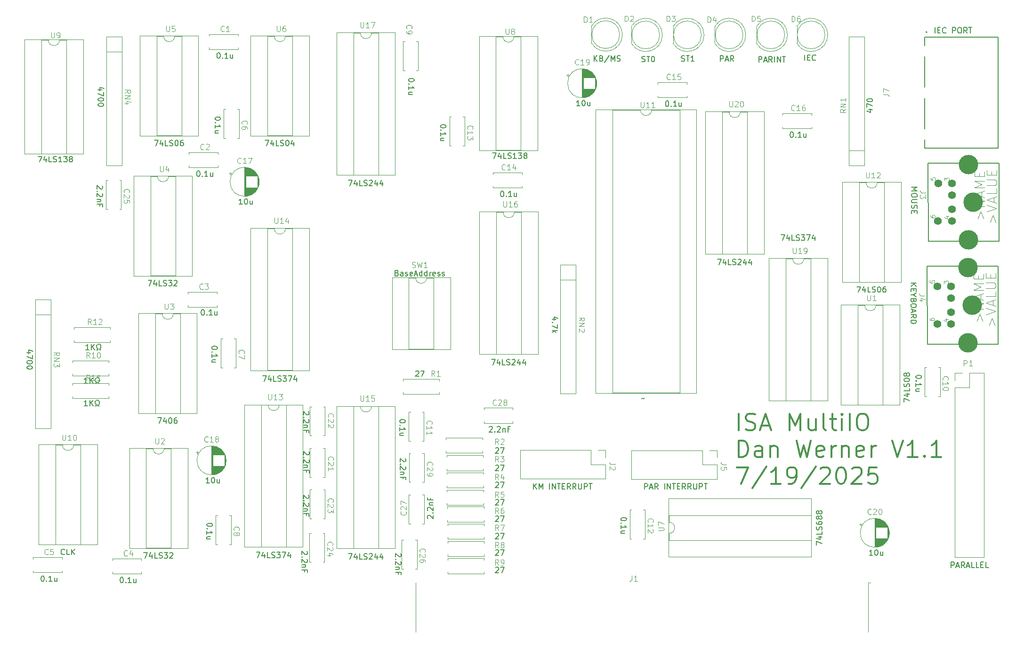
<source format=gbr>
%TF.GenerationSoftware,KiCad,Pcbnew,8.0.6*%
%TF.CreationDate,2025-07-20T09:00:01-05:00*%
%TF.ProjectId,MULTIIO,4d554c54-4949-44f2-9e6b-696361645f70,V1.1*%
%TF.SameCoordinates,Original*%
%TF.FileFunction,Legend,Top*%
%TF.FilePolarity,Positive*%
%FSLAX46Y46*%
G04 Gerber Fmt 4.6, Leading zero omitted, Abs format (unit mm)*
G04 Created by KiCad (PCBNEW 8.0.6) date 2025-07-20 09:00:01*
%MOMM*%
%LPD*%
G01*
G04 APERTURE LIST*
%ADD10C,0.300000*%
%ADD11C,0.100000*%
%ADD12C,0.150000*%
%ADD13C,0.088900*%
%ADD14C,0.120000*%
%ADD15C,0.127000*%
%ADD16C,0.200000*%
%ADD17C,1.422400*%
%ADD18C,3.497580*%
G04 APERTURE END LIST*
D10*
X278838453Y-113630193D02*
X278838453Y-110630193D01*
X280124167Y-113487336D02*
X280552739Y-113630193D01*
X280552739Y-113630193D02*
X281267024Y-113630193D01*
X281267024Y-113630193D02*
X281552739Y-113487336D01*
X281552739Y-113487336D02*
X281695596Y-113344478D01*
X281695596Y-113344478D02*
X281838453Y-113058764D01*
X281838453Y-113058764D02*
X281838453Y-112773050D01*
X281838453Y-112773050D02*
X281695596Y-112487336D01*
X281695596Y-112487336D02*
X281552739Y-112344478D01*
X281552739Y-112344478D02*
X281267024Y-112201621D01*
X281267024Y-112201621D02*
X280695596Y-112058764D01*
X280695596Y-112058764D02*
X280409881Y-111915907D01*
X280409881Y-111915907D02*
X280267024Y-111773050D01*
X280267024Y-111773050D02*
X280124167Y-111487336D01*
X280124167Y-111487336D02*
X280124167Y-111201621D01*
X280124167Y-111201621D02*
X280267024Y-110915907D01*
X280267024Y-110915907D02*
X280409881Y-110773050D01*
X280409881Y-110773050D02*
X280695596Y-110630193D01*
X280695596Y-110630193D02*
X281409881Y-110630193D01*
X281409881Y-110630193D02*
X281838453Y-110773050D01*
X282981310Y-112773050D02*
X284409882Y-112773050D01*
X282695596Y-113630193D02*
X283695596Y-110630193D01*
X283695596Y-110630193D02*
X284695596Y-113630193D01*
X287981310Y-113630193D02*
X287981310Y-110630193D01*
X287981310Y-110630193D02*
X288981310Y-112773050D01*
X288981310Y-112773050D02*
X289981310Y-110630193D01*
X289981310Y-110630193D02*
X289981310Y-113630193D01*
X292695596Y-111630193D02*
X292695596Y-113630193D01*
X291409881Y-111630193D02*
X291409881Y-113201621D01*
X291409881Y-113201621D02*
X291552738Y-113487336D01*
X291552738Y-113487336D02*
X291838453Y-113630193D01*
X291838453Y-113630193D02*
X292267024Y-113630193D01*
X292267024Y-113630193D02*
X292552738Y-113487336D01*
X292552738Y-113487336D02*
X292695596Y-113344478D01*
X294552739Y-113630193D02*
X294267024Y-113487336D01*
X294267024Y-113487336D02*
X294124167Y-113201621D01*
X294124167Y-113201621D02*
X294124167Y-110630193D01*
X295267025Y-111630193D02*
X296409882Y-111630193D01*
X295695596Y-110630193D02*
X295695596Y-113201621D01*
X295695596Y-113201621D02*
X295838453Y-113487336D01*
X295838453Y-113487336D02*
X296124168Y-113630193D01*
X296124168Y-113630193D02*
X296409882Y-113630193D01*
X297409882Y-113630193D02*
X297409882Y-111630193D01*
X297409882Y-110630193D02*
X297267025Y-110773050D01*
X297267025Y-110773050D02*
X297409882Y-110915907D01*
X297409882Y-110915907D02*
X297552739Y-110773050D01*
X297552739Y-110773050D02*
X297409882Y-110630193D01*
X297409882Y-110630193D02*
X297409882Y-110915907D01*
X298838453Y-113630193D02*
X298838453Y-110630193D01*
X300838453Y-110630193D02*
X301409881Y-110630193D01*
X301409881Y-110630193D02*
X301695596Y-110773050D01*
X301695596Y-110773050D02*
X301981310Y-111058764D01*
X301981310Y-111058764D02*
X302124167Y-111630193D01*
X302124167Y-111630193D02*
X302124167Y-112630193D01*
X302124167Y-112630193D02*
X301981310Y-113201621D01*
X301981310Y-113201621D02*
X301695596Y-113487336D01*
X301695596Y-113487336D02*
X301409881Y-113630193D01*
X301409881Y-113630193D02*
X300838453Y-113630193D01*
X300838453Y-113630193D02*
X300552739Y-113487336D01*
X300552739Y-113487336D02*
X300267024Y-113201621D01*
X300267024Y-113201621D02*
X300124167Y-112630193D01*
X300124167Y-112630193D02*
X300124167Y-111630193D01*
X300124167Y-111630193D02*
X300267024Y-111058764D01*
X300267024Y-111058764D02*
X300552739Y-110773050D01*
X300552739Y-110773050D02*
X300838453Y-110630193D01*
X278838453Y-118460025D02*
X278838453Y-115460025D01*
X278838453Y-115460025D02*
X279552739Y-115460025D01*
X279552739Y-115460025D02*
X279981310Y-115602882D01*
X279981310Y-115602882D02*
X280267025Y-115888596D01*
X280267025Y-115888596D02*
X280409882Y-116174310D01*
X280409882Y-116174310D02*
X280552739Y-116745739D01*
X280552739Y-116745739D02*
X280552739Y-117174310D01*
X280552739Y-117174310D02*
X280409882Y-117745739D01*
X280409882Y-117745739D02*
X280267025Y-118031453D01*
X280267025Y-118031453D02*
X279981310Y-118317168D01*
X279981310Y-118317168D02*
X279552739Y-118460025D01*
X279552739Y-118460025D02*
X278838453Y-118460025D01*
X283124168Y-118460025D02*
X283124168Y-116888596D01*
X283124168Y-116888596D02*
X282981310Y-116602882D01*
X282981310Y-116602882D02*
X282695596Y-116460025D01*
X282695596Y-116460025D02*
X282124168Y-116460025D01*
X282124168Y-116460025D02*
X281838453Y-116602882D01*
X283124168Y-118317168D02*
X282838453Y-118460025D01*
X282838453Y-118460025D02*
X282124168Y-118460025D01*
X282124168Y-118460025D02*
X281838453Y-118317168D01*
X281838453Y-118317168D02*
X281695596Y-118031453D01*
X281695596Y-118031453D02*
X281695596Y-117745739D01*
X281695596Y-117745739D02*
X281838453Y-117460025D01*
X281838453Y-117460025D02*
X282124168Y-117317168D01*
X282124168Y-117317168D02*
X282838453Y-117317168D01*
X282838453Y-117317168D02*
X283124168Y-117174310D01*
X284552739Y-116460025D02*
X284552739Y-118460025D01*
X284552739Y-116745739D02*
X284695596Y-116602882D01*
X284695596Y-116602882D02*
X284981311Y-116460025D01*
X284981311Y-116460025D02*
X285409882Y-116460025D01*
X285409882Y-116460025D02*
X285695596Y-116602882D01*
X285695596Y-116602882D02*
X285838454Y-116888596D01*
X285838454Y-116888596D02*
X285838454Y-118460025D01*
X289267025Y-115460025D02*
X289981311Y-118460025D01*
X289981311Y-118460025D02*
X290552739Y-116317168D01*
X290552739Y-116317168D02*
X291124168Y-118460025D01*
X291124168Y-118460025D02*
X291838454Y-115460025D01*
X294124167Y-118317168D02*
X293838453Y-118460025D01*
X293838453Y-118460025D02*
X293267025Y-118460025D01*
X293267025Y-118460025D02*
X292981310Y-118317168D01*
X292981310Y-118317168D02*
X292838453Y-118031453D01*
X292838453Y-118031453D02*
X292838453Y-116888596D01*
X292838453Y-116888596D02*
X292981310Y-116602882D01*
X292981310Y-116602882D02*
X293267025Y-116460025D01*
X293267025Y-116460025D02*
X293838453Y-116460025D01*
X293838453Y-116460025D02*
X294124167Y-116602882D01*
X294124167Y-116602882D02*
X294267025Y-116888596D01*
X294267025Y-116888596D02*
X294267025Y-117174310D01*
X294267025Y-117174310D02*
X292838453Y-117460025D01*
X295552739Y-118460025D02*
X295552739Y-116460025D01*
X295552739Y-117031453D02*
X295695596Y-116745739D01*
X295695596Y-116745739D02*
X295838454Y-116602882D01*
X295838454Y-116602882D02*
X296124168Y-116460025D01*
X296124168Y-116460025D02*
X296409882Y-116460025D01*
X297409882Y-116460025D02*
X297409882Y-118460025D01*
X297409882Y-116745739D02*
X297552739Y-116602882D01*
X297552739Y-116602882D02*
X297838454Y-116460025D01*
X297838454Y-116460025D02*
X298267025Y-116460025D01*
X298267025Y-116460025D02*
X298552739Y-116602882D01*
X298552739Y-116602882D02*
X298695597Y-116888596D01*
X298695597Y-116888596D02*
X298695597Y-118460025D01*
X301267025Y-118317168D02*
X300981311Y-118460025D01*
X300981311Y-118460025D02*
X300409883Y-118460025D01*
X300409883Y-118460025D02*
X300124168Y-118317168D01*
X300124168Y-118317168D02*
X299981311Y-118031453D01*
X299981311Y-118031453D02*
X299981311Y-116888596D01*
X299981311Y-116888596D02*
X300124168Y-116602882D01*
X300124168Y-116602882D02*
X300409883Y-116460025D01*
X300409883Y-116460025D02*
X300981311Y-116460025D01*
X300981311Y-116460025D02*
X301267025Y-116602882D01*
X301267025Y-116602882D02*
X301409883Y-116888596D01*
X301409883Y-116888596D02*
X301409883Y-117174310D01*
X301409883Y-117174310D02*
X299981311Y-117460025D01*
X302695597Y-118460025D02*
X302695597Y-116460025D01*
X302695597Y-117031453D02*
X302838454Y-116745739D01*
X302838454Y-116745739D02*
X302981312Y-116602882D01*
X302981312Y-116602882D02*
X303267026Y-116460025D01*
X303267026Y-116460025D02*
X303552740Y-116460025D01*
X306409883Y-115460025D02*
X307409883Y-118460025D01*
X307409883Y-118460025D02*
X308409883Y-115460025D01*
X310981312Y-118460025D02*
X309267026Y-118460025D01*
X310124169Y-118460025D02*
X310124169Y-115460025D01*
X310124169Y-115460025D02*
X309838455Y-115888596D01*
X309838455Y-115888596D02*
X309552740Y-116174310D01*
X309552740Y-116174310D02*
X309267026Y-116317168D01*
X312267026Y-118174310D02*
X312409883Y-118317168D01*
X312409883Y-118317168D02*
X312267026Y-118460025D01*
X312267026Y-118460025D02*
X312124169Y-118317168D01*
X312124169Y-118317168D02*
X312267026Y-118174310D01*
X312267026Y-118174310D02*
X312267026Y-118460025D01*
X315267026Y-118460025D02*
X313552740Y-118460025D01*
X314409883Y-118460025D02*
X314409883Y-115460025D01*
X314409883Y-115460025D02*
X314124169Y-115888596D01*
X314124169Y-115888596D02*
X313838454Y-116174310D01*
X313838454Y-116174310D02*
X313552740Y-116317168D01*
X278552739Y-120289857D02*
X280552739Y-120289857D01*
X280552739Y-120289857D02*
X279267025Y-123289857D01*
X283838453Y-120147000D02*
X281267025Y-124004142D01*
X286409882Y-123289857D02*
X284695596Y-123289857D01*
X285552739Y-123289857D02*
X285552739Y-120289857D01*
X285552739Y-120289857D02*
X285267025Y-120718428D01*
X285267025Y-120718428D02*
X284981310Y-121004142D01*
X284981310Y-121004142D02*
X284695596Y-121147000D01*
X287838453Y-123289857D02*
X288409882Y-123289857D01*
X288409882Y-123289857D02*
X288695596Y-123147000D01*
X288695596Y-123147000D02*
X288838453Y-123004142D01*
X288838453Y-123004142D02*
X289124168Y-122575571D01*
X289124168Y-122575571D02*
X289267025Y-122004142D01*
X289267025Y-122004142D02*
X289267025Y-120861285D01*
X289267025Y-120861285D02*
X289124168Y-120575571D01*
X289124168Y-120575571D02*
X288981311Y-120432714D01*
X288981311Y-120432714D02*
X288695596Y-120289857D01*
X288695596Y-120289857D02*
X288124168Y-120289857D01*
X288124168Y-120289857D02*
X287838453Y-120432714D01*
X287838453Y-120432714D02*
X287695596Y-120575571D01*
X287695596Y-120575571D02*
X287552739Y-120861285D01*
X287552739Y-120861285D02*
X287552739Y-121575571D01*
X287552739Y-121575571D02*
X287695596Y-121861285D01*
X287695596Y-121861285D02*
X287838453Y-122004142D01*
X287838453Y-122004142D02*
X288124168Y-122147000D01*
X288124168Y-122147000D02*
X288695596Y-122147000D01*
X288695596Y-122147000D02*
X288981311Y-122004142D01*
X288981311Y-122004142D02*
X289124168Y-121861285D01*
X289124168Y-121861285D02*
X289267025Y-121575571D01*
X292695596Y-120147000D02*
X290124168Y-124004142D01*
X293552739Y-120575571D02*
X293695596Y-120432714D01*
X293695596Y-120432714D02*
X293981311Y-120289857D01*
X293981311Y-120289857D02*
X294695596Y-120289857D01*
X294695596Y-120289857D02*
X294981311Y-120432714D01*
X294981311Y-120432714D02*
X295124168Y-120575571D01*
X295124168Y-120575571D02*
X295267025Y-120861285D01*
X295267025Y-120861285D02*
X295267025Y-121147000D01*
X295267025Y-121147000D02*
X295124168Y-121575571D01*
X295124168Y-121575571D02*
X293409882Y-123289857D01*
X293409882Y-123289857D02*
X295267025Y-123289857D01*
X297124168Y-120289857D02*
X297409882Y-120289857D01*
X297409882Y-120289857D02*
X297695596Y-120432714D01*
X297695596Y-120432714D02*
X297838454Y-120575571D01*
X297838454Y-120575571D02*
X297981311Y-120861285D01*
X297981311Y-120861285D02*
X298124168Y-121432714D01*
X298124168Y-121432714D02*
X298124168Y-122147000D01*
X298124168Y-122147000D02*
X297981311Y-122718428D01*
X297981311Y-122718428D02*
X297838454Y-123004142D01*
X297838454Y-123004142D02*
X297695596Y-123147000D01*
X297695596Y-123147000D02*
X297409882Y-123289857D01*
X297409882Y-123289857D02*
X297124168Y-123289857D01*
X297124168Y-123289857D02*
X296838454Y-123147000D01*
X296838454Y-123147000D02*
X296695596Y-123004142D01*
X296695596Y-123004142D02*
X296552739Y-122718428D01*
X296552739Y-122718428D02*
X296409882Y-122147000D01*
X296409882Y-122147000D02*
X296409882Y-121432714D01*
X296409882Y-121432714D02*
X296552739Y-120861285D01*
X296552739Y-120861285D02*
X296695596Y-120575571D01*
X296695596Y-120575571D02*
X296838454Y-120432714D01*
X296838454Y-120432714D02*
X297124168Y-120289857D01*
X299267025Y-120575571D02*
X299409882Y-120432714D01*
X299409882Y-120432714D02*
X299695597Y-120289857D01*
X299695597Y-120289857D02*
X300409882Y-120289857D01*
X300409882Y-120289857D02*
X300695597Y-120432714D01*
X300695597Y-120432714D02*
X300838454Y-120575571D01*
X300838454Y-120575571D02*
X300981311Y-120861285D01*
X300981311Y-120861285D02*
X300981311Y-121147000D01*
X300981311Y-121147000D02*
X300838454Y-121575571D01*
X300838454Y-121575571D02*
X299124168Y-123289857D01*
X299124168Y-123289857D02*
X300981311Y-123289857D01*
X303695597Y-120289857D02*
X302267025Y-120289857D01*
X302267025Y-120289857D02*
X302124168Y-121718428D01*
X302124168Y-121718428D02*
X302267025Y-121575571D01*
X302267025Y-121575571D02*
X302552740Y-121432714D01*
X302552740Y-121432714D02*
X303267025Y-121432714D01*
X303267025Y-121432714D02*
X303552740Y-121575571D01*
X303552740Y-121575571D02*
X303695597Y-121718428D01*
X303695597Y-121718428D02*
X303838454Y-122004142D01*
X303838454Y-122004142D02*
X303838454Y-122718428D01*
X303838454Y-122718428D02*
X303695597Y-123004142D01*
X303695597Y-123004142D02*
X303552740Y-123147000D01*
X303552740Y-123147000D02*
X303267025Y-123289857D01*
X303267025Y-123289857D02*
X302552740Y-123289857D01*
X302552740Y-123289857D02*
X302267025Y-123147000D01*
X302267025Y-123147000D02*
X302124168Y-123004142D01*
D11*
X182671133Y-62999980D02*
X182623514Y-63047600D01*
X182623514Y-63047600D02*
X182480657Y-63095219D01*
X182480657Y-63095219D02*
X182385419Y-63095219D01*
X182385419Y-63095219D02*
X182242562Y-63047600D01*
X182242562Y-63047600D02*
X182147324Y-62952361D01*
X182147324Y-62952361D02*
X182099705Y-62857123D01*
X182099705Y-62857123D02*
X182052086Y-62666647D01*
X182052086Y-62666647D02*
X182052086Y-62523790D01*
X182052086Y-62523790D02*
X182099705Y-62333314D01*
X182099705Y-62333314D02*
X182147324Y-62238076D01*
X182147324Y-62238076D02*
X182242562Y-62142838D01*
X182242562Y-62142838D02*
X182385419Y-62095219D01*
X182385419Y-62095219D02*
X182480657Y-62095219D01*
X182480657Y-62095219D02*
X182623514Y-62142838D01*
X182623514Y-62142838D02*
X182671133Y-62190457D01*
X183052086Y-62190457D02*
X183099705Y-62142838D01*
X183099705Y-62142838D02*
X183194943Y-62095219D01*
X183194943Y-62095219D02*
X183433038Y-62095219D01*
X183433038Y-62095219D02*
X183528276Y-62142838D01*
X183528276Y-62142838D02*
X183575895Y-62190457D01*
X183575895Y-62190457D02*
X183623514Y-62285695D01*
X183623514Y-62285695D02*
X183623514Y-62380933D01*
X183623514Y-62380933D02*
X183575895Y-62523790D01*
X183575895Y-62523790D02*
X183004467Y-63095219D01*
X183004467Y-63095219D02*
X183623514Y-63095219D01*
D12*
X181623514Y-66918619D02*
X181718752Y-66918619D01*
X181718752Y-66918619D02*
X181813990Y-66966238D01*
X181813990Y-66966238D02*
X181861609Y-67013857D01*
X181861609Y-67013857D02*
X181909228Y-67109095D01*
X181909228Y-67109095D02*
X181956847Y-67299571D01*
X181956847Y-67299571D02*
X181956847Y-67537666D01*
X181956847Y-67537666D02*
X181909228Y-67728142D01*
X181909228Y-67728142D02*
X181861609Y-67823380D01*
X181861609Y-67823380D02*
X181813990Y-67871000D01*
X181813990Y-67871000D02*
X181718752Y-67918619D01*
X181718752Y-67918619D02*
X181623514Y-67918619D01*
X181623514Y-67918619D02*
X181528276Y-67871000D01*
X181528276Y-67871000D02*
X181480657Y-67823380D01*
X181480657Y-67823380D02*
X181433038Y-67728142D01*
X181433038Y-67728142D02*
X181385419Y-67537666D01*
X181385419Y-67537666D02*
X181385419Y-67299571D01*
X181385419Y-67299571D02*
X181433038Y-67109095D01*
X181433038Y-67109095D02*
X181480657Y-67013857D01*
X181480657Y-67013857D02*
X181528276Y-66966238D01*
X181528276Y-66966238D02*
X181623514Y-66918619D01*
X182385419Y-67823380D02*
X182433038Y-67871000D01*
X182433038Y-67871000D02*
X182385419Y-67918619D01*
X182385419Y-67918619D02*
X182337800Y-67871000D01*
X182337800Y-67871000D02*
X182385419Y-67823380D01*
X182385419Y-67823380D02*
X182385419Y-67918619D01*
X183385418Y-67918619D02*
X182813990Y-67918619D01*
X183099704Y-67918619D02*
X183099704Y-66918619D01*
X183099704Y-66918619D02*
X183004466Y-67061476D01*
X183004466Y-67061476D02*
X182909228Y-67156714D01*
X182909228Y-67156714D02*
X182813990Y-67204333D01*
X184242561Y-67251952D02*
X184242561Y-67918619D01*
X183813990Y-67251952D02*
X183813990Y-67775761D01*
X183813990Y-67775761D02*
X183861609Y-67871000D01*
X183861609Y-67871000D02*
X183956847Y-67918619D01*
X183956847Y-67918619D02*
X184099704Y-67918619D01*
X184099704Y-67918619D02*
X184194942Y-67871000D01*
X184194942Y-67871000D02*
X184242561Y-67823380D01*
D11*
X235230142Y-109024780D02*
X235182523Y-109072400D01*
X235182523Y-109072400D02*
X235039666Y-109120019D01*
X235039666Y-109120019D02*
X234944428Y-109120019D01*
X234944428Y-109120019D02*
X234801571Y-109072400D01*
X234801571Y-109072400D02*
X234706333Y-108977161D01*
X234706333Y-108977161D02*
X234658714Y-108881923D01*
X234658714Y-108881923D02*
X234611095Y-108691447D01*
X234611095Y-108691447D02*
X234611095Y-108548590D01*
X234611095Y-108548590D02*
X234658714Y-108358114D01*
X234658714Y-108358114D02*
X234706333Y-108262876D01*
X234706333Y-108262876D02*
X234801571Y-108167638D01*
X234801571Y-108167638D02*
X234944428Y-108120019D01*
X234944428Y-108120019D02*
X235039666Y-108120019D01*
X235039666Y-108120019D02*
X235182523Y-108167638D01*
X235182523Y-108167638D02*
X235230142Y-108215257D01*
X235611095Y-108215257D02*
X235658714Y-108167638D01*
X235658714Y-108167638D02*
X235753952Y-108120019D01*
X235753952Y-108120019D02*
X235992047Y-108120019D01*
X235992047Y-108120019D02*
X236087285Y-108167638D01*
X236087285Y-108167638D02*
X236134904Y-108215257D01*
X236134904Y-108215257D02*
X236182523Y-108310495D01*
X236182523Y-108310495D02*
X236182523Y-108405733D01*
X236182523Y-108405733D02*
X236134904Y-108548590D01*
X236134904Y-108548590D02*
X235563476Y-109120019D01*
X235563476Y-109120019D02*
X236182523Y-109120019D01*
X236753952Y-108548590D02*
X236658714Y-108500971D01*
X236658714Y-108500971D02*
X236611095Y-108453352D01*
X236611095Y-108453352D02*
X236563476Y-108358114D01*
X236563476Y-108358114D02*
X236563476Y-108310495D01*
X236563476Y-108310495D02*
X236611095Y-108215257D01*
X236611095Y-108215257D02*
X236658714Y-108167638D01*
X236658714Y-108167638D02*
X236753952Y-108120019D01*
X236753952Y-108120019D02*
X236944428Y-108120019D01*
X236944428Y-108120019D02*
X237039666Y-108167638D01*
X237039666Y-108167638D02*
X237087285Y-108215257D01*
X237087285Y-108215257D02*
X237134904Y-108310495D01*
X237134904Y-108310495D02*
X237134904Y-108358114D01*
X237134904Y-108358114D02*
X237087285Y-108453352D01*
X237087285Y-108453352D02*
X237039666Y-108500971D01*
X237039666Y-108500971D02*
X236944428Y-108548590D01*
X236944428Y-108548590D02*
X236753952Y-108548590D01*
X236753952Y-108548590D02*
X236658714Y-108596209D01*
X236658714Y-108596209D02*
X236611095Y-108643828D01*
X236611095Y-108643828D02*
X236563476Y-108739066D01*
X236563476Y-108739066D02*
X236563476Y-108929542D01*
X236563476Y-108929542D02*
X236611095Y-109024780D01*
X236611095Y-109024780D02*
X236658714Y-109072400D01*
X236658714Y-109072400D02*
X236753952Y-109120019D01*
X236753952Y-109120019D02*
X236944428Y-109120019D01*
X236944428Y-109120019D02*
X237039666Y-109072400D01*
X237039666Y-109072400D02*
X237087285Y-109024780D01*
X237087285Y-109024780D02*
X237134904Y-108929542D01*
X237134904Y-108929542D02*
X237134904Y-108739066D01*
X237134904Y-108739066D02*
X237087285Y-108643828D01*
X237087285Y-108643828D02*
X237039666Y-108596209D01*
X237039666Y-108596209D02*
X236944428Y-108548590D01*
D12*
X233992048Y-113038657D02*
X234039667Y-112991038D01*
X234039667Y-112991038D02*
X234134905Y-112943419D01*
X234134905Y-112943419D02*
X234373000Y-112943419D01*
X234373000Y-112943419D02*
X234468238Y-112991038D01*
X234468238Y-112991038D02*
X234515857Y-113038657D01*
X234515857Y-113038657D02*
X234563476Y-113133895D01*
X234563476Y-113133895D02*
X234563476Y-113229133D01*
X234563476Y-113229133D02*
X234515857Y-113371990D01*
X234515857Y-113371990D02*
X233944429Y-113943419D01*
X233944429Y-113943419D02*
X234563476Y-113943419D01*
X234992048Y-113848180D02*
X235039667Y-113895800D01*
X235039667Y-113895800D02*
X234992048Y-113943419D01*
X234992048Y-113943419D02*
X234944429Y-113895800D01*
X234944429Y-113895800D02*
X234992048Y-113848180D01*
X234992048Y-113848180D02*
X234992048Y-113943419D01*
X235420619Y-113038657D02*
X235468238Y-112991038D01*
X235468238Y-112991038D02*
X235563476Y-112943419D01*
X235563476Y-112943419D02*
X235801571Y-112943419D01*
X235801571Y-112943419D02*
X235896809Y-112991038D01*
X235896809Y-112991038D02*
X235944428Y-113038657D01*
X235944428Y-113038657D02*
X235992047Y-113133895D01*
X235992047Y-113133895D02*
X235992047Y-113229133D01*
X235992047Y-113229133D02*
X235944428Y-113371990D01*
X235944428Y-113371990D02*
X235373000Y-113943419D01*
X235373000Y-113943419D02*
X235992047Y-113943419D01*
X236420619Y-113276752D02*
X236420619Y-113943419D01*
X236420619Y-113371990D02*
X236468238Y-113324371D01*
X236468238Y-113324371D02*
X236563476Y-113276752D01*
X236563476Y-113276752D02*
X236706333Y-113276752D01*
X236706333Y-113276752D02*
X236801571Y-113324371D01*
X236801571Y-113324371D02*
X236849190Y-113419609D01*
X236849190Y-113419609D02*
X236849190Y-113943419D01*
X237658714Y-113419609D02*
X237325381Y-113419609D01*
X237325381Y-113943419D02*
X237325381Y-112943419D01*
X237325381Y-112943419D02*
X237801571Y-112943419D01*
D11*
X276669380Y-119789866D02*
X275955095Y-119789866D01*
X275955095Y-119789866D02*
X275812238Y-119742247D01*
X275812238Y-119742247D02*
X275717000Y-119647009D01*
X275717000Y-119647009D02*
X275669380Y-119504152D01*
X275669380Y-119504152D02*
X275669380Y-119408914D01*
X276669380Y-120742247D02*
X276669380Y-120266057D01*
X276669380Y-120266057D02*
X276193190Y-120218438D01*
X276193190Y-120218438D02*
X276240809Y-120266057D01*
X276240809Y-120266057D02*
X276288428Y-120361295D01*
X276288428Y-120361295D02*
X276288428Y-120599390D01*
X276288428Y-120599390D02*
X276240809Y-120694628D01*
X276240809Y-120694628D02*
X276193190Y-120742247D01*
X276193190Y-120742247D02*
X276097952Y-120789866D01*
X276097952Y-120789866D02*
X275859857Y-120789866D01*
X275859857Y-120789866D02*
X275764619Y-120742247D01*
X275764619Y-120742247D02*
X275717000Y-120694628D01*
X275717000Y-120694628D02*
X275669380Y-120599390D01*
X275669380Y-120599390D02*
X275669380Y-120361295D01*
X275669380Y-120361295D02*
X275717000Y-120266057D01*
X275717000Y-120266057D02*
X275764619Y-120218438D01*
D12*
X261915971Y-124229019D02*
X261915971Y-123229019D01*
X261915971Y-123229019D02*
X262296923Y-123229019D01*
X262296923Y-123229019D02*
X262392161Y-123276638D01*
X262392161Y-123276638D02*
X262439780Y-123324257D01*
X262439780Y-123324257D02*
X262487399Y-123419495D01*
X262487399Y-123419495D02*
X262487399Y-123562352D01*
X262487399Y-123562352D02*
X262439780Y-123657590D01*
X262439780Y-123657590D02*
X262392161Y-123705209D01*
X262392161Y-123705209D02*
X262296923Y-123752828D01*
X262296923Y-123752828D02*
X261915971Y-123752828D01*
X262868352Y-123943304D02*
X263344542Y-123943304D01*
X262773114Y-124229019D02*
X263106447Y-123229019D01*
X263106447Y-123229019D02*
X263439780Y-124229019D01*
X264344542Y-124229019D02*
X264011209Y-123752828D01*
X263773114Y-124229019D02*
X263773114Y-123229019D01*
X263773114Y-123229019D02*
X264154066Y-123229019D01*
X264154066Y-123229019D02*
X264249304Y-123276638D01*
X264249304Y-123276638D02*
X264296923Y-123324257D01*
X264296923Y-123324257D02*
X264344542Y-123419495D01*
X264344542Y-123419495D02*
X264344542Y-123562352D01*
X264344542Y-123562352D02*
X264296923Y-123657590D01*
X264296923Y-123657590D02*
X264249304Y-123705209D01*
X264249304Y-123705209D02*
X264154066Y-123752828D01*
X264154066Y-123752828D02*
X263773114Y-123752828D01*
X265535019Y-124229019D02*
X265535019Y-123229019D01*
X266011209Y-124229019D02*
X266011209Y-123229019D01*
X266011209Y-123229019D02*
X266582637Y-124229019D01*
X266582637Y-124229019D02*
X266582637Y-123229019D01*
X266915971Y-123229019D02*
X267487399Y-123229019D01*
X267201685Y-124229019D02*
X267201685Y-123229019D01*
X267820733Y-123705209D02*
X268154066Y-123705209D01*
X268296923Y-124229019D02*
X267820733Y-124229019D01*
X267820733Y-124229019D02*
X267820733Y-123229019D01*
X267820733Y-123229019D02*
X268296923Y-123229019D01*
X269296923Y-124229019D02*
X268963590Y-123752828D01*
X268725495Y-124229019D02*
X268725495Y-123229019D01*
X268725495Y-123229019D02*
X269106447Y-123229019D01*
X269106447Y-123229019D02*
X269201685Y-123276638D01*
X269201685Y-123276638D02*
X269249304Y-123324257D01*
X269249304Y-123324257D02*
X269296923Y-123419495D01*
X269296923Y-123419495D02*
X269296923Y-123562352D01*
X269296923Y-123562352D02*
X269249304Y-123657590D01*
X269249304Y-123657590D02*
X269201685Y-123705209D01*
X269201685Y-123705209D02*
X269106447Y-123752828D01*
X269106447Y-123752828D02*
X268725495Y-123752828D01*
X270296923Y-124229019D02*
X269963590Y-123752828D01*
X269725495Y-124229019D02*
X269725495Y-123229019D01*
X269725495Y-123229019D02*
X270106447Y-123229019D01*
X270106447Y-123229019D02*
X270201685Y-123276638D01*
X270201685Y-123276638D02*
X270249304Y-123324257D01*
X270249304Y-123324257D02*
X270296923Y-123419495D01*
X270296923Y-123419495D02*
X270296923Y-123562352D01*
X270296923Y-123562352D02*
X270249304Y-123657590D01*
X270249304Y-123657590D02*
X270201685Y-123705209D01*
X270201685Y-123705209D02*
X270106447Y-123752828D01*
X270106447Y-123752828D02*
X269725495Y-123752828D01*
X270725495Y-123229019D02*
X270725495Y-124038542D01*
X270725495Y-124038542D02*
X270773114Y-124133780D01*
X270773114Y-124133780D02*
X270820733Y-124181400D01*
X270820733Y-124181400D02*
X270915971Y-124229019D01*
X270915971Y-124229019D02*
X271106447Y-124229019D01*
X271106447Y-124229019D02*
X271201685Y-124181400D01*
X271201685Y-124181400D02*
X271249304Y-124133780D01*
X271249304Y-124133780D02*
X271296923Y-124038542D01*
X271296923Y-124038542D02*
X271296923Y-123229019D01*
X271773114Y-124229019D02*
X271773114Y-123229019D01*
X271773114Y-123229019D02*
X272154066Y-123229019D01*
X272154066Y-123229019D02*
X272249304Y-123276638D01*
X272249304Y-123276638D02*
X272296923Y-123324257D01*
X272296923Y-123324257D02*
X272344542Y-123419495D01*
X272344542Y-123419495D02*
X272344542Y-123562352D01*
X272344542Y-123562352D02*
X272296923Y-123657590D01*
X272296923Y-123657590D02*
X272249304Y-123705209D01*
X272249304Y-123705209D02*
X272154066Y-123752828D01*
X272154066Y-123752828D02*
X271773114Y-123752828D01*
X272630257Y-123229019D02*
X273201685Y-123229019D01*
X272915971Y-124229019D02*
X272915971Y-123229019D01*
D11*
X250106580Y-93927323D02*
X250582771Y-93593990D01*
X250106580Y-93355895D02*
X251106580Y-93355895D01*
X251106580Y-93355895D02*
X251106580Y-93736847D01*
X251106580Y-93736847D02*
X251058961Y-93832085D01*
X251058961Y-93832085D02*
X251011342Y-93879704D01*
X251011342Y-93879704D02*
X250916104Y-93927323D01*
X250916104Y-93927323D02*
X250773247Y-93927323D01*
X250773247Y-93927323D02*
X250678009Y-93879704D01*
X250678009Y-93879704D02*
X250630390Y-93832085D01*
X250630390Y-93832085D02*
X250582771Y-93736847D01*
X250582771Y-93736847D02*
X250582771Y-93355895D01*
X250106580Y-94355895D02*
X251106580Y-94355895D01*
X251106580Y-94355895D02*
X250106580Y-94927323D01*
X250106580Y-94927323D02*
X251106580Y-94927323D01*
X251011342Y-95355895D02*
X251058961Y-95403514D01*
X251058961Y-95403514D02*
X251106580Y-95498752D01*
X251106580Y-95498752D02*
X251106580Y-95736847D01*
X251106580Y-95736847D02*
X251058961Y-95832085D01*
X251058961Y-95832085D02*
X251011342Y-95879704D01*
X251011342Y-95879704D02*
X250916104Y-95927323D01*
X250916104Y-95927323D02*
X250820866Y-95927323D01*
X250820866Y-95927323D02*
X250678009Y-95879704D01*
X250678009Y-95879704D02*
X250106580Y-95308276D01*
X250106580Y-95308276D02*
X250106580Y-95927323D01*
D12*
X245957847Y-93689228D02*
X245291180Y-93689228D01*
X246338800Y-93451133D02*
X245624514Y-93213038D01*
X245624514Y-93213038D02*
X245624514Y-93832085D01*
X245386419Y-94213038D02*
X245338800Y-94260657D01*
X245338800Y-94260657D02*
X245291180Y-94213038D01*
X245291180Y-94213038D02*
X245338800Y-94165419D01*
X245338800Y-94165419D02*
X245386419Y-94213038D01*
X245386419Y-94213038D02*
X245291180Y-94213038D01*
X246291180Y-94593990D02*
X246291180Y-95260656D01*
X246291180Y-95260656D02*
X245291180Y-94832085D01*
X245291180Y-95641609D02*
X246291180Y-95641609D01*
X245672133Y-95736847D02*
X245291180Y-96022561D01*
X245957847Y-96022561D02*
X245576895Y-95641609D01*
D11*
X235672333Y-134772619D02*
X235339000Y-134296428D01*
X235100905Y-134772619D02*
X235100905Y-133772619D01*
X235100905Y-133772619D02*
X235481857Y-133772619D01*
X235481857Y-133772619D02*
X235577095Y-133820238D01*
X235577095Y-133820238D02*
X235624714Y-133867857D01*
X235624714Y-133867857D02*
X235672333Y-133963095D01*
X235672333Y-133963095D02*
X235672333Y-134105952D01*
X235672333Y-134105952D02*
X235624714Y-134201190D01*
X235624714Y-134201190D02*
X235577095Y-134248809D01*
X235577095Y-134248809D02*
X235481857Y-134296428D01*
X235481857Y-134296428D02*
X235100905Y-134296428D01*
X236243762Y-134201190D02*
X236148524Y-134153571D01*
X236148524Y-134153571D02*
X236100905Y-134105952D01*
X236100905Y-134105952D02*
X236053286Y-134010714D01*
X236053286Y-134010714D02*
X236053286Y-133963095D01*
X236053286Y-133963095D02*
X236100905Y-133867857D01*
X236100905Y-133867857D02*
X236148524Y-133820238D01*
X236148524Y-133820238D02*
X236243762Y-133772619D01*
X236243762Y-133772619D02*
X236434238Y-133772619D01*
X236434238Y-133772619D02*
X236529476Y-133820238D01*
X236529476Y-133820238D02*
X236577095Y-133867857D01*
X236577095Y-133867857D02*
X236624714Y-133963095D01*
X236624714Y-133963095D02*
X236624714Y-134010714D01*
X236624714Y-134010714D02*
X236577095Y-134105952D01*
X236577095Y-134105952D02*
X236529476Y-134153571D01*
X236529476Y-134153571D02*
X236434238Y-134201190D01*
X236434238Y-134201190D02*
X236243762Y-134201190D01*
X236243762Y-134201190D02*
X236148524Y-134248809D01*
X236148524Y-134248809D02*
X236100905Y-134296428D01*
X236100905Y-134296428D02*
X236053286Y-134391666D01*
X236053286Y-134391666D02*
X236053286Y-134582142D01*
X236053286Y-134582142D02*
X236100905Y-134677380D01*
X236100905Y-134677380D02*
X236148524Y-134725000D01*
X236148524Y-134725000D02*
X236243762Y-134772619D01*
X236243762Y-134772619D02*
X236434238Y-134772619D01*
X236434238Y-134772619D02*
X236529476Y-134725000D01*
X236529476Y-134725000D02*
X236577095Y-134677380D01*
X236577095Y-134677380D02*
X236624714Y-134582142D01*
X236624714Y-134582142D02*
X236624714Y-134391666D01*
X236624714Y-134391666D02*
X236577095Y-134296428D01*
X236577095Y-134296428D02*
X236529476Y-134248809D01*
X236529476Y-134248809D02*
X236434238Y-134201190D01*
D12*
X235128286Y-135236857D02*
X235175905Y-135189238D01*
X235175905Y-135189238D02*
X235271143Y-135141619D01*
X235271143Y-135141619D02*
X235509238Y-135141619D01*
X235509238Y-135141619D02*
X235604476Y-135189238D01*
X235604476Y-135189238D02*
X235652095Y-135236857D01*
X235652095Y-135236857D02*
X235699714Y-135332095D01*
X235699714Y-135332095D02*
X235699714Y-135427333D01*
X235699714Y-135427333D02*
X235652095Y-135570190D01*
X235652095Y-135570190D02*
X235080667Y-136141619D01*
X235080667Y-136141619D02*
X235699714Y-136141619D01*
X236033048Y-135141619D02*
X236699714Y-135141619D01*
X236699714Y-135141619D02*
X236271143Y-136141619D01*
D11*
X288390105Y-40056019D02*
X288390105Y-39056019D01*
X288390105Y-39056019D02*
X288628200Y-39056019D01*
X288628200Y-39056019D02*
X288771057Y-39103638D01*
X288771057Y-39103638D02*
X288866295Y-39198876D01*
X288866295Y-39198876D02*
X288913914Y-39294114D01*
X288913914Y-39294114D02*
X288961533Y-39484590D01*
X288961533Y-39484590D02*
X288961533Y-39627447D01*
X288961533Y-39627447D02*
X288913914Y-39817923D01*
X288913914Y-39817923D02*
X288866295Y-39913161D01*
X288866295Y-39913161D02*
X288771057Y-40008400D01*
X288771057Y-40008400D02*
X288628200Y-40056019D01*
X288628200Y-40056019D02*
X288390105Y-40056019D01*
X289818676Y-39056019D02*
X289628200Y-39056019D01*
X289628200Y-39056019D02*
X289532962Y-39103638D01*
X289532962Y-39103638D02*
X289485343Y-39151257D01*
X289485343Y-39151257D02*
X289390105Y-39294114D01*
X289390105Y-39294114D02*
X289342486Y-39484590D01*
X289342486Y-39484590D02*
X289342486Y-39865542D01*
X289342486Y-39865542D02*
X289390105Y-39960780D01*
X289390105Y-39960780D02*
X289437724Y-40008400D01*
X289437724Y-40008400D02*
X289532962Y-40056019D01*
X289532962Y-40056019D02*
X289723438Y-40056019D01*
X289723438Y-40056019D02*
X289818676Y-40008400D01*
X289818676Y-40008400D02*
X289866295Y-39960780D01*
X289866295Y-39960780D02*
X289913914Y-39865542D01*
X289913914Y-39865542D02*
X289913914Y-39627447D01*
X289913914Y-39627447D02*
X289866295Y-39532209D01*
X289866295Y-39532209D02*
X289818676Y-39484590D01*
X289818676Y-39484590D02*
X289723438Y-39436971D01*
X289723438Y-39436971D02*
X289532962Y-39436971D01*
X289532962Y-39436971D02*
X289437724Y-39484590D01*
X289437724Y-39484590D02*
X289390105Y-39532209D01*
X289390105Y-39532209D02*
X289342486Y-39627447D01*
D12*
X290741219Y-47038419D02*
X290741219Y-46038419D01*
X291217409Y-46514609D02*
X291550742Y-46514609D01*
X291693599Y-47038419D02*
X291217409Y-47038419D01*
X291217409Y-47038419D02*
X291217409Y-46038419D01*
X291217409Y-46038419D02*
X291693599Y-46038419D01*
X292693599Y-46943180D02*
X292645980Y-46990800D01*
X292645980Y-46990800D02*
X292503123Y-47038419D01*
X292503123Y-47038419D02*
X292407885Y-47038419D01*
X292407885Y-47038419D02*
X292265028Y-46990800D01*
X292265028Y-46990800D02*
X292169790Y-46895561D01*
X292169790Y-46895561D02*
X292122171Y-46800323D01*
X292122171Y-46800323D02*
X292074552Y-46609847D01*
X292074552Y-46609847D02*
X292074552Y-46466990D01*
X292074552Y-46466990D02*
X292122171Y-46276514D01*
X292122171Y-46276514D02*
X292169790Y-46181276D01*
X292169790Y-46181276D02*
X292265028Y-46086038D01*
X292265028Y-46086038D02*
X292407885Y-46038419D01*
X292407885Y-46038419D02*
X292503123Y-46038419D01*
X292503123Y-46038419D02*
X292645980Y-46086038D01*
X292645980Y-46086038D02*
X292693599Y-46133657D01*
D11*
X250042967Y-47749780D02*
X249995348Y-47797400D01*
X249995348Y-47797400D02*
X249852491Y-47845019D01*
X249852491Y-47845019D02*
X249757253Y-47845019D01*
X249757253Y-47845019D02*
X249614396Y-47797400D01*
X249614396Y-47797400D02*
X249519158Y-47702161D01*
X249519158Y-47702161D02*
X249471539Y-47606923D01*
X249471539Y-47606923D02*
X249423920Y-47416447D01*
X249423920Y-47416447D02*
X249423920Y-47273590D01*
X249423920Y-47273590D02*
X249471539Y-47083114D01*
X249471539Y-47083114D02*
X249519158Y-46987876D01*
X249519158Y-46987876D02*
X249614396Y-46892638D01*
X249614396Y-46892638D02*
X249757253Y-46845019D01*
X249757253Y-46845019D02*
X249852491Y-46845019D01*
X249852491Y-46845019D02*
X249995348Y-46892638D01*
X249995348Y-46892638D02*
X250042967Y-46940257D01*
X250995348Y-47845019D02*
X250423920Y-47845019D01*
X250709634Y-47845019D02*
X250709634Y-46845019D01*
X250709634Y-46845019D02*
X250614396Y-46987876D01*
X250614396Y-46987876D02*
X250519158Y-47083114D01*
X250519158Y-47083114D02*
X250423920Y-47130733D01*
X251471539Y-47845019D02*
X251662015Y-47845019D01*
X251662015Y-47845019D02*
X251757253Y-47797400D01*
X251757253Y-47797400D02*
X251804872Y-47749780D01*
X251804872Y-47749780D02*
X251900110Y-47606923D01*
X251900110Y-47606923D02*
X251947729Y-47416447D01*
X251947729Y-47416447D02*
X251947729Y-47035495D01*
X251947729Y-47035495D02*
X251900110Y-46940257D01*
X251900110Y-46940257D02*
X251852491Y-46892638D01*
X251852491Y-46892638D02*
X251757253Y-46845019D01*
X251757253Y-46845019D02*
X251566777Y-46845019D01*
X251566777Y-46845019D02*
X251471539Y-46892638D01*
X251471539Y-46892638D02*
X251423920Y-46940257D01*
X251423920Y-46940257D02*
X251376301Y-47035495D01*
X251376301Y-47035495D02*
X251376301Y-47273590D01*
X251376301Y-47273590D02*
X251423920Y-47368828D01*
X251423920Y-47368828D02*
X251471539Y-47416447D01*
X251471539Y-47416447D02*
X251566777Y-47464066D01*
X251566777Y-47464066D02*
X251757253Y-47464066D01*
X251757253Y-47464066D02*
X251852491Y-47416447D01*
X251852491Y-47416447D02*
X251900110Y-47368828D01*
X251900110Y-47368828D02*
X251947729Y-47273590D01*
D12*
X250296967Y-55208419D02*
X249725539Y-55208419D01*
X250011253Y-55208419D02*
X250011253Y-54208419D01*
X250011253Y-54208419D02*
X249916015Y-54351276D01*
X249916015Y-54351276D02*
X249820777Y-54446514D01*
X249820777Y-54446514D02*
X249725539Y-54494133D01*
X250916015Y-54208419D02*
X251011253Y-54208419D01*
X251011253Y-54208419D02*
X251106491Y-54256038D01*
X251106491Y-54256038D02*
X251154110Y-54303657D01*
X251154110Y-54303657D02*
X251201729Y-54398895D01*
X251201729Y-54398895D02*
X251249348Y-54589371D01*
X251249348Y-54589371D02*
X251249348Y-54827466D01*
X251249348Y-54827466D02*
X251201729Y-55017942D01*
X251201729Y-55017942D02*
X251154110Y-55113180D01*
X251154110Y-55113180D02*
X251106491Y-55160800D01*
X251106491Y-55160800D02*
X251011253Y-55208419D01*
X251011253Y-55208419D02*
X250916015Y-55208419D01*
X250916015Y-55208419D02*
X250820777Y-55160800D01*
X250820777Y-55160800D02*
X250773158Y-55113180D01*
X250773158Y-55113180D02*
X250725539Y-55017942D01*
X250725539Y-55017942D02*
X250677920Y-54827466D01*
X250677920Y-54827466D02*
X250677920Y-54589371D01*
X250677920Y-54589371D02*
X250725539Y-54398895D01*
X250725539Y-54398895D02*
X250773158Y-54303657D01*
X250773158Y-54303657D02*
X250820777Y-54256038D01*
X250820777Y-54256038D02*
X250916015Y-54208419D01*
X252106491Y-54541752D02*
X252106491Y-55208419D01*
X251677920Y-54541752D02*
X251677920Y-55065561D01*
X251677920Y-55065561D02*
X251725539Y-55160800D01*
X251725539Y-55160800D02*
X251820777Y-55208419D01*
X251820777Y-55208419D02*
X251963634Y-55208419D01*
X251963634Y-55208419D02*
X252058872Y-55160800D01*
X252058872Y-55160800D02*
X252106491Y-55113180D01*
D11*
X265885705Y-40005219D02*
X265885705Y-39005219D01*
X265885705Y-39005219D02*
X266123800Y-39005219D01*
X266123800Y-39005219D02*
X266266657Y-39052838D01*
X266266657Y-39052838D02*
X266361895Y-39148076D01*
X266361895Y-39148076D02*
X266409514Y-39243314D01*
X266409514Y-39243314D02*
X266457133Y-39433790D01*
X266457133Y-39433790D02*
X266457133Y-39576647D01*
X266457133Y-39576647D02*
X266409514Y-39767123D01*
X266409514Y-39767123D02*
X266361895Y-39862361D01*
X266361895Y-39862361D02*
X266266657Y-39957600D01*
X266266657Y-39957600D02*
X266123800Y-40005219D01*
X266123800Y-40005219D02*
X265885705Y-40005219D01*
X266790467Y-39005219D02*
X267409514Y-39005219D01*
X267409514Y-39005219D02*
X267076181Y-39386171D01*
X267076181Y-39386171D02*
X267219038Y-39386171D01*
X267219038Y-39386171D02*
X267314276Y-39433790D01*
X267314276Y-39433790D02*
X267361895Y-39481409D01*
X267361895Y-39481409D02*
X267409514Y-39576647D01*
X267409514Y-39576647D02*
X267409514Y-39814742D01*
X267409514Y-39814742D02*
X267361895Y-39909980D01*
X267361895Y-39909980D02*
X267314276Y-39957600D01*
X267314276Y-39957600D02*
X267219038Y-40005219D01*
X267219038Y-40005219D02*
X266933324Y-40005219D01*
X266933324Y-40005219D02*
X266838086Y-39957600D01*
X266838086Y-39957600D02*
X266790467Y-39909980D01*
D12*
X268554343Y-47143200D02*
X268697200Y-47190819D01*
X268697200Y-47190819D02*
X268935295Y-47190819D01*
X268935295Y-47190819D02*
X269030533Y-47143200D01*
X269030533Y-47143200D02*
X269078152Y-47095580D01*
X269078152Y-47095580D02*
X269125771Y-47000342D01*
X269125771Y-47000342D02*
X269125771Y-46905104D01*
X269125771Y-46905104D02*
X269078152Y-46809866D01*
X269078152Y-46809866D02*
X269030533Y-46762247D01*
X269030533Y-46762247D02*
X268935295Y-46714628D01*
X268935295Y-46714628D02*
X268744819Y-46667009D01*
X268744819Y-46667009D02*
X268649581Y-46619390D01*
X268649581Y-46619390D02*
X268601962Y-46571771D01*
X268601962Y-46571771D02*
X268554343Y-46476533D01*
X268554343Y-46476533D02*
X268554343Y-46381295D01*
X268554343Y-46381295D02*
X268601962Y-46286057D01*
X268601962Y-46286057D02*
X268649581Y-46238438D01*
X268649581Y-46238438D02*
X268744819Y-46190819D01*
X268744819Y-46190819D02*
X268982914Y-46190819D01*
X268982914Y-46190819D02*
X269125771Y-46238438D01*
X269411486Y-46190819D02*
X269982914Y-46190819D01*
X269697200Y-47190819D02*
X269697200Y-46190819D01*
X270840057Y-47190819D02*
X270268629Y-47190819D01*
X270554343Y-47190819D02*
X270554343Y-46190819D01*
X270554343Y-46190819D02*
X270459105Y-46333676D01*
X270459105Y-46333676D02*
X270363867Y-46428914D01*
X270363867Y-46428914D02*
X270268629Y-46476533D01*
D11*
X219170019Y-41286133D02*
X219122400Y-41238514D01*
X219122400Y-41238514D02*
X219074780Y-41095657D01*
X219074780Y-41095657D02*
X219074780Y-41000419D01*
X219074780Y-41000419D02*
X219122400Y-40857562D01*
X219122400Y-40857562D02*
X219217638Y-40762324D01*
X219217638Y-40762324D02*
X219312876Y-40714705D01*
X219312876Y-40714705D02*
X219503352Y-40667086D01*
X219503352Y-40667086D02*
X219646209Y-40667086D01*
X219646209Y-40667086D02*
X219836685Y-40714705D01*
X219836685Y-40714705D02*
X219931923Y-40762324D01*
X219931923Y-40762324D02*
X220027161Y-40857562D01*
X220027161Y-40857562D02*
X220074780Y-41000419D01*
X220074780Y-41000419D02*
X220074780Y-41095657D01*
X220074780Y-41095657D02*
X220027161Y-41238514D01*
X220027161Y-41238514D02*
X219979542Y-41286133D01*
X219074780Y-41762324D02*
X219074780Y-41952800D01*
X219074780Y-41952800D02*
X219122400Y-42048038D01*
X219122400Y-42048038D02*
X219170019Y-42095657D01*
X219170019Y-42095657D02*
X219312876Y-42190895D01*
X219312876Y-42190895D02*
X219503352Y-42238514D01*
X219503352Y-42238514D02*
X219884304Y-42238514D01*
X219884304Y-42238514D02*
X219979542Y-42190895D01*
X219979542Y-42190895D02*
X220027161Y-42143276D01*
X220027161Y-42143276D02*
X220074780Y-42048038D01*
X220074780Y-42048038D02*
X220074780Y-41857562D01*
X220074780Y-41857562D02*
X220027161Y-41762324D01*
X220027161Y-41762324D02*
X219979542Y-41714705D01*
X219979542Y-41714705D02*
X219884304Y-41667086D01*
X219884304Y-41667086D02*
X219646209Y-41667086D01*
X219646209Y-41667086D02*
X219550971Y-41714705D01*
X219550971Y-41714705D02*
X219503352Y-41762324D01*
X219503352Y-41762324D02*
X219455733Y-41857562D01*
X219455733Y-41857562D02*
X219455733Y-42048038D01*
X219455733Y-42048038D02*
X219503352Y-42143276D01*
X219503352Y-42143276D02*
X219550971Y-42190895D01*
X219550971Y-42190895D02*
X219646209Y-42238514D01*
D12*
X220483780Y-50525514D02*
X220483780Y-50620752D01*
X220483780Y-50620752D02*
X220436161Y-50715990D01*
X220436161Y-50715990D02*
X220388542Y-50763609D01*
X220388542Y-50763609D02*
X220293304Y-50811228D01*
X220293304Y-50811228D02*
X220102828Y-50858847D01*
X220102828Y-50858847D02*
X219864733Y-50858847D01*
X219864733Y-50858847D02*
X219674257Y-50811228D01*
X219674257Y-50811228D02*
X219579019Y-50763609D01*
X219579019Y-50763609D02*
X219531400Y-50715990D01*
X219531400Y-50715990D02*
X219483780Y-50620752D01*
X219483780Y-50620752D02*
X219483780Y-50525514D01*
X219483780Y-50525514D02*
X219531400Y-50430276D01*
X219531400Y-50430276D02*
X219579019Y-50382657D01*
X219579019Y-50382657D02*
X219674257Y-50335038D01*
X219674257Y-50335038D02*
X219864733Y-50287419D01*
X219864733Y-50287419D02*
X220102828Y-50287419D01*
X220102828Y-50287419D02*
X220293304Y-50335038D01*
X220293304Y-50335038D02*
X220388542Y-50382657D01*
X220388542Y-50382657D02*
X220436161Y-50430276D01*
X220436161Y-50430276D02*
X220483780Y-50525514D01*
X219579019Y-51287419D02*
X219531400Y-51335038D01*
X219531400Y-51335038D02*
X219483780Y-51287419D01*
X219483780Y-51287419D02*
X219531400Y-51239800D01*
X219531400Y-51239800D02*
X219579019Y-51287419D01*
X219579019Y-51287419D02*
X219483780Y-51287419D01*
X219483780Y-52287418D02*
X219483780Y-51715990D01*
X219483780Y-52001704D02*
X220483780Y-52001704D01*
X220483780Y-52001704D02*
X220340923Y-51906466D01*
X220340923Y-51906466D02*
X220245685Y-51811228D01*
X220245685Y-51811228D02*
X220198066Y-51715990D01*
X220150447Y-53144561D02*
X219483780Y-53144561D01*
X220150447Y-52715990D02*
X219626638Y-52715990D01*
X219626638Y-52715990D02*
X219531400Y-52763609D01*
X219531400Y-52763609D02*
X219483780Y-52858847D01*
X219483780Y-52858847D02*
X219483780Y-53001704D01*
X219483780Y-53001704D02*
X219531400Y-53096942D01*
X219531400Y-53096942D02*
X219579019Y-53144561D01*
D11*
X189577619Y-58515933D02*
X189530000Y-58468314D01*
X189530000Y-58468314D02*
X189482380Y-58325457D01*
X189482380Y-58325457D02*
X189482380Y-58230219D01*
X189482380Y-58230219D02*
X189530000Y-58087362D01*
X189530000Y-58087362D02*
X189625238Y-57992124D01*
X189625238Y-57992124D02*
X189720476Y-57944505D01*
X189720476Y-57944505D02*
X189910952Y-57896886D01*
X189910952Y-57896886D02*
X190053809Y-57896886D01*
X190053809Y-57896886D02*
X190244285Y-57944505D01*
X190244285Y-57944505D02*
X190339523Y-57992124D01*
X190339523Y-57992124D02*
X190434761Y-58087362D01*
X190434761Y-58087362D02*
X190482380Y-58230219D01*
X190482380Y-58230219D02*
X190482380Y-58325457D01*
X190482380Y-58325457D02*
X190434761Y-58468314D01*
X190434761Y-58468314D02*
X190387142Y-58515933D01*
X190482380Y-59373076D02*
X190482380Y-59182600D01*
X190482380Y-59182600D02*
X190434761Y-59087362D01*
X190434761Y-59087362D02*
X190387142Y-59039743D01*
X190387142Y-59039743D02*
X190244285Y-58944505D01*
X190244285Y-58944505D02*
X190053809Y-58896886D01*
X190053809Y-58896886D02*
X189672857Y-58896886D01*
X189672857Y-58896886D02*
X189577619Y-58944505D01*
X189577619Y-58944505D02*
X189530000Y-58992124D01*
X189530000Y-58992124D02*
X189482380Y-59087362D01*
X189482380Y-59087362D02*
X189482380Y-59277838D01*
X189482380Y-59277838D02*
X189530000Y-59373076D01*
X189530000Y-59373076D02*
X189577619Y-59420695D01*
X189577619Y-59420695D02*
X189672857Y-59468314D01*
X189672857Y-59468314D02*
X189910952Y-59468314D01*
X189910952Y-59468314D02*
X190006190Y-59420695D01*
X190006190Y-59420695D02*
X190053809Y-59373076D01*
X190053809Y-59373076D02*
X190101428Y-59277838D01*
X190101428Y-59277838D02*
X190101428Y-59087362D01*
X190101428Y-59087362D02*
X190053809Y-58992124D01*
X190053809Y-58992124D02*
X190006190Y-58944505D01*
X190006190Y-58944505D02*
X189910952Y-58896886D01*
D12*
X185658980Y-57468314D02*
X185658980Y-57563552D01*
X185658980Y-57563552D02*
X185611361Y-57658790D01*
X185611361Y-57658790D02*
X185563742Y-57706409D01*
X185563742Y-57706409D02*
X185468504Y-57754028D01*
X185468504Y-57754028D02*
X185278028Y-57801647D01*
X185278028Y-57801647D02*
X185039933Y-57801647D01*
X185039933Y-57801647D02*
X184849457Y-57754028D01*
X184849457Y-57754028D02*
X184754219Y-57706409D01*
X184754219Y-57706409D02*
X184706600Y-57658790D01*
X184706600Y-57658790D02*
X184658980Y-57563552D01*
X184658980Y-57563552D02*
X184658980Y-57468314D01*
X184658980Y-57468314D02*
X184706600Y-57373076D01*
X184706600Y-57373076D02*
X184754219Y-57325457D01*
X184754219Y-57325457D02*
X184849457Y-57277838D01*
X184849457Y-57277838D02*
X185039933Y-57230219D01*
X185039933Y-57230219D02*
X185278028Y-57230219D01*
X185278028Y-57230219D02*
X185468504Y-57277838D01*
X185468504Y-57277838D02*
X185563742Y-57325457D01*
X185563742Y-57325457D02*
X185611361Y-57373076D01*
X185611361Y-57373076D02*
X185658980Y-57468314D01*
X184754219Y-58230219D02*
X184706600Y-58277838D01*
X184706600Y-58277838D02*
X184658980Y-58230219D01*
X184658980Y-58230219D02*
X184706600Y-58182600D01*
X184706600Y-58182600D02*
X184754219Y-58230219D01*
X184754219Y-58230219D02*
X184658980Y-58230219D01*
X184658980Y-59230218D02*
X184658980Y-58658790D01*
X184658980Y-58944504D02*
X185658980Y-58944504D01*
X185658980Y-58944504D02*
X185516123Y-58849266D01*
X185516123Y-58849266D02*
X185420885Y-58754028D01*
X185420885Y-58754028D02*
X185373266Y-58658790D01*
X185325647Y-60087361D02*
X184658980Y-60087361D01*
X185325647Y-59658790D02*
X184801838Y-59658790D01*
X184801838Y-59658790D02*
X184706600Y-59706409D01*
X184706600Y-59706409D02*
X184658980Y-59801647D01*
X184658980Y-59801647D02*
X184658980Y-59944504D01*
X184658980Y-59944504D02*
X184706600Y-60039742D01*
X184706600Y-60039742D02*
X184754219Y-60087361D01*
D11*
X162137142Y-104649619D02*
X161803809Y-104173428D01*
X161565714Y-104649619D02*
X161565714Y-103649619D01*
X161565714Y-103649619D02*
X161946666Y-103649619D01*
X161946666Y-103649619D02*
X162041904Y-103697238D01*
X162041904Y-103697238D02*
X162089523Y-103744857D01*
X162089523Y-103744857D02*
X162137142Y-103840095D01*
X162137142Y-103840095D02*
X162137142Y-103982952D01*
X162137142Y-103982952D02*
X162089523Y-104078190D01*
X162089523Y-104078190D02*
X162041904Y-104125809D01*
X162041904Y-104125809D02*
X161946666Y-104173428D01*
X161946666Y-104173428D02*
X161565714Y-104173428D01*
X163089523Y-104649619D02*
X162518095Y-104649619D01*
X162803809Y-104649619D02*
X162803809Y-103649619D01*
X162803809Y-103649619D02*
X162708571Y-103792476D01*
X162708571Y-103792476D02*
X162613333Y-103887714D01*
X162613333Y-103887714D02*
X162518095Y-103935333D01*
X164041904Y-104649619D02*
X163470476Y-104649619D01*
X163756190Y-104649619D02*
X163756190Y-103649619D01*
X163756190Y-103649619D02*
X163660952Y-103792476D01*
X163660952Y-103792476D02*
X163565714Y-103887714D01*
X163565714Y-103887714D02*
X163470476Y-103935333D01*
D12*
X161740285Y-109219019D02*
X161168857Y-109219019D01*
X161454571Y-109219019D02*
X161454571Y-108219019D01*
X161454571Y-108219019D02*
X161359333Y-108361876D01*
X161359333Y-108361876D02*
X161264095Y-108457114D01*
X161264095Y-108457114D02*
X161168857Y-108504733D01*
X162168857Y-109219019D02*
X162168857Y-108219019D01*
X162740285Y-109219019D02*
X162311714Y-108647590D01*
X162740285Y-108219019D02*
X162168857Y-108790447D01*
X163121238Y-109219019D02*
X163359333Y-109219019D01*
X163359333Y-109219019D02*
X163359333Y-109028542D01*
X163359333Y-109028542D02*
X163264095Y-108980923D01*
X163264095Y-108980923D02*
X163168857Y-108885685D01*
X163168857Y-108885685D02*
X163121238Y-108742828D01*
X163121238Y-108742828D02*
X163121238Y-108504733D01*
X163121238Y-108504733D02*
X163168857Y-108361876D01*
X163168857Y-108361876D02*
X163264095Y-108266638D01*
X163264095Y-108266638D02*
X163406952Y-108219019D01*
X163406952Y-108219019D02*
X163597428Y-108219019D01*
X163597428Y-108219019D02*
X163740285Y-108266638D01*
X163740285Y-108266638D02*
X163835523Y-108361876D01*
X163835523Y-108361876D02*
X163883142Y-108504733D01*
X163883142Y-108504733D02*
X163883142Y-108742828D01*
X163883142Y-108742828D02*
X163835523Y-108885685D01*
X163835523Y-108885685D02*
X163740285Y-108980923D01*
X163740285Y-108980923D02*
X163645047Y-109028542D01*
X163645047Y-109028542D02*
X163645047Y-109219019D01*
X163645047Y-109219019D02*
X163883142Y-109219019D01*
D11*
X168370019Y-70832742D02*
X168322400Y-70785123D01*
X168322400Y-70785123D02*
X168274780Y-70642266D01*
X168274780Y-70642266D02*
X168274780Y-70547028D01*
X168274780Y-70547028D02*
X168322400Y-70404171D01*
X168322400Y-70404171D02*
X168417638Y-70308933D01*
X168417638Y-70308933D02*
X168512876Y-70261314D01*
X168512876Y-70261314D02*
X168703352Y-70213695D01*
X168703352Y-70213695D02*
X168846209Y-70213695D01*
X168846209Y-70213695D02*
X169036685Y-70261314D01*
X169036685Y-70261314D02*
X169131923Y-70308933D01*
X169131923Y-70308933D02*
X169227161Y-70404171D01*
X169227161Y-70404171D02*
X169274780Y-70547028D01*
X169274780Y-70547028D02*
X169274780Y-70642266D01*
X169274780Y-70642266D02*
X169227161Y-70785123D01*
X169227161Y-70785123D02*
X169179542Y-70832742D01*
X169179542Y-71213695D02*
X169227161Y-71261314D01*
X169227161Y-71261314D02*
X169274780Y-71356552D01*
X169274780Y-71356552D02*
X169274780Y-71594647D01*
X169274780Y-71594647D02*
X169227161Y-71689885D01*
X169227161Y-71689885D02*
X169179542Y-71737504D01*
X169179542Y-71737504D02*
X169084304Y-71785123D01*
X169084304Y-71785123D02*
X168989066Y-71785123D01*
X168989066Y-71785123D02*
X168846209Y-71737504D01*
X168846209Y-71737504D02*
X168274780Y-71166076D01*
X168274780Y-71166076D02*
X168274780Y-71785123D01*
X169274780Y-72689885D02*
X169274780Y-72213695D01*
X169274780Y-72213695D02*
X168798590Y-72166076D01*
X168798590Y-72166076D02*
X168846209Y-72213695D01*
X168846209Y-72213695D02*
X168893828Y-72308933D01*
X168893828Y-72308933D02*
X168893828Y-72547028D01*
X168893828Y-72547028D02*
X168846209Y-72642266D01*
X168846209Y-72642266D02*
X168798590Y-72689885D01*
X168798590Y-72689885D02*
X168703352Y-72737504D01*
X168703352Y-72737504D02*
X168465257Y-72737504D01*
X168465257Y-72737504D02*
X168370019Y-72689885D01*
X168370019Y-72689885D02*
X168322400Y-72642266D01*
X168322400Y-72642266D02*
X168274780Y-72547028D01*
X168274780Y-72547028D02*
X168274780Y-72308933D01*
X168274780Y-72308933D02*
X168322400Y-72213695D01*
X168322400Y-72213695D02*
X168370019Y-72166076D01*
D12*
X164356142Y-69594648D02*
X164403761Y-69642267D01*
X164403761Y-69642267D02*
X164451380Y-69737505D01*
X164451380Y-69737505D02*
X164451380Y-69975600D01*
X164451380Y-69975600D02*
X164403761Y-70070838D01*
X164403761Y-70070838D02*
X164356142Y-70118457D01*
X164356142Y-70118457D02*
X164260904Y-70166076D01*
X164260904Y-70166076D02*
X164165666Y-70166076D01*
X164165666Y-70166076D02*
X164022809Y-70118457D01*
X164022809Y-70118457D02*
X163451380Y-69547029D01*
X163451380Y-69547029D02*
X163451380Y-70166076D01*
X163546619Y-70594648D02*
X163499000Y-70642267D01*
X163499000Y-70642267D02*
X163451380Y-70594648D01*
X163451380Y-70594648D02*
X163499000Y-70547029D01*
X163499000Y-70547029D02*
X163546619Y-70594648D01*
X163546619Y-70594648D02*
X163451380Y-70594648D01*
X164356142Y-71023219D02*
X164403761Y-71070838D01*
X164403761Y-71070838D02*
X164451380Y-71166076D01*
X164451380Y-71166076D02*
X164451380Y-71404171D01*
X164451380Y-71404171D02*
X164403761Y-71499409D01*
X164403761Y-71499409D02*
X164356142Y-71547028D01*
X164356142Y-71547028D02*
X164260904Y-71594647D01*
X164260904Y-71594647D02*
X164165666Y-71594647D01*
X164165666Y-71594647D02*
X164022809Y-71547028D01*
X164022809Y-71547028D02*
X163451380Y-70975600D01*
X163451380Y-70975600D02*
X163451380Y-71594647D01*
X164118047Y-72023219D02*
X163451380Y-72023219D01*
X164022809Y-72023219D02*
X164070428Y-72070838D01*
X164070428Y-72070838D02*
X164118047Y-72166076D01*
X164118047Y-72166076D02*
X164118047Y-72308933D01*
X164118047Y-72308933D02*
X164070428Y-72404171D01*
X164070428Y-72404171D02*
X163975190Y-72451790D01*
X163975190Y-72451790D02*
X163451380Y-72451790D01*
X163975190Y-73261314D02*
X163975190Y-72927981D01*
X163451380Y-72927981D02*
X164451380Y-72927981D01*
X164451380Y-72927981D02*
X164451380Y-73404171D01*
D11*
X304841619Y-53139933D02*
X305555904Y-53139933D01*
X305555904Y-53139933D02*
X305698761Y-53187552D01*
X305698761Y-53187552D02*
X305794000Y-53282790D01*
X305794000Y-53282790D02*
X305841619Y-53425647D01*
X305841619Y-53425647D02*
X305841619Y-53520885D01*
X304841619Y-52758980D02*
X304841619Y-52092314D01*
X304841619Y-52092314D02*
X305841619Y-52520885D01*
D12*
X314160305Y-42110819D02*
X314160305Y-41110819D01*
X314636495Y-41587009D02*
X314969828Y-41587009D01*
X315112685Y-42110819D02*
X314636495Y-42110819D01*
X314636495Y-42110819D02*
X314636495Y-41110819D01*
X314636495Y-41110819D02*
X315112685Y-41110819D01*
X316112685Y-42015580D02*
X316065066Y-42063200D01*
X316065066Y-42063200D02*
X315922209Y-42110819D01*
X315922209Y-42110819D02*
X315826971Y-42110819D01*
X315826971Y-42110819D02*
X315684114Y-42063200D01*
X315684114Y-42063200D02*
X315588876Y-41967961D01*
X315588876Y-41967961D02*
X315541257Y-41872723D01*
X315541257Y-41872723D02*
X315493638Y-41682247D01*
X315493638Y-41682247D02*
X315493638Y-41539390D01*
X315493638Y-41539390D02*
X315541257Y-41348914D01*
X315541257Y-41348914D02*
X315588876Y-41253676D01*
X315588876Y-41253676D02*
X315684114Y-41158438D01*
X315684114Y-41158438D02*
X315826971Y-41110819D01*
X315826971Y-41110819D02*
X315922209Y-41110819D01*
X315922209Y-41110819D02*
X316065066Y-41158438D01*
X316065066Y-41158438D02*
X316112685Y-41206057D01*
X317303162Y-42110819D02*
X317303162Y-41110819D01*
X317303162Y-41110819D02*
X317684114Y-41110819D01*
X317684114Y-41110819D02*
X317779352Y-41158438D01*
X317779352Y-41158438D02*
X317826971Y-41206057D01*
X317826971Y-41206057D02*
X317874590Y-41301295D01*
X317874590Y-41301295D02*
X317874590Y-41444152D01*
X317874590Y-41444152D02*
X317826971Y-41539390D01*
X317826971Y-41539390D02*
X317779352Y-41587009D01*
X317779352Y-41587009D02*
X317684114Y-41634628D01*
X317684114Y-41634628D02*
X317303162Y-41634628D01*
X318493638Y-41110819D02*
X318684114Y-41110819D01*
X318684114Y-41110819D02*
X318779352Y-41158438D01*
X318779352Y-41158438D02*
X318874590Y-41253676D01*
X318874590Y-41253676D02*
X318922209Y-41444152D01*
X318922209Y-41444152D02*
X318922209Y-41777485D01*
X318922209Y-41777485D02*
X318874590Y-41967961D01*
X318874590Y-41967961D02*
X318779352Y-42063200D01*
X318779352Y-42063200D02*
X318684114Y-42110819D01*
X318684114Y-42110819D02*
X318493638Y-42110819D01*
X318493638Y-42110819D02*
X318398400Y-42063200D01*
X318398400Y-42063200D02*
X318303162Y-41967961D01*
X318303162Y-41967961D02*
X318255543Y-41777485D01*
X318255543Y-41777485D02*
X318255543Y-41444152D01*
X318255543Y-41444152D02*
X318303162Y-41253676D01*
X318303162Y-41253676D02*
X318398400Y-41158438D01*
X318398400Y-41158438D02*
X318493638Y-41110819D01*
X319922209Y-42110819D02*
X319588876Y-41634628D01*
X319350781Y-42110819D02*
X319350781Y-41110819D01*
X319350781Y-41110819D02*
X319731733Y-41110819D01*
X319731733Y-41110819D02*
X319826971Y-41158438D01*
X319826971Y-41158438D02*
X319874590Y-41206057D01*
X319874590Y-41206057D02*
X319922209Y-41301295D01*
X319922209Y-41301295D02*
X319922209Y-41444152D01*
X319922209Y-41444152D02*
X319874590Y-41539390D01*
X319874590Y-41539390D02*
X319826971Y-41587009D01*
X319826971Y-41587009D02*
X319731733Y-41634628D01*
X319731733Y-41634628D02*
X319350781Y-41634628D01*
X320207924Y-41110819D02*
X320779352Y-41110819D01*
X320493638Y-42110819D02*
X320493638Y-41110819D01*
D11*
X266514342Y-50400180D02*
X266466723Y-50447800D01*
X266466723Y-50447800D02*
X266323866Y-50495419D01*
X266323866Y-50495419D02*
X266228628Y-50495419D01*
X266228628Y-50495419D02*
X266085771Y-50447800D01*
X266085771Y-50447800D02*
X265990533Y-50352561D01*
X265990533Y-50352561D02*
X265942914Y-50257323D01*
X265942914Y-50257323D02*
X265895295Y-50066847D01*
X265895295Y-50066847D02*
X265895295Y-49923990D01*
X265895295Y-49923990D02*
X265942914Y-49733514D01*
X265942914Y-49733514D02*
X265990533Y-49638276D01*
X265990533Y-49638276D02*
X266085771Y-49543038D01*
X266085771Y-49543038D02*
X266228628Y-49495419D01*
X266228628Y-49495419D02*
X266323866Y-49495419D01*
X266323866Y-49495419D02*
X266466723Y-49543038D01*
X266466723Y-49543038D02*
X266514342Y-49590657D01*
X267466723Y-50495419D02*
X266895295Y-50495419D01*
X267181009Y-50495419D02*
X267181009Y-49495419D01*
X267181009Y-49495419D02*
X267085771Y-49638276D01*
X267085771Y-49638276D02*
X266990533Y-49733514D01*
X266990533Y-49733514D02*
X266895295Y-49781133D01*
X268371485Y-49495419D02*
X267895295Y-49495419D01*
X267895295Y-49495419D02*
X267847676Y-49971609D01*
X267847676Y-49971609D02*
X267895295Y-49923990D01*
X267895295Y-49923990D02*
X267990533Y-49876371D01*
X267990533Y-49876371D02*
X268228628Y-49876371D01*
X268228628Y-49876371D02*
X268323866Y-49923990D01*
X268323866Y-49923990D02*
X268371485Y-49971609D01*
X268371485Y-49971609D02*
X268419104Y-50066847D01*
X268419104Y-50066847D02*
X268419104Y-50304942D01*
X268419104Y-50304942D02*
X268371485Y-50400180D01*
X268371485Y-50400180D02*
X268323866Y-50447800D01*
X268323866Y-50447800D02*
X268228628Y-50495419D01*
X268228628Y-50495419D02*
X267990533Y-50495419D01*
X267990533Y-50495419D02*
X267895295Y-50447800D01*
X267895295Y-50447800D02*
X267847676Y-50400180D01*
D12*
X265942914Y-54318819D02*
X266038152Y-54318819D01*
X266038152Y-54318819D02*
X266133390Y-54366438D01*
X266133390Y-54366438D02*
X266181009Y-54414057D01*
X266181009Y-54414057D02*
X266228628Y-54509295D01*
X266228628Y-54509295D02*
X266276247Y-54699771D01*
X266276247Y-54699771D02*
X266276247Y-54937866D01*
X266276247Y-54937866D02*
X266228628Y-55128342D01*
X266228628Y-55128342D02*
X266181009Y-55223580D01*
X266181009Y-55223580D02*
X266133390Y-55271200D01*
X266133390Y-55271200D02*
X266038152Y-55318819D01*
X266038152Y-55318819D02*
X265942914Y-55318819D01*
X265942914Y-55318819D02*
X265847676Y-55271200D01*
X265847676Y-55271200D02*
X265800057Y-55223580D01*
X265800057Y-55223580D02*
X265752438Y-55128342D01*
X265752438Y-55128342D02*
X265704819Y-54937866D01*
X265704819Y-54937866D02*
X265704819Y-54699771D01*
X265704819Y-54699771D02*
X265752438Y-54509295D01*
X265752438Y-54509295D02*
X265800057Y-54414057D01*
X265800057Y-54414057D02*
X265847676Y-54366438D01*
X265847676Y-54366438D02*
X265942914Y-54318819D01*
X266704819Y-55223580D02*
X266752438Y-55271200D01*
X266752438Y-55271200D02*
X266704819Y-55318819D01*
X266704819Y-55318819D02*
X266657200Y-55271200D01*
X266657200Y-55271200D02*
X266704819Y-55223580D01*
X266704819Y-55223580D02*
X266704819Y-55318819D01*
X267704818Y-55318819D02*
X267133390Y-55318819D01*
X267419104Y-55318819D02*
X267419104Y-54318819D01*
X267419104Y-54318819D02*
X267323866Y-54461676D01*
X267323866Y-54461676D02*
X267228628Y-54556914D01*
X267228628Y-54556914D02*
X267133390Y-54604533D01*
X268561961Y-54652152D02*
X268561961Y-55318819D01*
X268133390Y-54652152D02*
X268133390Y-55175961D01*
X268133390Y-55175961D02*
X268181009Y-55271200D01*
X268181009Y-55271200D02*
X268276247Y-55318819D01*
X268276247Y-55318819D02*
X268419104Y-55318819D01*
X268419104Y-55318819D02*
X268514342Y-55271200D01*
X268514342Y-55271200D02*
X268561961Y-55223580D01*
D11*
X236847142Y-66656180D02*
X236799523Y-66703800D01*
X236799523Y-66703800D02*
X236656666Y-66751419D01*
X236656666Y-66751419D02*
X236561428Y-66751419D01*
X236561428Y-66751419D02*
X236418571Y-66703800D01*
X236418571Y-66703800D02*
X236323333Y-66608561D01*
X236323333Y-66608561D02*
X236275714Y-66513323D01*
X236275714Y-66513323D02*
X236228095Y-66322847D01*
X236228095Y-66322847D02*
X236228095Y-66179990D01*
X236228095Y-66179990D02*
X236275714Y-65989514D01*
X236275714Y-65989514D02*
X236323333Y-65894276D01*
X236323333Y-65894276D02*
X236418571Y-65799038D01*
X236418571Y-65799038D02*
X236561428Y-65751419D01*
X236561428Y-65751419D02*
X236656666Y-65751419D01*
X236656666Y-65751419D02*
X236799523Y-65799038D01*
X236799523Y-65799038D02*
X236847142Y-65846657D01*
X237799523Y-66751419D02*
X237228095Y-66751419D01*
X237513809Y-66751419D02*
X237513809Y-65751419D01*
X237513809Y-65751419D02*
X237418571Y-65894276D01*
X237418571Y-65894276D02*
X237323333Y-65989514D01*
X237323333Y-65989514D02*
X237228095Y-66037133D01*
X238656666Y-66084752D02*
X238656666Y-66751419D01*
X238418571Y-65703800D02*
X238180476Y-66418085D01*
X238180476Y-66418085D02*
X238799523Y-66418085D01*
D12*
X236275714Y-70574819D02*
X236370952Y-70574819D01*
X236370952Y-70574819D02*
X236466190Y-70622438D01*
X236466190Y-70622438D02*
X236513809Y-70670057D01*
X236513809Y-70670057D02*
X236561428Y-70765295D01*
X236561428Y-70765295D02*
X236609047Y-70955771D01*
X236609047Y-70955771D02*
X236609047Y-71193866D01*
X236609047Y-71193866D02*
X236561428Y-71384342D01*
X236561428Y-71384342D02*
X236513809Y-71479580D01*
X236513809Y-71479580D02*
X236466190Y-71527200D01*
X236466190Y-71527200D02*
X236370952Y-71574819D01*
X236370952Y-71574819D02*
X236275714Y-71574819D01*
X236275714Y-71574819D02*
X236180476Y-71527200D01*
X236180476Y-71527200D02*
X236132857Y-71479580D01*
X236132857Y-71479580D02*
X236085238Y-71384342D01*
X236085238Y-71384342D02*
X236037619Y-71193866D01*
X236037619Y-71193866D02*
X236037619Y-70955771D01*
X236037619Y-70955771D02*
X236085238Y-70765295D01*
X236085238Y-70765295D02*
X236132857Y-70670057D01*
X236132857Y-70670057D02*
X236180476Y-70622438D01*
X236180476Y-70622438D02*
X236275714Y-70574819D01*
X237037619Y-71479580D02*
X237085238Y-71527200D01*
X237085238Y-71527200D02*
X237037619Y-71574819D01*
X237037619Y-71574819D02*
X236990000Y-71527200D01*
X236990000Y-71527200D02*
X237037619Y-71479580D01*
X237037619Y-71479580D02*
X237037619Y-71574819D01*
X238037618Y-71574819D02*
X237466190Y-71574819D01*
X237751904Y-71574819D02*
X237751904Y-70574819D01*
X237751904Y-70574819D02*
X237656666Y-70717676D01*
X237656666Y-70717676D02*
X237561428Y-70812914D01*
X237561428Y-70812914D02*
X237466190Y-70860533D01*
X238894761Y-70908152D02*
X238894761Y-71574819D01*
X238466190Y-70908152D02*
X238466190Y-71431961D01*
X238466190Y-71431961D02*
X238513809Y-71527200D01*
X238513809Y-71527200D02*
X238609047Y-71574819D01*
X238609047Y-71574819D02*
X238751904Y-71574819D01*
X238751904Y-71574819D02*
X238847142Y-71527200D01*
X238847142Y-71527200D02*
X238894761Y-71479580D01*
D11*
X221581619Y-135560542D02*
X221534000Y-135512923D01*
X221534000Y-135512923D02*
X221486380Y-135370066D01*
X221486380Y-135370066D02*
X221486380Y-135274828D01*
X221486380Y-135274828D02*
X221534000Y-135131971D01*
X221534000Y-135131971D02*
X221629238Y-135036733D01*
X221629238Y-135036733D02*
X221724476Y-134989114D01*
X221724476Y-134989114D02*
X221914952Y-134941495D01*
X221914952Y-134941495D02*
X222057809Y-134941495D01*
X222057809Y-134941495D02*
X222248285Y-134989114D01*
X222248285Y-134989114D02*
X222343523Y-135036733D01*
X222343523Y-135036733D02*
X222438761Y-135131971D01*
X222438761Y-135131971D02*
X222486380Y-135274828D01*
X222486380Y-135274828D02*
X222486380Y-135370066D01*
X222486380Y-135370066D02*
X222438761Y-135512923D01*
X222438761Y-135512923D02*
X222391142Y-135560542D01*
X222391142Y-135941495D02*
X222438761Y-135989114D01*
X222438761Y-135989114D02*
X222486380Y-136084352D01*
X222486380Y-136084352D02*
X222486380Y-136322447D01*
X222486380Y-136322447D02*
X222438761Y-136417685D01*
X222438761Y-136417685D02*
X222391142Y-136465304D01*
X222391142Y-136465304D02*
X222295904Y-136512923D01*
X222295904Y-136512923D02*
X222200666Y-136512923D01*
X222200666Y-136512923D02*
X222057809Y-136465304D01*
X222057809Y-136465304D02*
X221486380Y-135893876D01*
X221486380Y-135893876D02*
X221486380Y-136512923D01*
X222486380Y-137370066D02*
X222486380Y-137179590D01*
X222486380Y-137179590D02*
X222438761Y-137084352D01*
X222438761Y-137084352D02*
X222391142Y-137036733D01*
X222391142Y-137036733D02*
X222248285Y-136941495D01*
X222248285Y-136941495D02*
X222057809Y-136893876D01*
X222057809Y-136893876D02*
X221676857Y-136893876D01*
X221676857Y-136893876D02*
X221581619Y-136941495D01*
X221581619Y-136941495D02*
X221534000Y-136989114D01*
X221534000Y-136989114D02*
X221486380Y-137084352D01*
X221486380Y-137084352D02*
X221486380Y-137274828D01*
X221486380Y-137274828D02*
X221534000Y-137370066D01*
X221534000Y-137370066D02*
X221581619Y-137417685D01*
X221581619Y-137417685D02*
X221676857Y-137465304D01*
X221676857Y-137465304D02*
X221914952Y-137465304D01*
X221914952Y-137465304D02*
X222010190Y-137417685D01*
X222010190Y-137417685D02*
X222057809Y-137370066D01*
X222057809Y-137370066D02*
X222105428Y-137274828D01*
X222105428Y-137274828D02*
X222105428Y-137084352D01*
X222105428Y-137084352D02*
X222057809Y-136989114D01*
X222057809Y-136989114D02*
X222010190Y-136941495D01*
X222010190Y-136941495D02*
X221914952Y-136893876D01*
D12*
X218051742Y-135837848D02*
X218099361Y-135885467D01*
X218099361Y-135885467D02*
X218146980Y-135980705D01*
X218146980Y-135980705D02*
X218146980Y-136218800D01*
X218146980Y-136218800D02*
X218099361Y-136314038D01*
X218099361Y-136314038D02*
X218051742Y-136361657D01*
X218051742Y-136361657D02*
X217956504Y-136409276D01*
X217956504Y-136409276D02*
X217861266Y-136409276D01*
X217861266Y-136409276D02*
X217718409Y-136361657D01*
X217718409Y-136361657D02*
X217146980Y-135790229D01*
X217146980Y-135790229D02*
X217146980Y-136409276D01*
X217242219Y-136837848D02*
X217194600Y-136885467D01*
X217194600Y-136885467D02*
X217146980Y-136837848D01*
X217146980Y-136837848D02*
X217194600Y-136790229D01*
X217194600Y-136790229D02*
X217242219Y-136837848D01*
X217242219Y-136837848D02*
X217146980Y-136837848D01*
X218051742Y-137266419D02*
X218099361Y-137314038D01*
X218099361Y-137314038D02*
X218146980Y-137409276D01*
X218146980Y-137409276D02*
X218146980Y-137647371D01*
X218146980Y-137647371D02*
X218099361Y-137742609D01*
X218099361Y-137742609D02*
X218051742Y-137790228D01*
X218051742Y-137790228D02*
X217956504Y-137837847D01*
X217956504Y-137837847D02*
X217861266Y-137837847D01*
X217861266Y-137837847D02*
X217718409Y-137790228D01*
X217718409Y-137790228D02*
X217146980Y-137218800D01*
X217146980Y-137218800D02*
X217146980Y-137837847D01*
X217813647Y-138266419D02*
X217146980Y-138266419D01*
X217718409Y-138266419D02*
X217766028Y-138314038D01*
X217766028Y-138314038D02*
X217813647Y-138409276D01*
X217813647Y-138409276D02*
X217813647Y-138552133D01*
X217813647Y-138552133D02*
X217766028Y-138647371D01*
X217766028Y-138647371D02*
X217670790Y-138694990D01*
X217670790Y-138694990D02*
X217146980Y-138694990D01*
X217670790Y-139504514D02*
X217670790Y-139171181D01*
X217146980Y-139171181D02*
X218146980Y-139171181D01*
X218146980Y-139171181D02*
X218146980Y-139647371D01*
D11*
X195363905Y-75367819D02*
X195363905Y-76177342D01*
X195363905Y-76177342D02*
X195411524Y-76272580D01*
X195411524Y-76272580D02*
X195459143Y-76320200D01*
X195459143Y-76320200D02*
X195554381Y-76367819D01*
X195554381Y-76367819D02*
X195744857Y-76367819D01*
X195744857Y-76367819D02*
X195840095Y-76320200D01*
X195840095Y-76320200D02*
X195887714Y-76272580D01*
X195887714Y-76272580D02*
X195935333Y-76177342D01*
X195935333Y-76177342D02*
X195935333Y-75367819D01*
X196935333Y-76367819D02*
X196363905Y-76367819D01*
X196649619Y-76367819D02*
X196649619Y-75367819D01*
X196649619Y-75367819D02*
X196554381Y-75510676D01*
X196554381Y-75510676D02*
X196459143Y-75605914D01*
X196459143Y-75605914D02*
X196363905Y-75653533D01*
X197792476Y-75701152D02*
X197792476Y-76367819D01*
X197554381Y-75320200D02*
X197316286Y-76034485D01*
X197316286Y-76034485D02*
X197935333Y-76034485D01*
D12*
X193228952Y-103813219D02*
X193895618Y-103813219D01*
X193895618Y-103813219D02*
X193467047Y-104813219D01*
X194705142Y-104146552D02*
X194705142Y-104813219D01*
X194467047Y-103765600D02*
X194228952Y-104479885D01*
X194228952Y-104479885D02*
X194847999Y-104479885D01*
X195705142Y-104813219D02*
X195228952Y-104813219D01*
X195228952Y-104813219D02*
X195228952Y-103813219D01*
X195990857Y-104765600D02*
X196133714Y-104813219D01*
X196133714Y-104813219D02*
X196371809Y-104813219D01*
X196371809Y-104813219D02*
X196467047Y-104765600D01*
X196467047Y-104765600D02*
X196514666Y-104717980D01*
X196514666Y-104717980D02*
X196562285Y-104622742D01*
X196562285Y-104622742D02*
X196562285Y-104527504D01*
X196562285Y-104527504D02*
X196514666Y-104432266D01*
X196514666Y-104432266D02*
X196467047Y-104384647D01*
X196467047Y-104384647D02*
X196371809Y-104337028D01*
X196371809Y-104337028D02*
X196181333Y-104289409D01*
X196181333Y-104289409D02*
X196086095Y-104241790D01*
X196086095Y-104241790D02*
X196038476Y-104194171D01*
X196038476Y-104194171D02*
X195990857Y-104098933D01*
X195990857Y-104098933D02*
X195990857Y-104003695D01*
X195990857Y-104003695D02*
X196038476Y-103908457D01*
X196038476Y-103908457D02*
X196086095Y-103860838D01*
X196086095Y-103860838D02*
X196181333Y-103813219D01*
X196181333Y-103813219D02*
X196419428Y-103813219D01*
X196419428Y-103813219D02*
X196562285Y-103860838D01*
X196895619Y-103813219D02*
X197514666Y-103813219D01*
X197514666Y-103813219D02*
X197181333Y-104194171D01*
X197181333Y-104194171D02*
X197324190Y-104194171D01*
X197324190Y-104194171D02*
X197419428Y-104241790D01*
X197419428Y-104241790D02*
X197467047Y-104289409D01*
X197467047Y-104289409D02*
X197514666Y-104384647D01*
X197514666Y-104384647D02*
X197514666Y-104622742D01*
X197514666Y-104622742D02*
X197467047Y-104717980D01*
X197467047Y-104717980D02*
X197419428Y-104765600D01*
X197419428Y-104765600D02*
X197324190Y-104813219D01*
X197324190Y-104813219D02*
X197038476Y-104813219D01*
X197038476Y-104813219D02*
X196943238Y-104765600D01*
X196943238Y-104765600D02*
X196895619Y-104717980D01*
X197848000Y-103813219D02*
X198514666Y-103813219D01*
X198514666Y-103813219D02*
X198086095Y-104813219D01*
X199324190Y-104146552D02*
X199324190Y-104813219D01*
X199086095Y-103765600D02*
X198848000Y-104479885D01*
X198848000Y-104479885D02*
X199467047Y-104479885D01*
D11*
X288917142Y-55988180D02*
X288869523Y-56035800D01*
X288869523Y-56035800D02*
X288726666Y-56083419D01*
X288726666Y-56083419D02*
X288631428Y-56083419D01*
X288631428Y-56083419D02*
X288488571Y-56035800D01*
X288488571Y-56035800D02*
X288393333Y-55940561D01*
X288393333Y-55940561D02*
X288345714Y-55845323D01*
X288345714Y-55845323D02*
X288298095Y-55654847D01*
X288298095Y-55654847D02*
X288298095Y-55511990D01*
X288298095Y-55511990D02*
X288345714Y-55321514D01*
X288345714Y-55321514D02*
X288393333Y-55226276D01*
X288393333Y-55226276D02*
X288488571Y-55131038D01*
X288488571Y-55131038D02*
X288631428Y-55083419D01*
X288631428Y-55083419D02*
X288726666Y-55083419D01*
X288726666Y-55083419D02*
X288869523Y-55131038D01*
X288869523Y-55131038D02*
X288917142Y-55178657D01*
X289869523Y-56083419D02*
X289298095Y-56083419D01*
X289583809Y-56083419D02*
X289583809Y-55083419D01*
X289583809Y-55083419D02*
X289488571Y-55226276D01*
X289488571Y-55226276D02*
X289393333Y-55321514D01*
X289393333Y-55321514D02*
X289298095Y-55369133D01*
X290726666Y-55083419D02*
X290536190Y-55083419D01*
X290536190Y-55083419D02*
X290440952Y-55131038D01*
X290440952Y-55131038D02*
X290393333Y-55178657D01*
X290393333Y-55178657D02*
X290298095Y-55321514D01*
X290298095Y-55321514D02*
X290250476Y-55511990D01*
X290250476Y-55511990D02*
X290250476Y-55892942D01*
X290250476Y-55892942D02*
X290298095Y-55988180D01*
X290298095Y-55988180D02*
X290345714Y-56035800D01*
X290345714Y-56035800D02*
X290440952Y-56083419D01*
X290440952Y-56083419D02*
X290631428Y-56083419D01*
X290631428Y-56083419D02*
X290726666Y-56035800D01*
X290726666Y-56035800D02*
X290774285Y-55988180D01*
X290774285Y-55988180D02*
X290821904Y-55892942D01*
X290821904Y-55892942D02*
X290821904Y-55654847D01*
X290821904Y-55654847D02*
X290774285Y-55559609D01*
X290774285Y-55559609D02*
X290726666Y-55511990D01*
X290726666Y-55511990D02*
X290631428Y-55464371D01*
X290631428Y-55464371D02*
X290440952Y-55464371D01*
X290440952Y-55464371D02*
X290345714Y-55511990D01*
X290345714Y-55511990D02*
X290298095Y-55559609D01*
X290298095Y-55559609D02*
X290250476Y-55654847D01*
D12*
X288345714Y-59906819D02*
X288440952Y-59906819D01*
X288440952Y-59906819D02*
X288536190Y-59954438D01*
X288536190Y-59954438D02*
X288583809Y-60002057D01*
X288583809Y-60002057D02*
X288631428Y-60097295D01*
X288631428Y-60097295D02*
X288679047Y-60287771D01*
X288679047Y-60287771D02*
X288679047Y-60525866D01*
X288679047Y-60525866D02*
X288631428Y-60716342D01*
X288631428Y-60716342D02*
X288583809Y-60811580D01*
X288583809Y-60811580D02*
X288536190Y-60859200D01*
X288536190Y-60859200D02*
X288440952Y-60906819D01*
X288440952Y-60906819D02*
X288345714Y-60906819D01*
X288345714Y-60906819D02*
X288250476Y-60859200D01*
X288250476Y-60859200D02*
X288202857Y-60811580D01*
X288202857Y-60811580D02*
X288155238Y-60716342D01*
X288155238Y-60716342D02*
X288107619Y-60525866D01*
X288107619Y-60525866D02*
X288107619Y-60287771D01*
X288107619Y-60287771D02*
X288155238Y-60097295D01*
X288155238Y-60097295D02*
X288202857Y-60002057D01*
X288202857Y-60002057D02*
X288250476Y-59954438D01*
X288250476Y-59954438D02*
X288345714Y-59906819D01*
X289107619Y-60811580D02*
X289155238Y-60859200D01*
X289155238Y-60859200D02*
X289107619Y-60906819D01*
X289107619Y-60906819D02*
X289060000Y-60859200D01*
X289060000Y-60859200D02*
X289107619Y-60811580D01*
X289107619Y-60811580D02*
X289107619Y-60906819D01*
X290107618Y-60906819D02*
X289536190Y-60906819D01*
X289821904Y-60906819D02*
X289821904Y-59906819D01*
X289821904Y-59906819D02*
X289726666Y-60049676D01*
X289726666Y-60049676D02*
X289631428Y-60144914D01*
X289631428Y-60144914D02*
X289536190Y-60192533D01*
X290964761Y-60240152D02*
X290964761Y-60906819D01*
X290536190Y-60240152D02*
X290536190Y-60763961D01*
X290536190Y-60763961D02*
X290583809Y-60859200D01*
X290583809Y-60859200D02*
X290679047Y-60906819D01*
X290679047Y-60906819D02*
X290821904Y-60906819D01*
X290821904Y-60906819D02*
X290917142Y-60859200D01*
X290917142Y-60859200D02*
X290964761Y-60811580D01*
D11*
X224191533Y-103886219D02*
X223858200Y-103410028D01*
X223620105Y-103886219D02*
X223620105Y-102886219D01*
X223620105Y-102886219D02*
X224001057Y-102886219D01*
X224001057Y-102886219D02*
X224096295Y-102933838D01*
X224096295Y-102933838D02*
X224143914Y-102981457D01*
X224143914Y-102981457D02*
X224191533Y-103076695D01*
X224191533Y-103076695D02*
X224191533Y-103219552D01*
X224191533Y-103219552D02*
X224143914Y-103314790D01*
X224143914Y-103314790D02*
X224096295Y-103362409D01*
X224096295Y-103362409D02*
X224001057Y-103410028D01*
X224001057Y-103410028D02*
X223620105Y-103410028D01*
X225143914Y-103886219D02*
X224572486Y-103886219D01*
X224858200Y-103886219D02*
X224858200Y-102886219D01*
X224858200Y-102886219D02*
X224762962Y-103029076D01*
X224762962Y-103029076D02*
X224667724Y-103124314D01*
X224667724Y-103124314D02*
X224572486Y-103171933D01*
D12*
X220760095Y-103028257D02*
X220807714Y-102980638D01*
X220807714Y-102980638D02*
X220902952Y-102933019D01*
X220902952Y-102933019D02*
X221141047Y-102933019D01*
X221141047Y-102933019D02*
X221236285Y-102980638D01*
X221236285Y-102980638D02*
X221283904Y-103028257D01*
X221283904Y-103028257D02*
X221331523Y-103123495D01*
X221331523Y-103123495D02*
X221331523Y-103218733D01*
X221331523Y-103218733D02*
X221283904Y-103361590D01*
X221283904Y-103361590D02*
X220712476Y-103933019D01*
X220712476Y-103933019D02*
X221331523Y-103933019D01*
X221664857Y-102933019D02*
X222331523Y-102933019D01*
X222331523Y-102933019D02*
X221902952Y-103933019D01*
D11*
X258392705Y-40005219D02*
X258392705Y-39005219D01*
X258392705Y-39005219D02*
X258630800Y-39005219D01*
X258630800Y-39005219D02*
X258773657Y-39052838D01*
X258773657Y-39052838D02*
X258868895Y-39148076D01*
X258868895Y-39148076D02*
X258916514Y-39243314D01*
X258916514Y-39243314D02*
X258964133Y-39433790D01*
X258964133Y-39433790D02*
X258964133Y-39576647D01*
X258964133Y-39576647D02*
X258916514Y-39767123D01*
X258916514Y-39767123D02*
X258868895Y-39862361D01*
X258868895Y-39862361D02*
X258773657Y-39957600D01*
X258773657Y-39957600D02*
X258630800Y-40005219D01*
X258630800Y-40005219D02*
X258392705Y-40005219D01*
X259345086Y-39100457D02*
X259392705Y-39052838D01*
X259392705Y-39052838D02*
X259487943Y-39005219D01*
X259487943Y-39005219D02*
X259726038Y-39005219D01*
X259726038Y-39005219D02*
X259821276Y-39052838D01*
X259821276Y-39052838D02*
X259868895Y-39100457D01*
X259868895Y-39100457D02*
X259916514Y-39195695D01*
X259916514Y-39195695D02*
X259916514Y-39290933D01*
X259916514Y-39290933D02*
X259868895Y-39433790D01*
X259868895Y-39433790D02*
X259297467Y-40005219D01*
X259297467Y-40005219D02*
X259916514Y-40005219D01*
D12*
X261442343Y-47244800D02*
X261585200Y-47292419D01*
X261585200Y-47292419D02*
X261823295Y-47292419D01*
X261823295Y-47292419D02*
X261918533Y-47244800D01*
X261918533Y-47244800D02*
X261966152Y-47197180D01*
X261966152Y-47197180D02*
X262013771Y-47101942D01*
X262013771Y-47101942D02*
X262013771Y-47006704D01*
X262013771Y-47006704D02*
X261966152Y-46911466D01*
X261966152Y-46911466D02*
X261918533Y-46863847D01*
X261918533Y-46863847D02*
X261823295Y-46816228D01*
X261823295Y-46816228D02*
X261632819Y-46768609D01*
X261632819Y-46768609D02*
X261537581Y-46720990D01*
X261537581Y-46720990D02*
X261489962Y-46673371D01*
X261489962Y-46673371D02*
X261442343Y-46578133D01*
X261442343Y-46578133D02*
X261442343Y-46482895D01*
X261442343Y-46482895D02*
X261489962Y-46387657D01*
X261489962Y-46387657D02*
X261537581Y-46340038D01*
X261537581Y-46340038D02*
X261632819Y-46292419D01*
X261632819Y-46292419D02*
X261870914Y-46292419D01*
X261870914Y-46292419D02*
X262013771Y-46340038D01*
X262299486Y-46292419D02*
X262870914Y-46292419D01*
X262585200Y-47292419D02*
X262585200Y-46292419D01*
X263394724Y-46292419D02*
X263489962Y-46292419D01*
X263489962Y-46292419D02*
X263585200Y-46340038D01*
X263585200Y-46340038D02*
X263632819Y-46387657D01*
X263632819Y-46387657D02*
X263680438Y-46482895D01*
X263680438Y-46482895D02*
X263728057Y-46673371D01*
X263728057Y-46673371D02*
X263728057Y-46911466D01*
X263728057Y-46911466D02*
X263680438Y-47101942D01*
X263680438Y-47101942D02*
X263632819Y-47197180D01*
X263632819Y-47197180D02*
X263585200Y-47244800D01*
X263585200Y-47244800D02*
X263489962Y-47292419D01*
X263489962Y-47292419D02*
X263394724Y-47292419D01*
X263394724Y-47292419D02*
X263299486Y-47244800D01*
X263299486Y-47244800D02*
X263251867Y-47197180D01*
X263251867Y-47197180D02*
X263204248Y-47101942D01*
X263204248Y-47101942D02*
X263156629Y-46911466D01*
X263156629Y-46911466D02*
X263156629Y-46673371D01*
X263156629Y-46673371D02*
X263204248Y-46482895D01*
X263204248Y-46482895D02*
X263251867Y-46387657D01*
X263251867Y-46387657D02*
X263299486Y-46340038D01*
X263299486Y-46340038D02*
X263394724Y-46292419D01*
D11*
X168904333Y-136151980D02*
X168856714Y-136199600D01*
X168856714Y-136199600D02*
X168713857Y-136247219D01*
X168713857Y-136247219D02*
X168618619Y-136247219D01*
X168618619Y-136247219D02*
X168475762Y-136199600D01*
X168475762Y-136199600D02*
X168380524Y-136104361D01*
X168380524Y-136104361D02*
X168332905Y-136009123D01*
X168332905Y-136009123D02*
X168285286Y-135818647D01*
X168285286Y-135818647D02*
X168285286Y-135675790D01*
X168285286Y-135675790D02*
X168332905Y-135485314D01*
X168332905Y-135485314D02*
X168380524Y-135390076D01*
X168380524Y-135390076D02*
X168475762Y-135294838D01*
X168475762Y-135294838D02*
X168618619Y-135247219D01*
X168618619Y-135247219D02*
X168713857Y-135247219D01*
X168713857Y-135247219D02*
X168856714Y-135294838D01*
X168856714Y-135294838D02*
X168904333Y-135342457D01*
X169761476Y-135580552D02*
X169761476Y-136247219D01*
X169523381Y-135199600D02*
X169285286Y-135913885D01*
X169285286Y-135913885D02*
X169904333Y-135913885D01*
D12*
X167856714Y-140070619D02*
X167951952Y-140070619D01*
X167951952Y-140070619D02*
X168047190Y-140118238D01*
X168047190Y-140118238D02*
X168094809Y-140165857D01*
X168094809Y-140165857D02*
X168142428Y-140261095D01*
X168142428Y-140261095D02*
X168190047Y-140451571D01*
X168190047Y-140451571D02*
X168190047Y-140689666D01*
X168190047Y-140689666D02*
X168142428Y-140880142D01*
X168142428Y-140880142D02*
X168094809Y-140975380D01*
X168094809Y-140975380D02*
X168047190Y-141023000D01*
X168047190Y-141023000D02*
X167951952Y-141070619D01*
X167951952Y-141070619D02*
X167856714Y-141070619D01*
X167856714Y-141070619D02*
X167761476Y-141023000D01*
X167761476Y-141023000D02*
X167713857Y-140975380D01*
X167713857Y-140975380D02*
X167666238Y-140880142D01*
X167666238Y-140880142D02*
X167618619Y-140689666D01*
X167618619Y-140689666D02*
X167618619Y-140451571D01*
X167618619Y-140451571D02*
X167666238Y-140261095D01*
X167666238Y-140261095D02*
X167713857Y-140165857D01*
X167713857Y-140165857D02*
X167761476Y-140118238D01*
X167761476Y-140118238D02*
X167856714Y-140070619D01*
X168618619Y-140975380D02*
X168666238Y-141023000D01*
X168666238Y-141023000D02*
X168618619Y-141070619D01*
X168618619Y-141070619D02*
X168571000Y-141023000D01*
X168571000Y-141023000D02*
X168618619Y-140975380D01*
X168618619Y-140975380D02*
X168618619Y-141070619D01*
X169618618Y-141070619D02*
X169047190Y-141070619D01*
X169332904Y-141070619D02*
X169332904Y-140070619D01*
X169332904Y-140070619D02*
X169237666Y-140213476D01*
X169237666Y-140213476D02*
X169142428Y-140308714D01*
X169142428Y-140308714D02*
X169047190Y-140356333D01*
X170475761Y-140403952D02*
X170475761Y-141070619D01*
X170047190Y-140403952D02*
X170047190Y-140927761D01*
X170047190Y-140927761D02*
X170094809Y-141023000D01*
X170094809Y-141023000D02*
X170190047Y-141070619D01*
X170190047Y-141070619D02*
X170332904Y-141070619D01*
X170332904Y-141070619D02*
X170428142Y-141023000D01*
X170428142Y-141023000D02*
X170475761Y-140975380D01*
D11*
X222877019Y-119964942D02*
X222829400Y-119917323D01*
X222829400Y-119917323D02*
X222781780Y-119774466D01*
X222781780Y-119774466D02*
X222781780Y-119679228D01*
X222781780Y-119679228D02*
X222829400Y-119536371D01*
X222829400Y-119536371D02*
X222924638Y-119441133D01*
X222924638Y-119441133D02*
X223019876Y-119393514D01*
X223019876Y-119393514D02*
X223210352Y-119345895D01*
X223210352Y-119345895D02*
X223353209Y-119345895D01*
X223353209Y-119345895D02*
X223543685Y-119393514D01*
X223543685Y-119393514D02*
X223638923Y-119441133D01*
X223638923Y-119441133D02*
X223734161Y-119536371D01*
X223734161Y-119536371D02*
X223781780Y-119679228D01*
X223781780Y-119679228D02*
X223781780Y-119774466D01*
X223781780Y-119774466D02*
X223734161Y-119917323D01*
X223734161Y-119917323D02*
X223686542Y-119964942D01*
X223686542Y-120345895D02*
X223734161Y-120393514D01*
X223734161Y-120393514D02*
X223781780Y-120488752D01*
X223781780Y-120488752D02*
X223781780Y-120726847D01*
X223781780Y-120726847D02*
X223734161Y-120822085D01*
X223734161Y-120822085D02*
X223686542Y-120869704D01*
X223686542Y-120869704D02*
X223591304Y-120917323D01*
X223591304Y-120917323D02*
X223496066Y-120917323D01*
X223496066Y-120917323D02*
X223353209Y-120869704D01*
X223353209Y-120869704D02*
X222781780Y-120298276D01*
X222781780Y-120298276D02*
X222781780Y-120917323D01*
X222781780Y-121393514D02*
X222781780Y-121583990D01*
X222781780Y-121583990D02*
X222829400Y-121679228D01*
X222829400Y-121679228D02*
X222877019Y-121726847D01*
X222877019Y-121726847D02*
X223019876Y-121822085D01*
X223019876Y-121822085D02*
X223210352Y-121869704D01*
X223210352Y-121869704D02*
X223591304Y-121869704D01*
X223591304Y-121869704D02*
X223686542Y-121822085D01*
X223686542Y-121822085D02*
X223734161Y-121774466D01*
X223734161Y-121774466D02*
X223781780Y-121679228D01*
X223781780Y-121679228D02*
X223781780Y-121488752D01*
X223781780Y-121488752D02*
X223734161Y-121393514D01*
X223734161Y-121393514D02*
X223686542Y-121345895D01*
X223686542Y-121345895D02*
X223591304Y-121298276D01*
X223591304Y-121298276D02*
X223353209Y-121298276D01*
X223353209Y-121298276D02*
X223257971Y-121345895D01*
X223257971Y-121345895D02*
X223210352Y-121393514D01*
X223210352Y-121393514D02*
X223162733Y-121488752D01*
X223162733Y-121488752D02*
X223162733Y-121679228D01*
X223162733Y-121679228D02*
X223210352Y-121774466D01*
X223210352Y-121774466D02*
X223257971Y-121822085D01*
X223257971Y-121822085D02*
X223353209Y-121869704D01*
D12*
X218863142Y-118726848D02*
X218910761Y-118774467D01*
X218910761Y-118774467D02*
X218958380Y-118869705D01*
X218958380Y-118869705D02*
X218958380Y-119107800D01*
X218958380Y-119107800D02*
X218910761Y-119203038D01*
X218910761Y-119203038D02*
X218863142Y-119250657D01*
X218863142Y-119250657D02*
X218767904Y-119298276D01*
X218767904Y-119298276D02*
X218672666Y-119298276D01*
X218672666Y-119298276D02*
X218529809Y-119250657D01*
X218529809Y-119250657D02*
X217958380Y-118679229D01*
X217958380Y-118679229D02*
X217958380Y-119298276D01*
X218053619Y-119726848D02*
X218006000Y-119774467D01*
X218006000Y-119774467D02*
X217958380Y-119726848D01*
X217958380Y-119726848D02*
X218006000Y-119679229D01*
X218006000Y-119679229D02*
X218053619Y-119726848D01*
X218053619Y-119726848D02*
X217958380Y-119726848D01*
X218863142Y-120155419D02*
X218910761Y-120203038D01*
X218910761Y-120203038D02*
X218958380Y-120298276D01*
X218958380Y-120298276D02*
X218958380Y-120536371D01*
X218958380Y-120536371D02*
X218910761Y-120631609D01*
X218910761Y-120631609D02*
X218863142Y-120679228D01*
X218863142Y-120679228D02*
X218767904Y-120726847D01*
X218767904Y-120726847D02*
X218672666Y-120726847D01*
X218672666Y-120726847D02*
X218529809Y-120679228D01*
X218529809Y-120679228D02*
X217958380Y-120107800D01*
X217958380Y-120107800D02*
X217958380Y-120726847D01*
X218625047Y-121155419D02*
X217958380Y-121155419D01*
X218529809Y-121155419D02*
X218577428Y-121203038D01*
X218577428Y-121203038D02*
X218625047Y-121298276D01*
X218625047Y-121298276D02*
X218625047Y-121441133D01*
X218625047Y-121441133D02*
X218577428Y-121536371D01*
X218577428Y-121536371D02*
X218482190Y-121583990D01*
X218482190Y-121583990D02*
X217958380Y-121583990D01*
X218482190Y-122393514D02*
X218482190Y-122060181D01*
X217958380Y-122060181D02*
X218958380Y-122060181D01*
X218958380Y-122060181D02*
X218958380Y-122536371D01*
D11*
X155669380Y-100201123D02*
X156145571Y-99867790D01*
X155669380Y-99629695D02*
X156669380Y-99629695D01*
X156669380Y-99629695D02*
X156669380Y-100010647D01*
X156669380Y-100010647D02*
X156621761Y-100105885D01*
X156621761Y-100105885D02*
X156574142Y-100153504D01*
X156574142Y-100153504D02*
X156478904Y-100201123D01*
X156478904Y-100201123D02*
X156336047Y-100201123D01*
X156336047Y-100201123D02*
X156240809Y-100153504D01*
X156240809Y-100153504D02*
X156193190Y-100105885D01*
X156193190Y-100105885D02*
X156145571Y-100010647D01*
X156145571Y-100010647D02*
X156145571Y-99629695D01*
X155669380Y-100629695D02*
X156669380Y-100629695D01*
X156669380Y-100629695D02*
X155669380Y-101201123D01*
X155669380Y-101201123D02*
X156669380Y-101201123D01*
X156669380Y-101582076D02*
X156669380Y-102201123D01*
X156669380Y-102201123D02*
X156288428Y-101867790D01*
X156288428Y-101867790D02*
X156288428Y-102010647D01*
X156288428Y-102010647D02*
X156240809Y-102105885D01*
X156240809Y-102105885D02*
X156193190Y-102153504D01*
X156193190Y-102153504D02*
X156097952Y-102201123D01*
X156097952Y-102201123D02*
X155859857Y-102201123D01*
X155859857Y-102201123D02*
X155764619Y-102153504D01*
X155764619Y-102153504D02*
X155717000Y-102105885D01*
X155717000Y-102105885D02*
X155669380Y-102010647D01*
X155669380Y-102010647D02*
X155669380Y-101724933D01*
X155669380Y-101724933D02*
X155717000Y-101629695D01*
X155717000Y-101629695D02*
X155764619Y-101582076D01*
D12*
X151520647Y-99653504D02*
X150853980Y-99653504D01*
X151901600Y-99415409D02*
X151187314Y-99177314D01*
X151187314Y-99177314D02*
X151187314Y-99796361D01*
X151853980Y-100082076D02*
X151853980Y-100748742D01*
X151853980Y-100748742D02*
X150853980Y-100320171D01*
X151853980Y-101320171D02*
X151853980Y-101415409D01*
X151853980Y-101415409D02*
X151806361Y-101510647D01*
X151806361Y-101510647D02*
X151758742Y-101558266D01*
X151758742Y-101558266D02*
X151663504Y-101605885D01*
X151663504Y-101605885D02*
X151473028Y-101653504D01*
X151473028Y-101653504D02*
X151234933Y-101653504D01*
X151234933Y-101653504D02*
X151044457Y-101605885D01*
X151044457Y-101605885D02*
X150949219Y-101558266D01*
X150949219Y-101558266D02*
X150901600Y-101510647D01*
X150901600Y-101510647D02*
X150853980Y-101415409D01*
X150853980Y-101415409D02*
X150853980Y-101320171D01*
X150853980Y-101320171D02*
X150901600Y-101224933D01*
X150901600Y-101224933D02*
X150949219Y-101177314D01*
X150949219Y-101177314D02*
X151044457Y-101129695D01*
X151044457Y-101129695D02*
X151234933Y-101082076D01*
X151234933Y-101082076D02*
X151473028Y-101082076D01*
X151473028Y-101082076D02*
X151663504Y-101129695D01*
X151663504Y-101129695D02*
X151758742Y-101177314D01*
X151758742Y-101177314D02*
X151806361Y-101224933D01*
X151806361Y-101224933D02*
X151853980Y-101320171D01*
X151853980Y-102272552D02*
X151853980Y-102367790D01*
X151853980Y-102367790D02*
X151806361Y-102463028D01*
X151806361Y-102463028D02*
X151758742Y-102510647D01*
X151758742Y-102510647D02*
X151663504Y-102558266D01*
X151663504Y-102558266D02*
X151473028Y-102605885D01*
X151473028Y-102605885D02*
X151234933Y-102605885D01*
X151234933Y-102605885D02*
X151044457Y-102558266D01*
X151044457Y-102558266D02*
X150949219Y-102510647D01*
X150949219Y-102510647D02*
X150901600Y-102463028D01*
X150901600Y-102463028D02*
X150853980Y-102367790D01*
X150853980Y-102367790D02*
X150853980Y-102272552D01*
X150853980Y-102272552D02*
X150901600Y-102177314D01*
X150901600Y-102177314D02*
X150949219Y-102129695D01*
X150949219Y-102129695D02*
X151044457Y-102082076D01*
X151044457Y-102082076D02*
X151234933Y-102034457D01*
X151234933Y-102034457D02*
X151473028Y-102034457D01*
X151473028Y-102034457D02*
X151663504Y-102082076D01*
X151663504Y-102082076D02*
X151758742Y-102129695D01*
X151758742Y-102129695D02*
X151806361Y-102177314D01*
X151806361Y-102177314D02*
X151853980Y-102272552D01*
D11*
X251026705Y-40157619D02*
X251026705Y-39157619D01*
X251026705Y-39157619D02*
X251264800Y-39157619D01*
X251264800Y-39157619D02*
X251407657Y-39205238D01*
X251407657Y-39205238D02*
X251502895Y-39300476D01*
X251502895Y-39300476D02*
X251550514Y-39395714D01*
X251550514Y-39395714D02*
X251598133Y-39586190D01*
X251598133Y-39586190D02*
X251598133Y-39729047D01*
X251598133Y-39729047D02*
X251550514Y-39919523D01*
X251550514Y-39919523D02*
X251502895Y-40014761D01*
X251502895Y-40014761D02*
X251407657Y-40110000D01*
X251407657Y-40110000D02*
X251264800Y-40157619D01*
X251264800Y-40157619D02*
X251026705Y-40157619D01*
X252550514Y-40157619D02*
X251979086Y-40157619D01*
X252264800Y-40157619D02*
X252264800Y-39157619D01*
X252264800Y-39157619D02*
X252169562Y-39300476D01*
X252169562Y-39300476D02*
X252074324Y-39395714D01*
X252074324Y-39395714D02*
X251979086Y-39443333D01*
D12*
X252835067Y-47190819D02*
X252835067Y-46190819D01*
X253406495Y-47190819D02*
X252977924Y-46619390D01*
X253406495Y-46190819D02*
X252835067Y-46762247D01*
X254168400Y-46667009D02*
X254311257Y-46714628D01*
X254311257Y-46714628D02*
X254358876Y-46762247D01*
X254358876Y-46762247D02*
X254406495Y-46857485D01*
X254406495Y-46857485D02*
X254406495Y-47000342D01*
X254406495Y-47000342D02*
X254358876Y-47095580D01*
X254358876Y-47095580D02*
X254311257Y-47143200D01*
X254311257Y-47143200D02*
X254216019Y-47190819D01*
X254216019Y-47190819D02*
X253835067Y-47190819D01*
X253835067Y-47190819D02*
X253835067Y-46190819D01*
X253835067Y-46190819D02*
X254168400Y-46190819D01*
X254168400Y-46190819D02*
X254263638Y-46238438D01*
X254263638Y-46238438D02*
X254311257Y-46286057D01*
X254311257Y-46286057D02*
X254358876Y-46381295D01*
X254358876Y-46381295D02*
X254358876Y-46476533D01*
X254358876Y-46476533D02*
X254311257Y-46571771D01*
X254311257Y-46571771D02*
X254263638Y-46619390D01*
X254263638Y-46619390D02*
X254168400Y-46667009D01*
X254168400Y-46667009D02*
X253835067Y-46667009D01*
X255549352Y-46143200D02*
X254692210Y-47428914D01*
X255882686Y-47190819D02*
X255882686Y-46190819D01*
X255882686Y-46190819D02*
X256216019Y-46905104D01*
X256216019Y-46905104D02*
X256549352Y-46190819D01*
X256549352Y-46190819D02*
X256549352Y-47190819D01*
X256977924Y-47143200D02*
X257120781Y-47190819D01*
X257120781Y-47190819D02*
X257358876Y-47190819D01*
X257358876Y-47190819D02*
X257454114Y-47143200D01*
X257454114Y-47143200D02*
X257501733Y-47095580D01*
X257501733Y-47095580D02*
X257549352Y-47000342D01*
X257549352Y-47000342D02*
X257549352Y-46905104D01*
X257549352Y-46905104D02*
X257501733Y-46809866D01*
X257501733Y-46809866D02*
X257454114Y-46762247D01*
X257454114Y-46762247D02*
X257358876Y-46714628D01*
X257358876Y-46714628D02*
X257168400Y-46667009D01*
X257168400Y-46667009D02*
X257073162Y-46619390D01*
X257073162Y-46619390D02*
X257025543Y-46571771D01*
X257025543Y-46571771D02*
X256977924Y-46476533D01*
X256977924Y-46476533D02*
X256977924Y-46381295D01*
X256977924Y-46381295D02*
X257025543Y-46286057D01*
X257025543Y-46286057D02*
X257073162Y-46238438D01*
X257073162Y-46238438D02*
X257168400Y-46190819D01*
X257168400Y-46190819D02*
X257406495Y-46190819D01*
X257406495Y-46190819D02*
X257549352Y-46238438D01*
D11*
X236511905Y-72421419D02*
X236511905Y-73230942D01*
X236511905Y-73230942D02*
X236559524Y-73326180D01*
X236559524Y-73326180D02*
X236607143Y-73373800D01*
X236607143Y-73373800D02*
X236702381Y-73421419D01*
X236702381Y-73421419D02*
X236892857Y-73421419D01*
X236892857Y-73421419D02*
X236988095Y-73373800D01*
X236988095Y-73373800D02*
X237035714Y-73326180D01*
X237035714Y-73326180D02*
X237083333Y-73230942D01*
X237083333Y-73230942D02*
X237083333Y-72421419D01*
X238083333Y-73421419D02*
X237511905Y-73421419D01*
X237797619Y-73421419D02*
X237797619Y-72421419D01*
X237797619Y-72421419D02*
X237702381Y-72564276D01*
X237702381Y-72564276D02*
X237607143Y-72659514D01*
X237607143Y-72659514D02*
X237511905Y-72707133D01*
X238940476Y-72421419D02*
X238750000Y-72421419D01*
X238750000Y-72421419D02*
X238654762Y-72469038D01*
X238654762Y-72469038D02*
X238607143Y-72516657D01*
X238607143Y-72516657D02*
X238511905Y-72659514D01*
X238511905Y-72659514D02*
X238464286Y-72849990D01*
X238464286Y-72849990D02*
X238464286Y-73230942D01*
X238464286Y-73230942D02*
X238511905Y-73326180D01*
X238511905Y-73326180D02*
X238559524Y-73373800D01*
X238559524Y-73373800D02*
X238654762Y-73421419D01*
X238654762Y-73421419D02*
X238845238Y-73421419D01*
X238845238Y-73421419D02*
X238940476Y-73373800D01*
X238940476Y-73373800D02*
X238988095Y-73326180D01*
X238988095Y-73326180D02*
X239035714Y-73230942D01*
X239035714Y-73230942D02*
X239035714Y-72992847D01*
X239035714Y-72992847D02*
X238988095Y-72897609D01*
X238988095Y-72897609D02*
X238940476Y-72849990D01*
X238940476Y-72849990D02*
X238845238Y-72802371D01*
X238845238Y-72802371D02*
X238654762Y-72802371D01*
X238654762Y-72802371D02*
X238559524Y-72849990D01*
X238559524Y-72849990D02*
X238511905Y-72897609D01*
X238511905Y-72897609D02*
X238464286Y-72992847D01*
D12*
X234376952Y-100866819D02*
X235043618Y-100866819D01*
X235043618Y-100866819D02*
X234615047Y-101866819D01*
X235853142Y-101200152D02*
X235853142Y-101866819D01*
X235615047Y-100819200D02*
X235376952Y-101533485D01*
X235376952Y-101533485D02*
X235995999Y-101533485D01*
X236853142Y-101866819D02*
X236376952Y-101866819D01*
X236376952Y-101866819D02*
X236376952Y-100866819D01*
X237138857Y-101819200D02*
X237281714Y-101866819D01*
X237281714Y-101866819D02*
X237519809Y-101866819D01*
X237519809Y-101866819D02*
X237615047Y-101819200D01*
X237615047Y-101819200D02*
X237662666Y-101771580D01*
X237662666Y-101771580D02*
X237710285Y-101676342D01*
X237710285Y-101676342D02*
X237710285Y-101581104D01*
X237710285Y-101581104D02*
X237662666Y-101485866D01*
X237662666Y-101485866D02*
X237615047Y-101438247D01*
X237615047Y-101438247D02*
X237519809Y-101390628D01*
X237519809Y-101390628D02*
X237329333Y-101343009D01*
X237329333Y-101343009D02*
X237234095Y-101295390D01*
X237234095Y-101295390D02*
X237186476Y-101247771D01*
X237186476Y-101247771D02*
X237138857Y-101152533D01*
X237138857Y-101152533D02*
X237138857Y-101057295D01*
X237138857Y-101057295D02*
X237186476Y-100962057D01*
X237186476Y-100962057D02*
X237234095Y-100914438D01*
X237234095Y-100914438D02*
X237329333Y-100866819D01*
X237329333Y-100866819D02*
X237567428Y-100866819D01*
X237567428Y-100866819D02*
X237710285Y-100914438D01*
X238091238Y-100962057D02*
X238138857Y-100914438D01*
X238138857Y-100914438D02*
X238234095Y-100866819D01*
X238234095Y-100866819D02*
X238472190Y-100866819D01*
X238472190Y-100866819D02*
X238567428Y-100914438D01*
X238567428Y-100914438D02*
X238615047Y-100962057D01*
X238615047Y-100962057D02*
X238662666Y-101057295D01*
X238662666Y-101057295D02*
X238662666Y-101152533D01*
X238662666Y-101152533D02*
X238615047Y-101295390D01*
X238615047Y-101295390D02*
X238043619Y-101866819D01*
X238043619Y-101866819D02*
X238662666Y-101866819D01*
X239519809Y-101200152D02*
X239519809Y-101866819D01*
X239281714Y-100819200D02*
X239043619Y-101533485D01*
X239043619Y-101533485D02*
X239662666Y-101533485D01*
X240472190Y-101200152D02*
X240472190Y-101866819D01*
X240234095Y-100819200D02*
X239996000Y-101533485D01*
X239996000Y-101533485D02*
X240615047Y-101533485D01*
D11*
X218955980Y-128269257D02*
X219003600Y-128316876D01*
X219003600Y-128316876D02*
X219051219Y-128459733D01*
X219051219Y-128459733D02*
X219051219Y-128554971D01*
X219051219Y-128554971D02*
X219003600Y-128697828D01*
X219003600Y-128697828D02*
X218908361Y-128793066D01*
X218908361Y-128793066D02*
X218813123Y-128840685D01*
X218813123Y-128840685D02*
X218622647Y-128888304D01*
X218622647Y-128888304D02*
X218479790Y-128888304D01*
X218479790Y-128888304D02*
X218289314Y-128840685D01*
X218289314Y-128840685D02*
X218194076Y-128793066D01*
X218194076Y-128793066D02*
X218098838Y-128697828D01*
X218098838Y-128697828D02*
X218051219Y-128554971D01*
X218051219Y-128554971D02*
X218051219Y-128459733D01*
X218051219Y-128459733D02*
X218098838Y-128316876D01*
X218098838Y-128316876D02*
X218146457Y-128269257D01*
X218146457Y-127888304D02*
X218098838Y-127840685D01*
X218098838Y-127840685D02*
X218051219Y-127745447D01*
X218051219Y-127745447D02*
X218051219Y-127507352D01*
X218051219Y-127507352D02*
X218098838Y-127412114D01*
X218098838Y-127412114D02*
X218146457Y-127364495D01*
X218146457Y-127364495D02*
X218241695Y-127316876D01*
X218241695Y-127316876D02*
X218336933Y-127316876D01*
X218336933Y-127316876D02*
X218479790Y-127364495D01*
X218479790Y-127364495D02*
X219051219Y-127935923D01*
X219051219Y-127935923D02*
X219051219Y-127316876D01*
X218051219Y-126983542D02*
X218051219Y-126316876D01*
X218051219Y-126316876D02*
X219051219Y-126745447D01*
D12*
X222969857Y-129507351D02*
X222922238Y-129459732D01*
X222922238Y-129459732D02*
X222874619Y-129364494D01*
X222874619Y-129364494D02*
X222874619Y-129126399D01*
X222874619Y-129126399D02*
X222922238Y-129031161D01*
X222922238Y-129031161D02*
X222969857Y-128983542D01*
X222969857Y-128983542D02*
X223065095Y-128935923D01*
X223065095Y-128935923D02*
X223160333Y-128935923D01*
X223160333Y-128935923D02*
X223303190Y-128983542D01*
X223303190Y-128983542D02*
X223874619Y-129554970D01*
X223874619Y-129554970D02*
X223874619Y-128935923D01*
X223779380Y-128507351D02*
X223827000Y-128459732D01*
X223827000Y-128459732D02*
X223874619Y-128507351D01*
X223874619Y-128507351D02*
X223827000Y-128554970D01*
X223827000Y-128554970D02*
X223779380Y-128507351D01*
X223779380Y-128507351D02*
X223874619Y-128507351D01*
X222969857Y-128078780D02*
X222922238Y-128031161D01*
X222922238Y-128031161D02*
X222874619Y-127935923D01*
X222874619Y-127935923D02*
X222874619Y-127697828D01*
X222874619Y-127697828D02*
X222922238Y-127602590D01*
X222922238Y-127602590D02*
X222969857Y-127554971D01*
X222969857Y-127554971D02*
X223065095Y-127507352D01*
X223065095Y-127507352D02*
X223160333Y-127507352D01*
X223160333Y-127507352D02*
X223303190Y-127554971D01*
X223303190Y-127554971D02*
X223874619Y-128126399D01*
X223874619Y-128126399D02*
X223874619Y-127507352D01*
X223207952Y-127078780D02*
X223874619Y-127078780D01*
X223303190Y-127078780D02*
X223255571Y-127031161D01*
X223255571Y-127031161D02*
X223207952Y-126935923D01*
X223207952Y-126935923D02*
X223207952Y-126793066D01*
X223207952Y-126793066D02*
X223255571Y-126697828D01*
X223255571Y-126697828D02*
X223350809Y-126650209D01*
X223350809Y-126650209D02*
X223874619Y-126650209D01*
X223350809Y-125840685D02*
X223350809Y-126174018D01*
X223874619Y-126174018D02*
X222874619Y-126174018D01*
X222874619Y-126174018D02*
X222874619Y-125697828D01*
D11*
X319359305Y-102049419D02*
X319359305Y-101049419D01*
X319359305Y-101049419D02*
X319740257Y-101049419D01*
X319740257Y-101049419D02*
X319835495Y-101097038D01*
X319835495Y-101097038D02*
X319883114Y-101144657D01*
X319883114Y-101144657D02*
X319930733Y-101239895D01*
X319930733Y-101239895D02*
X319930733Y-101382752D01*
X319930733Y-101382752D02*
X319883114Y-101477990D01*
X319883114Y-101477990D02*
X319835495Y-101525609D01*
X319835495Y-101525609D02*
X319740257Y-101573228D01*
X319740257Y-101573228D02*
X319359305Y-101573228D01*
X320883114Y-102049419D02*
X320311686Y-102049419D01*
X320597400Y-102049419D02*
X320597400Y-101049419D01*
X320597400Y-101049419D02*
X320502162Y-101192276D01*
X320502162Y-101192276D02*
X320406924Y-101287514D01*
X320406924Y-101287514D02*
X320311686Y-101335133D01*
D12*
X317065685Y-138368819D02*
X317065685Y-137368819D01*
X317065685Y-137368819D02*
X317446637Y-137368819D01*
X317446637Y-137368819D02*
X317541875Y-137416438D01*
X317541875Y-137416438D02*
X317589494Y-137464057D01*
X317589494Y-137464057D02*
X317637113Y-137559295D01*
X317637113Y-137559295D02*
X317637113Y-137702152D01*
X317637113Y-137702152D02*
X317589494Y-137797390D01*
X317589494Y-137797390D02*
X317541875Y-137845009D01*
X317541875Y-137845009D02*
X317446637Y-137892628D01*
X317446637Y-137892628D02*
X317065685Y-137892628D01*
X318018066Y-138083104D02*
X318494256Y-138083104D01*
X317922828Y-138368819D02*
X318256161Y-137368819D01*
X318256161Y-137368819D02*
X318589494Y-138368819D01*
X319494256Y-138368819D02*
X319160923Y-137892628D01*
X318922828Y-138368819D02*
X318922828Y-137368819D01*
X318922828Y-137368819D02*
X319303780Y-137368819D01*
X319303780Y-137368819D02*
X319399018Y-137416438D01*
X319399018Y-137416438D02*
X319446637Y-137464057D01*
X319446637Y-137464057D02*
X319494256Y-137559295D01*
X319494256Y-137559295D02*
X319494256Y-137702152D01*
X319494256Y-137702152D02*
X319446637Y-137797390D01*
X319446637Y-137797390D02*
X319399018Y-137845009D01*
X319399018Y-137845009D02*
X319303780Y-137892628D01*
X319303780Y-137892628D02*
X318922828Y-137892628D01*
X319875209Y-138083104D02*
X320351399Y-138083104D01*
X319779971Y-138368819D02*
X320113304Y-137368819D01*
X320113304Y-137368819D02*
X320446637Y-138368819D01*
X321256161Y-138368819D02*
X320779971Y-138368819D01*
X320779971Y-138368819D02*
X320779971Y-137368819D01*
X322065685Y-138368819D02*
X321589495Y-138368819D01*
X321589495Y-138368819D02*
X321589495Y-137368819D01*
X322399019Y-137845009D02*
X322732352Y-137845009D01*
X322875209Y-138368819D02*
X322399019Y-138368819D01*
X322399019Y-138368819D02*
X322399019Y-137368819D01*
X322399019Y-137368819D02*
X322875209Y-137368819D01*
X323779971Y-138368819D02*
X323303781Y-138368819D01*
X323303781Y-138368819D02*
X323303781Y-137368819D01*
D11*
X288581905Y-80803419D02*
X288581905Y-81612942D01*
X288581905Y-81612942D02*
X288629524Y-81708180D01*
X288629524Y-81708180D02*
X288677143Y-81755800D01*
X288677143Y-81755800D02*
X288772381Y-81803419D01*
X288772381Y-81803419D02*
X288962857Y-81803419D01*
X288962857Y-81803419D02*
X289058095Y-81755800D01*
X289058095Y-81755800D02*
X289105714Y-81708180D01*
X289105714Y-81708180D02*
X289153333Y-81612942D01*
X289153333Y-81612942D02*
X289153333Y-80803419D01*
X290153333Y-81803419D02*
X289581905Y-81803419D01*
X289867619Y-81803419D02*
X289867619Y-80803419D01*
X289867619Y-80803419D02*
X289772381Y-80946276D01*
X289772381Y-80946276D02*
X289677143Y-81041514D01*
X289677143Y-81041514D02*
X289581905Y-81089133D01*
X290629524Y-81803419D02*
X290820000Y-81803419D01*
X290820000Y-81803419D02*
X290915238Y-81755800D01*
X290915238Y-81755800D02*
X290962857Y-81708180D01*
X290962857Y-81708180D02*
X291058095Y-81565323D01*
X291058095Y-81565323D02*
X291105714Y-81374847D01*
X291105714Y-81374847D02*
X291105714Y-80993895D01*
X291105714Y-80993895D02*
X291058095Y-80898657D01*
X291058095Y-80898657D02*
X291010476Y-80851038D01*
X291010476Y-80851038D02*
X290915238Y-80803419D01*
X290915238Y-80803419D02*
X290724762Y-80803419D01*
X290724762Y-80803419D02*
X290629524Y-80851038D01*
X290629524Y-80851038D02*
X290581905Y-80898657D01*
X290581905Y-80898657D02*
X290534286Y-80993895D01*
X290534286Y-80993895D02*
X290534286Y-81231990D01*
X290534286Y-81231990D02*
X290581905Y-81327228D01*
X290581905Y-81327228D02*
X290629524Y-81374847D01*
X290629524Y-81374847D02*
X290724762Y-81422466D01*
X290724762Y-81422466D02*
X290915238Y-81422466D01*
X290915238Y-81422466D02*
X291010476Y-81374847D01*
X291010476Y-81374847D02*
X291058095Y-81327228D01*
X291058095Y-81327228D02*
X291105714Y-81231990D01*
D12*
X286446952Y-78448819D02*
X287113618Y-78448819D01*
X287113618Y-78448819D02*
X286685047Y-79448819D01*
X287923142Y-78782152D02*
X287923142Y-79448819D01*
X287685047Y-78401200D02*
X287446952Y-79115485D01*
X287446952Y-79115485D02*
X288065999Y-79115485D01*
X288923142Y-79448819D02*
X288446952Y-79448819D01*
X288446952Y-79448819D02*
X288446952Y-78448819D01*
X289208857Y-79401200D02*
X289351714Y-79448819D01*
X289351714Y-79448819D02*
X289589809Y-79448819D01*
X289589809Y-79448819D02*
X289685047Y-79401200D01*
X289685047Y-79401200D02*
X289732666Y-79353580D01*
X289732666Y-79353580D02*
X289780285Y-79258342D01*
X289780285Y-79258342D02*
X289780285Y-79163104D01*
X289780285Y-79163104D02*
X289732666Y-79067866D01*
X289732666Y-79067866D02*
X289685047Y-79020247D01*
X289685047Y-79020247D02*
X289589809Y-78972628D01*
X289589809Y-78972628D02*
X289399333Y-78925009D01*
X289399333Y-78925009D02*
X289304095Y-78877390D01*
X289304095Y-78877390D02*
X289256476Y-78829771D01*
X289256476Y-78829771D02*
X289208857Y-78734533D01*
X289208857Y-78734533D02*
X289208857Y-78639295D01*
X289208857Y-78639295D02*
X289256476Y-78544057D01*
X289256476Y-78544057D02*
X289304095Y-78496438D01*
X289304095Y-78496438D02*
X289399333Y-78448819D01*
X289399333Y-78448819D02*
X289637428Y-78448819D01*
X289637428Y-78448819D02*
X289780285Y-78496438D01*
X290113619Y-78448819D02*
X290732666Y-78448819D01*
X290732666Y-78448819D02*
X290399333Y-78829771D01*
X290399333Y-78829771D02*
X290542190Y-78829771D01*
X290542190Y-78829771D02*
X290637428Y-78877390D01*
X290637428Y-78877390D02*
X290685047Y-78925009D01*
X290685047Y-78925009D02*
X290732666Y-79020247D01*
X290732666Y-79020247D02*
X290732666Y-79258342D01*
X290732666Y-79258342D02*
X290685047Y-79353580D01*
X290685047Y-79353580D02*
X290637428Y-79401200D01*
X290637428Y-79401200D02*
X290542190Y-79448819D01*
X290542190Y-79448819D02*
X290256476Y-79448819D01*
X290256476Y-79448819D02*
X290161238Y-79401200D01*
X290161238Y-79401200D02*
X290113619Y-79353580D01*
X291066000Y-78448819D02*
X291732666Y-78448819D01*
X291732666Y-78448819D02*
X291304095Y-79448819D01*
X292542190Y-78782152D02*
X292542190Y-79448819D01*
X292304095Y-78401200D02*
X292066000Y-79115485D01*
X292066000Y-79115485D02*
X292685047Y-79115485D01*
D11*
X189332967Y-65485980D02*
X189285348Y-65533600D01*
X189285348Y-65533600D02*
X189142491Y-65581219D01*
X189142491Y-65581219D02*
X189047253Y-65581219D01*
X189047253Y-65581219D02*
X188904396Y-65533600D01*
X188904396Y-65533600D02*
X188809158Y-65438361D01*
X188809158Y-65438361D02*
X188761539Y-65343123D01*
X188761539Y-65343123D02*
X188713920Y-65152647D01*
X188713920Y-65152647D02*
X188713920Y-65009790D01*
X188713920Y-65009790D02*
X188761539Y-64819314D01*
X188761539Y-64819314D02*
X188809158Y-64724076D01*
X188809158Y-64724076D02*
X188904396Y-64628838D01*
X188904396Y-64628838D02*
X189047253Y-64581219D01*
X189047253Y-64581219D02*
X189142491Y-64581219D01*
X189142491Y-64581219D02*
X189285348Y-64628838D01*
X189285348Y-64628838D02*
X189332967Y-64676457D01*
X190285348Y-65581219D02*
X189713920Y-65581219D01*
X189999634Y-65581219D02*
X189999634Y-64581219D01*
X189999634Y-64581219D02*
X189904396Y-64724076D01*
X189904396Y-64724076D02*
X189809158Y-64819314D01*
X189809158Y-64819314D02*
X189713920Y-64866933D01*
X190618682Y-64581219D02*
X191285348Y-64581219D01*
X191285348Y-64581219D02*
X190856777Y-65581219D01*
D12*
X189586967Y-72944619D02*
X189015539Y-72944619D01*
X189301253Y-72944619D02*
X189301253Y-71944619D01*
X189301253Y-71944619D02*
X189206015Y-72087476D01*
X189206015Y-72087476D02*
X189110777Y-72182714D01*
X189110777Y-72182714D02*
X189015539Y-72230333D01*
X190206015Y-71944619D02*
X190301253Y-71944619D01*
X190301253Y-71944619D02*
X190396491Y-71992238D01*
X190396491Y-71992238D02*
X190444110Y-72039857D01*
X190444110Y-72039857D02*
X190491729Y-72135095D01*
X190491729Y-72135095D02*
X190539348Y-72325571D01*
X190539348Y-72325571D02*
X190539348Y-72563666D01*
X190539348Y-72563666D02*
X190491729Y-72754142D01*
X190491729Y-72754142D02*
X190444110Y-72849380D01*
X190444110Y-72849380D02*
X190396491Y-72897000D01*
X190396491Y-72897000D02*
X190301253Y-72944619D01*
X190301253Y-72944619D02*
X190206015Y-72944619D01*
X190206015Y-72944619D02*
X190110777Y-72897000D01*
X190110777Y-72897000D02*
X190063158Y-72849380D01*
X190063158Y-72849380D02*
X190015539Y-72754142D01*
X190015539Y-72754142D02*
X189967920Y-72563666D01*
X189967920Y-72563666D02*
X189967920Y-72325571D01*
X189967920Y-72325571D02*
X190015539Y-72135095D01*
X190015539Y-72135095D02*
X190063158Y-72039857D01*
X190063158Y-72039857D02*
X190110777Y-71992238D01*
X190110777Y-71992238D02*
X190206015Y-71944619D01*
X191396491Y-72277952D02*
X191396491Y-72944619D01*
X190967920Y-72277952D02*
X190967920Y-72801761D01*
X190967920Y-72801761D02*
X191015539Y-72897000D01*
X191015539Y-72897000D02*
X191110777Y-72944619D01*
X191110777Y-72944619D02*
X191253634Y-72944619D01*
X191253634Y-72944619D02*
X191348872Y-72897000D01*
X191348872Y-72897000D02*
X191396491Y-72849380D01*
D11*
X273251705Y-40157619D02*
X273251705Y-39157619D01*
X273251705Y-39157619D02*
X273489800Y-39157619D01*
X273489800Y-39157619D02*
X273632657Y-39205238D01*
X273632657Y-39205238D02*
X273727895Y-39300476D01*
X273727895Y-39300476D02*
X273775514Y-39395714D01*
X273775514Y-39395714D02*
X273823133Y-39586190D01*
X273823133Y-39586190D02*
X273823133Y-39729047D01*
X273823133Y-39729047D02*
X273775514Y-39919523D01*
X273775514Y-39919523D02*
X273727895Y-40014761D01*
X273727895Y-40014761D02*
X273632657Y-40110000D01*
X273632657Y-40110000D02*
X273489800Y-40157619D01*
X273489800Y-40157619D02*
X273251705Y-40157619D01*
X274680276Y-39490952D02*
X274680276Y-40157619D01*
X274442181Y-39110000D02*
X274204086Y-39824285D01*
X274204086Y-39824285D02*
X274823133Y-39824285D01*
D12*
X275517124Y-47190819D02*
X275517124Y-46190819D01*
X275517124Y-46190819D02*
X275898076Y-46190819D01*
X275898076Y-46190819D02*
X275993314Y-46238438D01*
X275993314Y-46238438D02*
X276040933Y-46286057D01*
X276040933Y-46286057D02*
X276088552Y-46381295D01*
X276088552Y-46381295D02*
X276088552Y-46524152D01*
X276088552Y-46524152D02*
X276040933Y-46619390D01*
X276040933Y-46619390D02*
X275993314Y-46667009D01*
X275993314Y-46667009D02*
X275898076Y-46714628D01*
X275898076Y-46714628D02*
X275517124Y-46714628D01*
X276469505Y-46905104D02*
X276945695Y-46905104D01*
X276374267Y-47190819D02*
X276707600Y-46190819D01*
X276707600Y-46190819D02*
X277040933Y-47190819D01*
X277945695Y-47190819D02*
X277612362Y-46714628D01*
X277374267Y-47190819D02*
X277374267Y-46190819D01*
X277374267Y-46190819D02*
X277755219Y-46190819D01*
X277755219Y-46190819D02*
X277850457Y-46238438D01*
X277850457Y-46238438D02*
X277898076Y-46286057D01*
X277898076Y-46286057D02*
X277945695Y-46381295D01*
X277945695Y-46381295D02*
X277945695Y-46524152D01*
X277945695Y-46524152D02*
X277898076Y-46619390D01*
X277898076Y-46619390D02*
X277850457Y-46667009D01*
X277850457Y-46667009D02*
X277755219Y-46714628D01*
X277755219Y-46714628D02*
X277374267Y-46714628D01*
D11*
X277151905Y-54387419D02*
X277151905Y-55196942D01*
X277151905Y-55196942D02*
X277199524Y-55292180D01*
X277199524Y-55292180D02*
X277247143Y-55339800D01*
X277247143Y-55339800D02*
X277342381Y-55387419D01*
X277342381Y-55387419D02*
X277532857Y-55387419D01*
X277532857Y-55387419D02*
X277628095Y-55339800D01*
X277628095Y-55339800D02*
X277675714Y-55292180D01*
X277675714Y-55292180D02*
X277723333Y-55196942D01*
X277723333Y-55196942D02*
X277723333Y-54387419D01*
X278151905Y-54482657D02*
X278199524Y-54435038D01*
X278199524Y-54435038D02*
X278294762Y-54387419D01*
X278294762Y-54387419D02*
X278532857Y-54387419D01*
X278532857Y-54387419D02*
X278628095Y-54435038D01*
X278628095Y-54435038D02*
X278675714Y-54482657D01*
X278675714Y-54482657D02*
X278723333Y-54577895D01*
X278723333Y-54577895D02*
X278723333Y-54673133D01*
X278723333Y-54673133D02*
X278675714Y-54815990D01*
X278675714Y-54815990D02*
X278104286Y-55387419D01*
X278104286Y-55387419D02*
X278723333Y-55387419D01*
X279342381Y-54387419D02*
X279437619Y-54387419D01*
X279437619Y-54387419D02*
X279532857Y-54435038D01*
X279532857Y-54435038D02*
X279580476Y-54482657D01*
X279580476Y-54482657D02*
X279628095Y-54577895D01*
X279628095Y-54577895D02*
X279675714Y-54768371D01*
X279675714Y-54768371D02*
X279675714Y-55006466D01*
X279675714Y-55006466D02*
X279628095Y-55196942D01*
X279628095Y-55196942D02*
X279580476Y-55292180D01*
X279580476Y-55292180D02*
X279532857Y-55339800D01*
X279532857Y-55339800D02*
X279437619Y-55387419D01*
X279437619Y-55387419D02*
X279342381Y-55387419D01*
X279342381Y-55387419D02*
X279247143Y-55339800D01*
X279247143Y-55339800D02*
X279199524Y-55292180D01*
X279199524Y-55292180D02*
X279151905Y-55196942D01*
X279151905Y-55196942D02*
X279104286Y-55006466D01*
X279104286Y-55006466D02*
X279104286Y-54768371D01*
X279104286Y-54768371D02*
X279151905Y-54577895D01*
X279151905Y-54577895D02*
X279199524Y-54482657D01*
X279199524Y-54482657D02*
X279247143Y-54435038D01*
X279247143Y-54435038D02*
X279342381Y-54387419D01*
D12*
X275016952Y-82832819D02*
X275683618Y-82832819D01*
X275683618Y-82832819D02*
X275255047Y-83832819D01*
X276493142Y-83166152D02*
X276493142Y-83832819D01*
X276255047Y-82785200D02*
X276016952Y-83499485D01*
X276016952Y-83499485D02*
X276635999Y-83499485D01*
X277493142Y-83832819D02*
X277016952Y-83832819D01*
X277016952Y-83832819D02*
X277016952Y-82832819D01*
X277778857Y-83785200D02*
X277921714Y-83832819D01*
X277921714Y-83832819D02*
X278159809Y-83832819D01*
X278159809Y-83832819D02*
X278255047Y-83785200D01*
X278255047Y-83785200D02*
X278302666Y-83737580D01*
X278302666Y-83737580D02*
X278350285Y-83642342D01*
X278350285Y-83642342D02*
X278350285Y-83547104D01*
X278350285Y-83547104D02*
X278302666Y-83451866D01*
X278302666Y-83451866D02*
X278255047Y-83404247D01*
X278255047Y-83404247D02*
X278159809Y-83356628D01*
X278159809Y-83356628D02*
X277969333Y-83309009D01*
X277969333Y-83309009D02*
X277874095Y-83261390D01*
X277874095Y-83261390D02*
X277826476Y-83213771D01*
X277826476Y-83213771D02*
X277778857Y-83118533D01*
X277778857Y-83118533D02*
X277778857Y-83023295D01*
X277778857Y-83023295D02*
X277826476Y-82928057D01*
X277826476Y-82928057D02*
X277874095Y-82880438D01*
X277874095Y-82880438D02*
X277969333Y-82832819D01*
X277969333Y-82832819D02*
X278207428Y-82832819D01*
X278207428Y-82832819D02*
X278350285Y-82880438D01*
X278731238Y-82928057D02*
X278778857Y-82880438D01*
X278778857Y-82880438D02*
X278874095Y-82832819D01*
X278874095Y-82832819D02*
X279112190Y-82832819D01*
X279112190Y-82832819D02*
X279207428Y-82880438D01*
X279207428Y-82880438D02*
X279255047Y-82928057D01*
X279255047Y-82928057D02*
X279302666Y-83023295D01*
X279302666Y-83023295D02*
X279302666Y-83118533D01*
X279302666Y-83118533D02*
X279255047Y-83261390D01*
X279255047Y-83261390D02*
X278683619Y-83832819D01*
X278683619Y-83832819D02*
X279302666Y-83832819D01*
X280159809Y-83166152D02*
X280159809Y-83832819D01*
X279921714Y-82785200D02*
X279683619Y-83499485D01*
X279683619Y-83499485D02*
X280302666Y-83499485D01*
X281112190Y-83166152D02*
X281112190Y-83832819D01*
X280874095Y-82785200D02*
X280636000Y-83499485D01*
X280636000Y-83499485D02*
X281255047Y-83499485D01*
D11*
X195808095Y-40834219D02*
X195808095Y-41643742D01*
X195808095Y-41643742D02*
X195855714Y-41738980D01*
X195855714Y-41738980D02*
X195903333Y-41786600D01*
X195903333Y-41786600D02*
X195998571Y-41834219D01*
X195998571Y-41834219D02*
X196189047Y-41834219D01*
X196189047Y-41834219D02*
X196284285Y-41786600D01*
X196284285Y-41786600D02*
X196331904Y-41738980D01*
X196331904Y-41738980D02*
X196379523Y-41643742D01*
X196379523Y-41643742D02*
X196379523Y-40834219D01*
X197284285Y-40834219D02*
X197093809Y-40834219D01*
X197093809Y-40834219D02*
X196998571Y-40881838D01*
X196998571Y-40881838D02*
X196950952Y-40929457D01*
X196950952Y-40929457D02*
X196855714Y-41072314D01*
X196855714Y-41072314D02*
X196808095Y-41262790D01*
X196808095Y-41262790D02*
X196808095Y-41643742D01*
X196808095Y-41643742D02*
X196855714Y-41738980D01*
X196855714Y-41738980D02*
X196903333Y-41786600D01*
X196903333Y-41786600D02*
X196998571Y-41834219D01*
X196998571Y-41834219D02*
X197189047Y-41834219D01*
X197189047Y-41834219D02*
X197284285Y-41786600D01*
X197284285Y-41786600D02*
X197331904Y-41738980D01*
X197331904Y-41738980D02*
X197379523Y-41643742D01*
X197379523Y-41643742D02*
X197379523Y-41405647D01*
X197379523Y-41405647D02*
X197331904Y-41310409D01*
X197331904Y-41310409D02*
X197284285Y-41262790D01*
X197284285Y-41262790D02*
X197189047Y-41215171D01*
X197189047Y-41215171D02*
X196998571Y-41215171D01*
X196998571Y-41215171D02*
X196903333Y-41262790D01*
X196903333Y-41262790D02*
X196855714Y-41310409D01*
X196855714Y-41310409D02*
X196808095Y-41405647D01*
D12*
X193673143Y-61405619D02*
X194339809Y-61405619D01*
X194339809Y-61405619D02*
X193911238Y-62405619D01*
X195149333Y-61738952D02*
X195149333Y-62405619D01*
X194911238Y-61358000D02*
X194673143Y-62072285D01*
X194673143Y-62072285D02*
X195292190Y-62072285D01*
X196149333Y-62405619D02*
X195673143Y-62405619D01*
X195673143Y-62405619D02*
X195673143Y-61405619D01*
X196435048Y-62358000D02*
X196577905Y-62405619D01*
X196577905Y-62405619D02*
X196816000Y-62405619D01*
X196816000Y-62405619D02*
X196911238Y-62358000D01*
X196911238Y-62358000D02*
X196958857Y-62310380D01*
X196958857Y-62310380D02*
X197006476Y-62215142D01*
X197006476Y-62215142D02*
X197006476Y-62119904D01*
X197006476Y-62119904D02*
X196958857Y-62024666D01*
X196958857Y-62024666D02*
X196911238Y-61977047D01*
X196911238Y-61977047D02*
X196816000Y-61929428D01*
X196816000Y-61929428D02*
X196625524Y-61881809D01*
X196625524Y-61881809D02*
X196530286Y-61834190D01*
X196530286Y-61834190D02*
X196482667Y-61786571D01*
X196482667Y-61786571D02*
X196435048Y-61691333D01*
X196435048Y-61691333D02*
X196435048Y-61596095D01*
X196435048Y-61596095D02*
X196482667Y-61500857D01*
X196482667Y-61500857D02*
X196530286Y-61453238D01*
X196530286Y-61453238D02*
X196625524Y-61405619D01*
X196625524Y-61405619D02*
X196863619Y-61405619D01*
X196863619Y-61405619D02*
X197006476Y-61453238D01*
X197625524Y-61405619D02*
X197720762Y-61405619D01*
X197720762Y-61405619D02*
X197816000Y-61453238D01*
X197816000Y-61453238D02*
X197863619Y-61500857D01*
X197863619Y-61500857D02*
X197911238Y-61596095D01*
X197911238Y-61596095D02*
X197958857Y-61786571D01*
X197958857Y-61786571D02*
X197958857Y-62024666D01*
X197958857Y-62024666D02*
X197911238Y-62215142D01*
X197911238Y-62215142D02*
X197863619Y-62310380D01*
X197863619Y-62310380D02*
X197816000Y-62358000D01*
X197816000Y-62358000D02*
X197720762Y-62405619D01*
X197720762Y-62405619D02*
X197625524Y-62405619D01*
X197625524Y-62405619D02*
X197530286Y-62358000D01*
X197530286Y-62358000D02*
X197482667Y-62310380D01*
X197482667Y-62310380D02*
X197435048Y-62215142D01*
X197435048Y-62215142D02*
X197387429Y-62024666D01*
X197387429Y-62024666D02*
X197387429Y-61786571D01*
X197387429Y-61786571D02*
X197435048Y-61596095D01*
X197435048Y-61596095D02*
X197482667Y-61500857D01*
X197482667Y-61500857D02*
X197530286Y-61453238D01*
X197530286Y-61453238D02*
X197625524Y-61405619D01*
X198816000Y-61738952D02*
X198816000Y-62405619D01*
X198577905Y-61358000D02*
X198339810Y-62072285D01*
X198339810Y-62072285D02*
X198958857Y-62072285D01*
D11*
X259610300Y-139792453D02*
X259610300Y-140506738D01*
X259610300Y-140506738D02*
X259562681Y-140649595D01*
X259562681Y-140649595D02*
X259467443Y-140744834D01*
X259467443Y-140744834D02*
X259324586Y-140792453D01*
X259324586Y-140792453D02*
X259229348Y-140792453D01*
X260610300Y-140792453D02*
X260038872Y-140792453D01*
X260324586Y-140792453D02*
X260324586Y-139792453D01*
X260324586Y-139792453D02*
X260229348Y-139935310D01*
X260229348Y-139935310D02*
X260134110Y-140030548D01*
X260134110Y-140030548D02*
X260038872Y-140078167D01*
X194246305Y-107143219D02*
X194246305Y-107952742D01*
X194246305Y-107952742D02*
X194293924Y-108047980D01*
X194293924Y-108047980D02*
X194341543Y-108095600D01*
X194341543Y-108095600D02*
X194436781Y-108143219D01*
X194436781Y-108143219D02*
X194627257Y-108143219D01*
X194627257Y-108143219D02*
X194722495Y-108095600D01*
X194722495Y-108095600D02*
X194770114Y-108047980D01*
X194770114Y-108047980D02*
X194817733Y-107952742D01*
X194817733Y-107952742D02*
X194817733Y-107143219D01*
X195817733Y-108143219D02*
X195246305Y-108143219D01*
X195532019Y-108143219D02*
X195532019Y-107143219D01*
X195532019Y-107143219D02*
X195436781Y-107286076D01*
X195436781Y-107286076D02*
X195341543Y-107381314D01*
X195341543Y-107381314D02*
X195246305Y-107428933D01*
X196151067Y-107143219D02*
X196770114Y-107143219D01*
X196770114Y-107143219D02*
X196436781Y-107524171D01*
X196436781Y-107524171D02*
X196579638Y-107524171D01*
X196579638Y-107524171D02*
X196674876Y-107571790D01*
X196674876Y-107571790D02*
X196722495Y-107619409D01*
X196722495Y-107619409D02*
X196770114Y-107714647D01*
X196770114Y-107714647D02*
X196770114Y-107952742D01*
X196770114Y-107952742D02*
X196722495Y-108047980D01*
X196722495Y-108047980D02*
X196674876Y-108095600D01*
X196674876Y-108095600D02*
X196579638Y-108143219D01*
X196579638Y-108143219D02*
X196293924Y-108143219D01*
X196293924Y-108143219D02*
X196198686Y-108095600D01*
X196198686Y-108095600D02*
X196151067Y-108047980D01*
D12*
X192111352Y-135588619D02*
X192778018Y-135588619D01*
X192778018Y-135588619D02*
X192349447Y-136588619D01*
X193587542Y-135921952D02*
X193587542Y-136588619D01*
X193349447Y-135541000D02*
X193111352Y-136255285D01*
X193111352Y-136255285D02*
X193730399Y-136255285D01*
X194587542Y-136588619D02*
X194111352Y-136588619D01*
X194111352Y-136588619D02*
X194111352Y-135588619D01*
X194873257Y-136541000D02*
X195016114Y-136588619D01*
X195016114Y-136588619D02*
X195254209Y-136588619D01*
X195254209Y-136588619D02*
X195349447Y-136541000D01*
X195349447Y-136541000D02*
X195397066Y-136493380D01*
X195397066Y-136493380D02*
X195444685Y-136398142D01*
X195444685Y-136398142D02*
X195444685Y-136302904D01*
X195444685Y-136302904D02*
X195397066Y-136207666D01*
X195397066Y-136207666D02*
X195349447Y-136160047D01*
X195349447Y-136160047D02*
X195254209Y-136112428D01*
X195254209Y-136112428D02*
X195063733Y-136064809D01*
X195063733Y-136064809D02*
X194968495Y-136017190D01*
X194968495Y-136017190D02*
X194920876Y-135969571D01*
X194920876Y-135969571D02*
X194873257Y-135874333D01*
X194873257Y-135874333D02*
X194873257Y-135779095D01*
X194873257Y-135779095D02*
X194920876Y-135683857D01*
X194920876Y-135683857D02*
X194968495Y-135636238D01*
X194968495Y-135636238D02*
X195063733Y-135588619D01*
X195063733Y-135588619D02*
X195301828Y-135588619D01*
X195301828Y-135588619D02*
X195444685Y-135636238D01*
X195778019Y-135588619D02*
X196397066Y-135588619D01*
X196397066Y-135588619D02*
X196063733Y-135969571D01*
X196063733Y-135969571D02*
X196206590Y-135969571D01*
X196206590Y-135969571D02*
X196301828Y-136017190D01*
X196301828Y-136017190D02*
X196349447Y-136064809D01*
X196349447Y-136064809D02*
X196397066Y-136160047D01*
X196397066Y-136160047D02*
X196397066Y-136398142D01*
X196397066Y-136398142D02*
X196349447Y-136493380D01*
X196349447Y-136493380D02*
X196301828Y-136541000D01*
X196301828Y-136541000D02*
X196206590Y-136588619D01*
X196206590Y-136588619D02*
X195920876Y-136588619D01*
X195920876Y-136588619D02*
X195825638Y-136541000D01*
X195825638Y-136541000D02*
X195778019Y-136493380D01*
X196730400Y-135588619D02*
X197397066Y-135588619D01*
X197397066Y-135588619D02*
X196968495Y-136588619D01*
X198206590Y-135921952D02*
X198206590Y-136588619D01*
X197968495Y-135541000D02*
X197730400Y-136255285D01*
X197730400Y-136255285D02*
X198349447Y-136255285D01*
D11*
X157231905Y-114443419D02*
X157231905Y-115252942D01*
X157231905Y-115252942D02*
X157279524Y-115348180D01*
X157279524Y-115348180D02*
X157327143Y-115395800D01*
X157327143Y-115395800D02*
X157422381Y-115443419D01*
X157422381Y-115443419D02*
X157612857Y-115443419D01*
X157612857Y-115443419D02*
X157708095Y-115395800D01*
X157708095Y-115395800D02*
X157755714Y-115348180D01*
X157755714Y-115348180D02*
X157803333Y-115252942D01*
X157803333Y-115252942D02*
X157803333Y-114443419D01*
X158803333Y-115443419D02*
X158231905Y-115443419D01*
X158517619Y-115443419D02*
X158517619Y-114443419D01*
X158517619Y-114443419D02*
X158422381Y-114586276D01*
X158422381Y-114586276D02*
X158327143Y-114681514D01*
X158327143Y-114681514D02*
X158231905Y-114729133D01*
X159422381Y-114443419D02*
X159517619Y-114443419D01*
X159517619Y-114443419D02*
X159612857Y-114491038D01*
X159612857Y-114491038D02*
X159660476Y-114538657D01*
X159660476Y-114538657D02*
X159708095Y-114633895D01*
X159708095Y-114633895D02*
X159755714Y-114824371D01*
X159755714Y-114824371D02*
X159755714Y-115062466D01*
X159755714Y-115062466D02*
X159708095Y-115252942D01*
X159708095Y-115252942D02*
X159660476Y-115348180D01*
X159660476Y-115348180D02*
X159612857Y-115395800D01*
X159612857Y-115395800D02*
X159517619Y-115443419D01*
X159517619Y-115443419D02*
X159422381Y-115443419D01*
X159422381Y-115443419D02*
X159327143Y-115395800D01*
X159327143Y-115395800D02*
X159279524Y-115348180D01*
X159279524Y-115348180D02*
X159231905Y-115252942D01*
X159231905Y-115252942D02*
X159184286Y-115062466D01*
X159184286Y-115062466D02*
X159184286Y-114824371D01*
X159184286Y-114824371D02*
X159231905Y-114633895D01*
X159231905Y-114633895D02*
X159279524Y-114538657D01*
X159279524Y-114538657D02*
X159327143Y-114491038D01*
X159327143Y-114491038D02*
X159422381Y-114443419D01*
D12*
X157620761Y-135919580D02*
X157573142Y-135967200D01*
X157573142Y-135967200D02*
X157430285Y-136014819D01*
X157430285Y-136014819D02*
X157335047Y-136014819D01*
X157335047Y-136014819D02*
X157192190Y-135967200D01*
X157192190Y-135967200D02*
X157096952Y-135871961D01*
X157096952Y-135871961D02*
X157049333Y-135776723D01*
X157049333Y-135776723D02*
X157001714Y-135586247D01*
X157001714Y-135586247D02*
X157001714Y-135443390D01*
X157001714Y-135443390D02*
X157049333Y-135252914D01*
X157049333Y-135252914D02*
X157096952Y-135157676D01*
X157096952Y-135157676D02*
X157192190Y-135062438D01*
X157192190Y-135062438D02*
X157335047Y-135014819D01*
X157335047Y-135014819D02*
X157430285Y-135014819D01*
X157430285Y-135014819D02*
X157573142Y-135062438D01*
X157573142Y-135062438D02*
X157620761Y-135110057D01*
X158525523Y-136014819D02*
X158049333Y-136014819D01*
X158049333Y-136014819D02*
X158049333Y-135014819D01*
X158858857Y-136014819D02*
X158858857Y-135014819D01*
X159430285Y-136014819D02*
X159001714Y-135443390D01*
X159430285Y-135014819D02*
X158858857Y-135586247D01*
D11*
X235672333Y-137896819D02*
X235339000Y-137420628D01*
X235100905Y-137896819D02*
X235100905Y-136896819D01*
X235100905Y-136896819D02*
X235481857Y-136896819D01*
X235481857Y-136896819D02*
X235577095Y-136944438D01*
X235577095Y-136944438D02*
X235624714Y-136992057D01*
X235624714Y-136992057D02*
X235672333Y-137087295D01*
X235672333Y-137087295D02*
X235672333Y-137230152D01*
X235672333Y-137230152D02*
X235624714Y-137325390D01*
X235624714Y-137325390D02*
X235577095Y-137373009D01*
X235577095Y-137373009D02*
X235481857Y-137420628D01*
X235481857Y-137420628D02*
X235100905Y-137420628D01*
X236148524Y-137896819D02*
X236339000Y-137896819D01*
X236339000Y-137896819D02*
X236434238Y-137849200D01*
X236434238Y-137849200D02*
X236481857Y-137801580D01*
X236481857Y-137801580D02*
X236577095Y-137658723D01*
X236577095Y-137658723D02*
X236624714Y-137468247D01*
X236624714Y-137468247D02*
X236624714Y-137087295D01*
X236624714Y-137087295D02*
X236577095Y-136992057D01*
X236577095Y-136992057D02*
X236529476Y-136944438D01*
X236529476Y-136944438D02*
X236434238Y-136896819D01*
X236434238Y-136896819D02*
X236243762Y-136896819D01*
X236243762Y-136896819D02*
X236148524Y-136944438D01*
X236148524Y-136944438D02*
X236100905Y-136992057D01*
X236100905Y-136992057D02*
X236053286Y-137087295D01*
X236053286Y-137087295D02*
X236053286Y-137325390D01*
X236053286Y-137325390D02*
X236100905Y-137420628D01*
X236100905Y-137420628D02*
X236148524Y-137468247D01*
X236148524Y-137468247D02*
X236243762Y-137515866D01*
X236243762Y-137515866D02*
X236434238Y-137515866D01*
X236434238Y-137515866D02*
X236529476Y-137468247D01*
X236529476Y-137468247D02*
X236577095Y-137420628D01*
X236577095Y-137420628D02*
X236624714Y-137325390D01*
D12*
X235128286Y-138361057D02*
X235175905Y-138313438D01*
X235175905Y-138313438D02*
X235271143Y-138265819D01*
X235271143Y-138265819D02*
X235509238Y-138265819D01*
X235509238Y-138265819D02*
X235604476Y-138313438D01*
X235604476Y-138313438D02*
X235652095Y-138361057D01*
X235652095Y-138361057D02*
X235699714Y-138456295D01*
X235699714Y-138456295D02*
X235699714Y-138551533D01*
X235699714Y-138551533D02*
X235652095Y-138694390D01*
X235652095Y-138694390D02*
X235080667Y-139265819D01*
X235080667Y-139265819D02*
X235699714Y-139265819D01*
X236033048Y-138265819D02*
X236699714Y-138265819D01*
X236699714Y-138265819D02*
X236271143Y-139265819D01*
D11*
X236937295Y-41336419D02*
X236937295Y-42145942D01*
X236937295Y-42145942D02*
X236984914Y-42241180D01*
X236984914Y-42241180D02*
X237032533Y-42288800D01*
X237032533Y-42288800D02*
X237127771Y-42336419D01*
X237127771Y-42336419D02*
X237318247Y-42336419D01*
X237318247Y-42336419D02*
X237413485Y-42288800D01*
X237413485Y-42288800D02*
X237461104Y-42241180D01*
X237461104Y-42241180D02*
X237508723Y-42145942D01*
X237508723Y-42145942D02*
X237508723Y-41336419D01*
X238127771Y-41764990D02*
X238032533Y-41717371D01*
X238032533Y-41717371D02*
X237984914Y-41669752D01*
X237984914Y-41669752D02*
X237937295Y-41574514D01*
X237937295Y-41574514D02*
X237937295Y-41526895D01*
X237937295Y-41526895D02*
X237984914Y-41431657D01*
X237984914Y-41431657D02*
X238032533Y-41384038D01*
X238032533Y-41384038D02*
X238127771Y-41336419D01*
X238127771Y-41336419D02*
X238318247Y-41336419D01*
X238318247Y-41336419D02*
X238413485Y-41384038D01*
X238413485Y-41384038D02*
X238461104Y-41431657D01*
X238461104Y-41431657D02*
X238508723Y-41526895D01*
X238508723Y-41526895D02*
X238508723Y-41574514D01*
X238508723Y-41574514D02*
X238461104Y-41669752D01*
X238461104Y-41669752D02*
X238413485Y-41717371D01*
X238413485Y-41717371D02*
X238318247Y-41764990D01*
X238318247Y-41764990D02*
X238127771Y-41764990D01*
X238127771Y-41764990D02*
X238032533Y-41812609D01*
X238032533Y-41812609D02*
X237984914Y-41860228D01*
X237984914Y-41860228D02*
X237937295Y-41955466D01*
X237937295Y-41955466D02*
X237937295Y-42145942D01*
X237937295Y-42145942D02*
X237984914Y-42241180D01*
X237984914Y-42241180D02*
X238032533Y-42288800D01*
X238032533Y-42288800D02*
X238127771Y-42336419D01*
X238127771Y-42336419D02*
X238318247Y-42336419D01*
X238318247Y-42336419D02*
X238413485Y-42288800D01*
X238413485Y-42288800D02*
X238461104Y-42241180D01*
X238461104Y-42241180D02*
X238508723Y-42145942D01*
X238508723Y-42145942D02*
X238508723Y-41955466D01*
X238508723Y-41955466D02*
X238461104Y-41860228D01*
X238461104Y-41860228D02*
X238413485Y-41812609D01*
X238413485Y-41812609D02*
X238318247Y-41764990D01*
D12*
X234580152Y-63685819D02*
X235246818Y-63685819D01*
X235246818Y-63685819D02*
X234818247Y-64685819D01*
X236056342Y-64019152D02*
X236056342Y-64685819D01*
X235818247Y-63638200D02*
X235580152Y-64352485D01*
X235580152Y-64352485D02*
X236199199Y-64352485D01*
X237056342Y-64685819D02*
X236580152Y-64685819D01*
X236580152Y-64685819D02*
X236580152Y-63685819D01*
X237342057Y-64638200D02*
X237484914Y-64685819D01*
X237484914Y-64685819D02*
X237723009Y-64685819D01*
X237723009Y-64685819D02*
X237818247Y-64638200D01*
X237818247Y-64638200D02*
X237865866Y-64590580D01*
X237865866Y-64590580D02*
X237913485Y-64495342D01*
X237913485Y-64495342D02*
X237913485Y-64400104D01*
X237913485Y-64400104D02*
X237865866Y-64304866D01*
X237865866Y-64304866D02*
X237818247Y-64257247D01*
X237818247Y-64257247D02*
X237723009Y-64209628D01*
X237723009Y-64209628D02*
X237532533Y-64162009D01*
X237532533Y-64162009D02*
X237437295Y-64114390D01*
X237437295Y-64114390D02*
X237389676Y-64066771D01*
X237389676Y-64066771D02*
X237342057Y-63971533D01*
X237342057Y-63971533D02*
X237342057Y-63876295D01*
X237342057Y-63876295D02*
X237389676Y-63781057D01*
X237389676Y-63781057D02*
X237437295Y-63733438D01*
X237437295Y-63733438D02*
X237532533Y-63685819D01*
X237532533Y-63685819D02*
X237770628Y-63685819D01*
X237770628Y-63685819D02*
X237913485Y-63733438D01*
X238865866Y-64685819D02*
X238294438Y-64685819D01*
X238580152Y-64685819D02*
X238580152Y-63685819D01*
X238580152Y-63685819D02*
X238484914Y-63828676D01*
X238484914Y-63828676D02*
X238389676Y-63923914D01*
X238389676Y-63923914D02*
X238294438Y-63971533D01*
X239199200Y-63685819D02*
X239818247Y-63685819D01*
X239818247Y-63685819D02*
X239484914Y-64066771D01*
X239484914Y-64066771D02*
X239627771Y-64066771D01*
X239627771Y-64066771D02*
X239723009Y-64114390D01*
X239723009Y-64114390D02*
X239770628Y-64162009D01*
X239770628Y-64162009D02*
X239818247Y-64257247D01*
X239818247Y-64257247D02*
X239818247Y-64495342D01*
X239818247Y-64495342D02*
X239770628Y-64590580D01*
X239770628Y-64590580D02*
X239723009Y-64638200D01*
X239723009Y-64638200D02*
X239627771Y-64685819D01*
X239627771Y-64685819D02*
X239342057Y-64685819D01*
X239342057Y-64685819D02*
X239246819Y-64638200D01*
X239246819Y-64638200D02*
X239199200Y-64590580D01*
X240389676Y-64114390D02*
X240294438Y-64066771D01*
X240294438Y-64066771D02*
X240246819Y-64019152D01*
X240246819Y-64019152D02*
X240199200Y-63923914D01*
X240199200Y-63923914D02*
X240199200Y-63876295D01*
X240199200Y-63876295D02*
X240246819Y-63781057D01*
X240246819Y-63781057D02*
X240294438Y-63733438D01*
X240294438Y-63733438D02*
X240389676Y-63685819D01*
X240389676Y-63685819D02*
X240580152Y-63685819D01*
X240580152Y-63685819D02*
X240675390Y-63733438D01*
X240675390Y-63733438D02*
X240723009Y-63781057D01*
X240723009Y-63781057D02*
X240770628Y-63876295D01*
X240770628Y-63876295D02*
X240770628Y-63923914D01*
X240770628Y-63923914D02*
X240723009Y-64019152D01*
X240723009Y-64019152D02*
X240675390Y-64066771D01*
X240675390Y-64066771D02*
X240580152Y-64114390D01*
X240580152Y-64114390D02*
X240389676Y-64114390D01*
X240389676Y-64114390D02*
X240294438Y-64162009D01*
X240294438Y-64162009D02*
X240246819Y-64209628D01*
X240246819Y-64209628D02*
X240199200Y-64304866D01*
X240199200Y-64304866D02*
X240199200Y-64495342D01*
X240199200Y-64495342D02*
X240246819Y-64590580D01*
X240246819Y-64590580D02*
X240294438Y-64638200D01*
X240294438Y-64638200D02*
X240389676Y-64685819D01*
X240389676Y-64685819D02*
X240580152Y-64685819D01*
X240580152Y-64685819D02*
X240675390Y-64638200D01*
X240675390Y-64638200D02*
X240723009Y-64590580D01*
X240723009Y-64590580D02*
X240770628Y-64495342D01*
X240770628Y-64495342D02*
X240770628Y-64304866D01*
X240770628Y-64304866D02*
X240723009Y-64209628D01*
X240723009Y-64209628D02*
X240675390Y-64162009D01*
X240675390Y-64162009D02*
X240580152Y-64114390D01*
D11*
X315637819Y-104547142D02*
X315590200Y-104499523D01*
X315590200Y-104499523D02*
X315542580Y-104356666D01*
X315542580Y-104356666D02*
X315542580Y-104261428D01*
X315542580Y-104261428D02*
X315590200Y-104118571D01*
X315590200Y-104118571D02*
X315685438Y-104023333D01*
X315685438Y-104023333D02*
X315780676Y-103975714D01*
X315780676Y-103975714D02*
X315971152Y-103928095D01*
X315971152Y-103928095D02*
X316114009Y-103928095D01*
X316114009Y-103928095D02*
X316304485Y-103975714D01*
X316304485Y-103975714D02*
X316399723Y-104023333D01*
X316399723Y-104023333D02*
X316494961Y-104118571D01*
X316494961Y-104118571D02*
X316542580Y-104261428D01*
X316542580Y-104261428D02*
X316542580Y-104356666D01*
X316542580Y-104356666D02*
X316494961Y-104499523D01*
X316494961Y-104499523D02*
X316447342Y-104547142D01*
X315542580Y-105499523D02*
X315542580Y-104928095D01*
X315542580Y-105213809D02*
X316542580Y-105213809D01*
X316542580Y-105213809D02*
X316399723Y-105118571D01*
X316399723Y-105118571D02*
X316304485Y-105023333D01*
X316304485Y-105023333D02*
X316256866Y-104928095D01*
X316542580Y-106118571D02*
X316542580Y-106213809D01*
X316542580Y-106213809D02*
X316494961Y-106309047D01*
X316494961Y-106309047D02*
X316447342Y-106356666D01*
X316447342Y-106356666D02*
X316352104Y-106404285D01*
X316352104Y-106404285D02*
X316161628Y-106451904D01*
X316161628Y-106451904D02*
X315923533Y-106451904D01*
X315923533Y-106451904D02*
X315733057Y-106404285D01*
X315733057Y-106404285D02*
X315637819Y-106356666D01*
X315637819Y-106356666D02*
X315590200Y-106309047D01*
X315590200Y-106309047D02*
X315542580Y-106213809D01*
X315542580Y-106213809D02*
X315542580Y-106118571D01*
X315542580Y-106118571D02*
X315590200Y-106023333D01*
X315590200Y-106023333D02*
X315637819Y-105975714D01*
X315637819Y-105975714D02*
X315733057Y-105928095D01*
X315733057Y-105928095D02*
X315923533Y-105880476D01*
X315923533Y-105880476D02*
X316161628Y-105880476D01*
X316161628Y-105880476D02*
X316352104Y-105928095D01*
X316352104Y-105928095D02*
X316447342Y-105975714D01*
X316447342Y-105975714D02*
X316494961Y-106023333D01*
X316494961Y-106023333D02*
X316542580Y-106118571D01*
D12*
X311719180Y-103975714D02*
X311719180Y-104070952D01*
X311719180Y-104070952D02*
X311671561Y-104166190D01*
X311671561Y-104166190D02*
X311623942Y-104213809D01*
X311623942Y-104213809D02*
X311528704Y-104261428D01*
X311528704Y-104261428D02*
X311338228Y-104309047D01*
X311338228Y-104309047D02*
X311100133Y-104309047D01*
X311100133Y-104309047D02*
X310909657Y-104261428D01*
X310909657Y-104261428D02*
X310814419Y-104213809D01*
X310814419Y-104213809D02*
X310766800Y-104166190D01*
X310766800Y-104166190D02*
X310719180Y-104070952D01*
X310719180Y-104070952D02*
X310719180Y-103975714D01*
X310719180Y-103975714D02*
X310766800Y-103880476D01*
X310766800Y-103880476D02*
X310814419Y-103832857D01*
X310814419Y-103832857D02*
X310909657Y-103785238D01*
X310909657Y-103785238D02*
X311100133Y-103737619D01*
X311100133Y-103737619D02*
X311338228Y-103737619D01*
X311338228Y-103737619D02*
X311528704Y-103785238D01*
X311528704Y-103785238D02*
X311623942Y-103832857D01*
X311623942Y-103832857D02*
X311671561Y-103880476D01*
X311671561Y-103880476D02*
X311719180Y-103975714D01*
X310814419Y-104737619D02*
X310766800Y-104785238D01*
X310766800Y-104785238D02*
X310719180Y-104737619D01*
X310719180Y-104737619D02*
X310766800Y-104690000D01*
X310766800Y-104690000D02*
X310814419Y-104737619D01*
X310814419Y-104737619D02*
X310719180Y-104737619D01*
X310719180Y-105737618D02*
X310719180Y-105166190D01*
X310719180Y-105451904D02*
X311719180Y-105451904D01*
X311719180Y-105451904D02*
X311576323Y-105356666D01*
X311576323Y-105356666D02*
X311481085Y-105261428D01*
X311481085Y-105261428D02*
X311433466Y-105166190D01*
X311385847Y-106594761D02*
X310719180Y-106594761D01*
X311385847Y-106166190D02*
X310862038Y-106166190D01*
X310862038Y-106166190D02*
X310766800Y-106213809D01*
X310766800Y-106213809D02*
X310719180Y-106309047D01*
X310719180Y-106309047D02*
X310719180Y-106451904D01*
X310719180Y-106451904D02*
X310766800Y-106547142D01*
X310766800Y-106547142D02*
X310814419Y-106594761D01*
D11*
X189018819Y-99790933D02*
X188971200Y-99743314D01*
X188971200Y-99743314D02*
X188923580Y-99600457D01*
X188923580Y-99600457D02*
X188923580Y-99505219D01*
X188923580Y-99505219D02*
X188971200Y-99362362D01*
X188971200Y-99362362D02*
X189066438Y-99267124D01*
X189066438Y-99267124D02*
X189161676Y-99219505D01*
X189161676Y-99219505D02*
X189352152Y-99171886D01*
X189352152Y-99171886D02*
X189495009Y-99171886D01*
X189495009Y-99171886D02*
X189685485Y-99219505D01*
X189685485Y-99219505D02*
X189780723Y-99267124D01*
X189780723Y-99267124D02*
X189875961Y-99362362D01*
X189875961Y-99362362D02*
X189923580Y-99505219D01*
X189923580Y-99505219D02*
X189923580Y-99600457D01*
X189923580Y-99600457D02*
X189875961Y-99743314D01*
X189875961Y-99743314D02*
X189828342Y-99790933D01*
X189923580Y-100124267D02*
X189923580Y-100790933D01*
X189923580Y-100790933D02*
X188923580Y-100362362D01*
D12*
X185100180Y-98743314D02*
X185100180Y-98838552D01*
X185100180Y-98838552D02*
X185052561Y-98933790D01*
X185052561Y-98933790D02*
X185004942Y-98981409D01*
X185004942Y-98981409D02*
X184909704Y-99029028D01*
X184909704Y-99029028D02*
X184719228Y-99076647D01*
X184719228Y-99076647D02*
X184481133Y-99076647D01*
X184481133Y-99076647D02*
X184290657Y-99029028D01*
X184290657Y-99029028D02*
X184195419Y-98981409D01*
X184195419Y-98981409D02*
X184147800Y-98933790D01*
X184147800Y-98933790D02*
X184100180Y-98838552D01*
X184100180Y-98838552D02*
X184100180Y-98743314D01*
X184100180Y-98743314D02*
X184147800Y-98648076D01*
X184147800Y-98648076D02*
X184195419Y-98600457D01*
X184195419Y-98600457D02*
X184290657Y-98552838D01*
X184290657Y-98552838D02*
X184481133Y-98505219D01*
X184481133Y-98505219D02*
X184719228Y-98505219D01*
X184719228Y-98505219D02*
X184909704Y-98552838D01*
X184909704Y-98552838D02*
X185004942Y-98600457D01*
X185004942Y-98600457D02*
X185052561Y-98648076D01*
X185052561Y-98648076D02*
X185100180Y-98743314D01*
X184195419Y-99505219D02*
X184147800Y-99552838D01*
X184147800Y-99552838D02*
X184100180Y-99505219D01*
X184100180Y-99505219D02*
X184147800Y-99457600D01*
X184147800Y-99457600D02*
X184195419Y-99505219D01*
X184195419Y-99505219D02*
X184100180Y-99505219D01*
X184100180Y-100505218D02*
X184100180Y-99933790D01*
X184100180Y-100219504D02*
X185100180Y-100219504D01*
X185100180Y-100219504D02*
X184957323Y-100124266D01*
X184957323Y-100124266D02*
X184862085Y-100029028D01*
X184862085Y-100029028D02*
X184814466Y-99933790D01*
X184766847Y-101362361D02*
X184100180Y-101362361D01*
X184766847Y-100933790D02*
X184243038Y-100933790D01*
X184243038Y-100933790D02*
X184147800Y-100981409D01*
X184147800Y-100981409D02*
X184100180Y-101076647D01*
X184100180Y-101076647D02*
X184100180Y-101219504D01*
X184100180Y-101219504D02*
X184147800Y-101314742D01*
X184147800Y-101314742D02*
X184195419Y-101362361D01*
D11*
X264394619Y-131692904D02*
X265204142Y-131692904D01*
X265204142Y-131692904D02*
X265299380Y-131645285D01*
X265299380Y-131645285D02*
X265347000Y-131597666D01*
X265347000Y-131597666D02*
X265394619Y-131502428D01*
X265394619Y-131502428D02*
X265394619Y-131311952D01*
X265394619Y-131311952D02*
X265347000Y-131216714D01*
X265347000Y-131216714D02*
X265299380Y-131169095D01*
X265299380Y-131169095D02*
X265204142Y-131121476D01*
X265204142Y-131121476D02*
X264394619Y-131121476D01*
X264394619Y-130740523D02*
X264394619Y-130073857D01*
X264394619Y-130073857D02*
X265394619Y-130502428D01*
D12*
X292840019Y-134304047D02*
X292840019Y-133637381D01*
X292840019Y-133637381D02*
X293840019Y-134065952D01*
X293173352Y-132827857D02*
X293840019Y-132827857D01*
X292792400Y-133065952D02*
X293506685Y-133304047D01*
X293506685Y-133304047D02*
X293506685Y-132685000D01*
X293840019Y-131827857D02*
X293840019Y-132304047D01*
X293840019Y-132304047D02*
X292840019Y-132304047D01*
X293792400Y-131542142D02*
X293840019Y-131399285D01*
X293840019Y-131399285D02*
X293840019Y-131161190D01*
X293840019Y-131161190D02*
X293792400Y-131065952D01*
X293792400Y-131065952D02*
X293744780Y-131018333D01*
X293744780Y-131018333D02*
X293649542Y-130970714D01*
X293649542Y-130970714D02*
X293554304Y-130970714D01*
X293554304Y-130970714D02*
X293459066Y-131018333D01*
X293459066Y-131018333D02*
X293411447Y-131065952D01*
X293411447Y-131065952D02*
X293363828Y-131161190D01*
X293363828Y-131161190D02*
X293316209Y-131351666D01*
X293316209Y-131351666D02*
X293268590Y-131446904D01*
X293268590Y-131446904D02*
X293220971Y-131494523D01*
X293220971Y-131494523D02*
X293125733Y-131542142D01*
X293125733Y-131542142D02*
X293030495Y-131542142D01*
X293030495Y-131542142D02*
X292935257Y-131494523D01*
X292935257Y-131494523D02*
X292887638Y-131446904D01*
X292887638Y-131446904D02*
X292840019Y-131351666D01*
X292840019Y-131351666D02*
X292840019Y-131113571D01*
X292840019Y-131113571D02*
X292887638Y-130970714D01*
X292840019Y-130113571D02*
X292840019Y-130304047D01*
X292840019Y-130304047D02*
X292887638Y-130399285D01*
X292887638Y-130399285D02*
X292935257Y-130446904D01*
X292935257Y-130446904D02*
X293078114Y-130542142D01*
X293078114Y-130542142D02*
X293268590Y-130589761D01*
X293268590Y-130589761D02*
X293649542Y-130589761D01*
X293649542Y-130589761D02*
X293744780Y-130542142D01*
X293744780Y-130542142D02*
X293792400Y-130494523D01*
X293792400Y-130494523D02*
X293840019Y-130399285D01*
X293840019Y-130399285D02*
X293840019Y-130208809D01*
X293840019Y-130208809D02*
X293792400Y-130113571D01*
X293792400Y-130113571D02*
X293744780Y-130065952D01*
X293744780Y-130065952D02*
X293649542Y-130018333D01*
X293649542Y-130018333D02*
X293411447Y-130018333D01*
X293411447Y-130018333D02*
X293316209Y-130065952D01*
X293316209Y-130065952D02*
X293268590Y-130113571D01*
X293268590Y-130113571D02*
X293220971Y-130208809D01*
X293220971Y-130208809D02*
X293220971Y-130399285D01*
X293220971Y-130399285D02*
X293268590Y-130494523D01*
X293268590Y-130494523D02*
X293316209Y-130542142D01*
X293316209Y-130542142D02*
X293411447Y-130589761D01*
X293268590Y-129446904D02*
X293220971Y-129542142D01*
X293220971Y-129542142D02*
X293173352Y-129589761D01*
X293173352Y-129589761D02*
X293078114Y-129637380D01*
X293078114Y-129637380D02*
X293030495Y-129637380D01*
X293030495Y-129637380D02*
X292935257Y-129589761D01*
X292935257Y-129589761D02*
X292887638Y-129542142D01*
X292887638Y-129542142D02*
X292840019Y-129446904D01*
X292840019Y-129446904D02*
X292840019Y-129256428D01*
X292840019Y-129256428D02*
X292887638Y-129161190D01*
X292887638Y-129161190D02*
X292935257Y-129113571D01*
X292935257Y-129113571D02*
X293030495Y-129065952D01*
X293030495Y-129065952D02*
X293078114Y-129065952D01*
X293078114Y-129065952D02*
X293173352Y-129113571D01*
X293173352Y-129113571D02*
X293220971Y-129161190D01*
X293220971Y-129161190D02*
X293268590Y-129256428D01*
X293268590Y-129256428D02*
X293268590Y-129446904D01*
X293268590Y-129446904D02*
X293316209Y-129542142D01*
X293316209Y-129542142D02*
X293363828Y-129589761D01*
X293363828Y-129589761D02*
X293459066Y-129637380D01*
X293459066Y-129637380D02*
X293649542Y-129637380D01*
X293649542Y-129637380D02*
X293744780Y-129589761D01*
X293744780Y-129589761D02*
X293792400Y-129542142D01*
X293792400Y-129542142D02*
X293840019Y-129446904D01*
X293840019Y-129446904D02*
X293840019Y-129256428D01*
X293840019Y-129256428D02*
X293792400Y-129161190D01*
X293792400Y-129161190D02*
X293744780Y-129113571D01*
X293744780Y-129113571D02*
X293649542Y-129065952D01*
X293649542Y-129065952D02*
X293459066Y-129065952D01*
X293459066Y-129065952D02*
X293363828Y-129113571D01*
X293363828Y-129113571D02*
X293316209Y-129161190D01*
X293316209Y-129161190D02*
X293268590Y-129256428D01*
X293268590Y-128494523D02*
X293220971Y-128589761D01*
X293220971Y-128589761D02*
X293173352Y-128637380D01*
X293173352Y-128637380D02*
X293078114Y-128684999D01*
X293078114Y-128684999D02*
X293030495Y-128684999D01*
X293030495Y-128684999D02*
X292935257Y-128637380D01*
X292935257Y-128637380D02*
X292887638Y-128589761D01*
X292887638Y-128589761D02*
X292840019Y-128494523D01*
X292840019Y-128494523D02*
X292840019Y-128304047D01*
X292840019Y-128304047D02*
X292887638Y-128208809D01*
X292887638Y-128208809D02*
X292935257Y-128161190D01*
X292935257Y-128161190D02*
X293030495Y-128113571D01*
X293030495Y-128113571D02*
X293078114Y-128113571D01*
X293078114Y-128113571D02*
X293173352Y-128161190D01*
X293173352Y-128161190D02*
X293220971Y-128208809D01*
X293220971Y-128208809D02*
X293268590Y-128304047D01*
X293268590Y-128304047D02*
X293268590Y-128494523D01*
X293268590Y-128494523D02*
X293316209Y-128589761D01*
X293316209Y-128589761D02*
X293363828Y-128637380D01*
X293363828Y-128637380D02*
X293459066Y-128684999D01*
X293459066Y-128684999D02*
X293649542Y-128684999D01*
X293649542Y-128684999D02*
X293744780Y-128637380D01*
X293744780Y-128637380D02*
X293792400Y-128589761D01*
X293792400Y-128589761D02*
X293840019Y-128494523D01*
X293840019Y-128494523D02*
X293840019Y-128304047D01*
X293840019Y-128304047D02*
X293792400Y-128208809D01*
X293792400Y-128208809D02*
X293744780Y-128161190D01*
X293744780Y-128161190D02*
X293649542Y-128113571D01*
X293649542Y-128113571D02*
X293459066Y-128113571D01*
X293459066Y-128113571D02*
X293363828Y-128161190D01*
X293363828Y-128161190D02*
X293316209Y-128208809D01*
X293316209Y-128208809D02*
X293268590Y-128304047D01*
D11*
X186303333Y-41740180D02*
X186255714Y-41787800D01*
X186255714Y-41787800D02*
X186112857Y-41835419D01*
X186112857Y-41835419D02*
X186017619Y-41835419D01*
X186017619Y-41835419D02*
X185874762Y-41787800D01*
X185874762Y-41787800D02*
X185779524Y-41692561D01*
X185779524Y-41692561D02*
X185731905Y-41597323D01*
X185731905Y-41597323D02*
X185684286Y-41406847D01*
X185684286Y-41406847D02*
X185684286Y-41263990D01*
X185684286Y-41263990D02*
X185731905Y-41073514D01*
X185731905Y-41073514D02*
X185779524Y-40978276D01*
X185779524Y-40978276D02*
X185874762Y-40883038D01*
X185874762Y-40883038D02*
X186017619Y-40835419D01*
X186017619Y-40835419D02*
X186112857Y-40835419D01*
X186112857Y-40835419D02*
X186255714Y-40883038D01*
X186255714Y-40883038D02*
X186303333Y-40930657D01*
X187255714Y-41835419D02*
X186684286Y-41835419D01*
X186970000Y-41835419D02*
X186970000Y-40835419D01*
X186970000Y-40835419D02*
X186874762Y-40978276D01*
X186874762Y-40978276D02*
X186779524Y-41073514D01*
X186779524Y-41073514D02*
X186684286Y-41121133D01*
D12*
X185255714Y-45658819D02*
X185350952Y-45658819D01*
X185350952Y-45658819D02*
X185446190Y-45706438D01*
X185446190Y-45706438D02*
X185493809Y-45754057D01*
X185493809Y-45754057D02*
X185541428Y-45849295D01*
X185541428Y-45849295D02*
X185589047Y-46039771D01*
X185589047Y-46039771D02*
X185589047Y-46277866D01*
X185589047Y-46277866D02*
X185541428Y-46468342D01*
X185541428Y-46468342D02*
X185493809Y-46563580D01*
X185493809Y-46563580D02*
X185446190Y-46611200D01*
X185446190Y-46611200D02*
X185350952Y-46658819D01*
X185350952Y-46658819D02*
X185255714Y-46658819D01*
X185255714Y-46658819D02*
X185160476Y-46611200D01*
X185160476Y-46611200D02*
X185112857Y-46563580D01*
X185112857Y-46563580D02*
X185065238Y-46468342D01*
X185065238Y-46468342D02*
X185017619Y-46277866D01*
X185017619Y-46277866D02*
X185017619Y-46039771D01*
X185017619Y-46039771D02*
X185065238Y-45849295D01*
X185065238Y-45849295D02*
X185112857Y-45754057D01*
X185112857Y-45754057D02*
X185160476Y-45706438D01*
X185160476Y-45706438D02*
X185255714Y-45658819D01*
X186017619Y-46563580D02*
X186065238Y-46611200D01*
X186065238Y-46611200D02*
X186017619Y-46658819D01*
X186017619Y-46658819D02*
X185970000Y-46611200D01*
X185970000Y-46611200D02*
X186017619Y-46563580D01*
X186017619Y-46563580D02*
X186017619Y-46658819D01*
X187017618Y-46658819D02*
X186446190Y-46658819D01*
X186731904Y-46658819D02*
X186731904Y-45658819D01*
X186731904Y-45658819D02*
X186636666Y-45801676D01*
X186636666Y-45801676D02*
X186541428Y-45896914D01*
X186541428Y-45896914D02*
X186446190Y-45944533D01*
X187874761Y-45992152D02*
X187874761Y-46658819D01*
X187446190Y-45992152D02*
X187446190Y-46515961D01*
X187446190Y-46515961D02*
X187493809Y-46611200D01*
X187493809Y-46611200D02*
X187589047Y-46658819D01*
X187589047Y-46658819D02*
X187731904Y-46658819D01*
X187731904Y-46658819D02*
X187827142Y-46611200D01*
X187827142Y-46611200D02*
X187874761Y-46563580D01*
D11*
X154654933Y-135923380D02*
X154607314Y-135971000D01*
X154607314Y-135971000D02*
X154464457Y-136018619D01*
X154464457Y-136018619D02*
X154369219Y-136018619D01*
X154369219Y-136018619D02*
X154226362Y-135971000D01*
X154226362Y-135971000D02*
X154131124Y-135875761D01*
X154131124Y-135875761D02*
X154083505Y-135780523D01*
X154083505Y-135780523D02*
X154035886Y-135590047D01*
X154035886Y-135590047D02*
X154035886Y-135447190D01*
X154035886Y-135447190D02*
X154083505Y-135256714D01*
X154083505Y-135256714D02*
X154131124Y-135161476D01*
X154131124Y-135161476D02*
X154226362Y-135066238D01*
X154226362Y-135066238D02*
X154369219Y-135018619D01*
X154369219Y-135018619D02*
X154464457Y-135018619D01*
X154464457Y-135018619D02*
X154607314Y-135066238D01*
X154607314Y-135066238D02*
X154654933Y-135113857D01*
X155559695Y-135018619D02*
X155083505Y-135018619D01*
X155083505Y-135018619D02*
X155035886Y-135494809D01*
X155035886Y-135494809D02*
X155083505Y-135447190D01*
X155083505Y-135447190D02*
X155178743Y-135399571D01*
X155178743Y-135399571D02*
X155416838Y-135399571D01*
X155416838Y-135399571D02*
X155512076Y-135447190D01*
X155512076Y-135447190D02*
X155559695Y-135494809D01*
X155559695Y-135494809D02*
X155607314Y-135590047D01*
X155607314Y-135590047D02*
X155607314Y-135828142D01*
X155607314Y-135828142D02*
X155559695Y-135923380D01*
X155559695Y-135923380D02*
X155512076Y-135971000D01*
X155512076Y-135971000D02*
X155416838Y-136018619D01*
X155416838Y-136018619D02*
X155178743Y-136018619D01*
X155178743Y-136018619D02*
X155083505Y-135971000D01*
X155083505Y-135971000D02*
X155035886Y-135923380D01*
D12*
X153607314Y-139842019D02*
X153702552Y-139842019D01*
X153702552Y-139842019D02*
X153797790Y-139889638D01*
X153797790Y-139889638D02*
X153845409Y-139937257D01*
X153845409Y-139937257D02*
X153893028Y-140032495D01*
X153893028Y-140032495D02*
X153940647Y-140222971D01*
X153940647Y-140222971D02*
X153940647Y-140461066D01*
X153940647Y-140461066D02*
X153893028Y-140651542D01*
X153893028Y-140651542D02*
X153845409Y-140746780D01*
X153845409Y-140746780D02*
X153797790Y-140794400D01*
X153797790Y-140794400D02*
X153702552Y-140842019D01*
X153702552Y-140842019D02*
X153607314Y-140842019D01*
X153607314Y-140842019D02*
X153512076Y-140794400D01*
X153512076Y-140794400D02*
X153464457Y-140746780D01*
X153464457Y-140746780D02*
X153416838Y-140651542D01*
X153416838Y-140651542D02*
X153369219Y-140461066D01*
X153369219Y-140461066D02*
X153369219Y-140222971D01*
X153369219Y-140222971D02*
X153416838Y-140032495D01*
X153416838Y-140032495D02*
X153464457Y-139937257D01*
X153464457Y-139937257D02*
X153512076Y-139889638D01*
X153512076Y-139889638D02*
X153607314Y-139842019D01*
X154369219Y-140746780D02*
X154416838Y-140794400D01*
X154416838Y-140794400D02*
X154369219Y-140842019D01*
X154369219Y-140842019D02*
X154321600Y-140794400D01*
X154321600Y-140794400D02*
X154369219Y-140746780D01*
X154369219Y-140746780D02*
X154369219Y-140842019D01*
X155369218Y-140842019D02*
X154797790Y-140842019D01*
X155083504Y-140842019D02*
X155083504Y-139842019D01*
X155083504Y-139842019D02*
X154988266Y-139984876D01*
X154988266Y-139984876D02*
X154893028Y-140080114D01*
X154893028Y-140080114D02*
X154797790Y-140127733D01*
X156226361Y-140175352D02*
X156226361Y-140842019D01*
X155797790Y-140175352D02*
X155797790Y-140699161D01*
X155797790Y-140699161D02*
X155845409Y-140794400D01*
X155845409Y-140794400D02*
X155940647Y-140842019D01*
X155940647Y-140842019D02*
X156083504Y-140842019D01*
X156083504Y-140842019D02*
X156178742Y-140794400D01*
X156178742Y-140794400D02*
X156226361Y-140746780D01*
D11*
X183388867Y-115650980D02*
X183341248Y-115698600D01*
X183341248Y-115698600D02*
X183198391Y-115746219D01*
X183198391Y-115746219D02*
X183103153Y-115746219D01*
X183103153Y-115746219D02*
X182960296Y-115698600D01*
X182960296Y-115698600D02*
X182865058Y-115603361D01*
X182865058Y-115603361D02*
X182817439Y-115508123D01*
X182817439Y-115508123D02*
X182769820Y-115317647D01*
X182769820Y-115317647D02*
X182769820Y-115174790D01*
X182769820Y-115174790D02*
X182817439Y-114984314D01*
X182817439Y-114984314D02*
X182865058Y-114889076D01*
X182865058Y-114889076D02*
X182960296Y-114793838D01*
X182960296Y-114793838D02*
X183103153Y-114746219D01*
X183103153Y-114746219D02*
X183198391Y-114746219D01*
X183198391Y-114746219D02*
X183341248Y-114793838D01*
X183341248Y-114793838D02*
X183388867Y-114841457D01*
X184341248Y-115746219D02*
X183769820Y-115746219D01*
X184055534Y-115746219D02*
X184055534Y-114746219D01*
X184055534Y-114746219D02*
X183960296Y-114889076D01*
X183960296Y-114889076D02*
X183865058Y-114984314D01*
X183865058Y-114984314D02*
X183769820Y-115031933D01*
X184912677Y-115174790D02*
X184817439Y-115127171D01*
X184817439Y-115127171D02*
X184769820Y-115079552D01*
X184769820Y-115079552D02*
X184722201Y-114984314D01*
X184722201Y-114984314D02*
X184722201Y-114936695D01*
X184722201Y-114936695D02*
X184769820Y-114841457D01*
X184769820Y-114841457D02*
X184817439Y-114793838D01*
X184817439Y-114793838D02*
X184912677Y-114746219D01*
X184912677Y-114746219D02*
X185103153Y-114746219D01*
X185103153Y-114746219D02*
X185198391Y-114793838D01*
X185198391Y-114793838D02*
X185246010Y-114841457D01*
X185246010Y-114841457D02*
X185293629Y-114936695D01*
X185293629Y-114936695D02*
X185293629Y-114984314D01*
X185293629Y-114984314D02*
X185246010Y-115079552D01*
X185246010Y-115079552D02*
X185198391Y-115127171D01*
X185198391Y-115127171D02*
X185103153Y-115174790D01*
X185103153Y-115174790D02*
X184912677Y-115174790D01*
X184912677Y-115174790D02*
X184817439Y-115222409D01*
X184817439Y-115222409D02*
X184769820Y-115270028D01*
X184769820Y-115270028D02*
X184722201Y-115365266D01*
X184722201Y-115365266D02*
X184722201Y-115555742D01*
X184722201Y-115555742D02*
X184769820Y-115650980D01*
X184769820Y-115650980D02*
X184817439Y-115698600D01*
X184817439Y-115698600D02*
X184912677Y-115746219D01*
X184912677Y-115746219D02*
X185103153Y-115746219D01*
X185103153Y-115746219D02*
X185198391Y-115698600D01*
X185198391Y-115698600D02*
X185246010Y-115650980D01*
X185246010Y-115650980D02*
X185293629Y-115555742D01*
X185293629Y-115555742D02*
X185293629Y-115365266D01*
X185293629Y-115365266D02*
X185246010Y-115270028D01*
X185246010Y-115270028D02*
X185198391Y-115222409D01*
X185198391Y-115222409D02*
X185103153Y-115174790D01*
D12*
X183642867Y-123109619D02*
X183071439Y-123109619D01*
X183357153Y-123109619D02*
X183357153Y-122109619D01*
X183357153Y-122109619D02*
X183261915Y-122252476D01*
X183261915Y-122252476D02*
X183166677Y-122347714D01*
X183166677Y-122347714D02*
X183071439Y-122395333D01*
X184261915Y-122109619D02*
X184357153Y-122109619D01*
X184357153Y-122109619D02*
X184452391Y-122157238D01*
X184452391Y-122157238D02*
X184500010Y-122204857D01*
X184500010Y-122204857D02*
X184547629Y-122300095D01*
X184547629Y-122300095D02*
X184595248Y-122490571D01*
X184595248Y-122490571D02*
X184595248Y-122728666D01*
X184595248Y-122728666D02*
X184547629Y-122919142D01*
X184547629Y-122919142D02*
X184500010Y-123014380D01*
X184500010Y-123014380D02*
X184452391Y-123062000D01*
X184452391Y-123062000D02*
X184357153Y-123109619D01*
X184357153Y-123109619D02*
X184261915Y-123109619D01*
X184261915Y-123109619D02*
X184166677Y-123062000D01*
X184166677Y-123062000D02*
X184119058Y-123014380D01*
X184119058Y-123014380D02*
X184071439Y-122919142D01*
X184071439Y-122919142D02*
X184023820Y-122728666D01*
X184023820Y-122728666D02*
X184023820Y-122490571D01*
X184023820Y-122490571D02*
X184071439Y-122300095D01*
X184071439Y-122300095D02*
X184119058Y-122204857D01*
X184119058Y-122204857D02*
X184166677Y-122157238D01*
X184166677Y-122157238D02*
X184261915Y-122109619D01*
X185452391Y-122442952D02*
X185452391Y-123109619D01*
X185023820Y-122442952D02*
X185023820Y-122966761D01*
X185023820Y-122966761D02*
X185071439Y-123062000D01*
X185071439Y-123062000D02*
X185166677Y-123109619D01*
X185166677Y-123109619D02*
X185309534Y-123109619D01*
X185309534Y-123109619D02*
X185404772Y-123062000D01*
X185404772Y-123062000D02*
X185452391Y-123014380D01*
D11*
X155200095Y-41971419D02*
X155200095Y-42780942D01*
X155200095Y-42780942D02*
X155247714Y-42876180D01*
X155247714Y-42876180D02*
X155295333Y-42923800D01*
X155295333Y-42923800D02*
X155390571Y-42971419D01*
X155390571Y-42971419D02*
X155581047Y-42971419D01*
X155581047Y-42971419D02*
X155676285Y-42923800D01*
X155676285Y-42923800D02*
X155723904Y-42876180D01*
X155723904Y-42876180D02*
X155771523Y-42780942D01*
X155771523Y-42780942D02*
X155771523Y-41971419D01*
X156295333Y-42971419D02*
X156485809Y-42971419D01*
X156485809Y-42971419D02*
X156581047Y-42923800D01*
X156581047Y-42923800D02*
X156628666Y-42876180D01*
X156628666Y-42876180D02*
X156723904Y-42733323D01*
X156723904Y-42733323D02*
X156771523Y-42542847D01*
X156771523Y-42542847D02*
X156771523Y-42161895D01*
X156771523Y-42161895D02*
X156723904Y-42066657D01*
X156723904Y-42066657D02*
X156676285Y-42019038D01*
X156676285Y-42019038D02*
X156581047Y-41971419D01*
X156581047Y-41971419D02*
X156390571Y-41971419D01*
X156390571Y-41971419D02*
X156295333Y-42019038D01*
X156295333Y-42019038D02*
X156247714Y-42066657D01*
X156247714Y-42066657D02*
X156200095Y-42161895D01*
X156200095Y-42161895D02*
X156200095Y-42399990D01*
X156200095Y-42399990D02*
X156247714Y-42495228D01*
X156247714Y-42495228D02*
X156295333Y-42542847D01*
X156295333Y-42542847D02*
X156390571Y-42590466D01*
X156390571Y-42590466D02*
X156581047Y-42590466D01*
X156581047Y-42590466D02*
X156676285Y-42542847D01*
X156676285Y-42542847D02*
X156723904Y-42495228D01*
X156723904Y-42495228D02*
X156771523Y-42399990D01*
D12*
X152842952Y-64320819D02*
X153509618Y-64320819D01*
X153509618Y-64320819D02*
X153081047Y-65320819D01*
X154319142Y-64654152D02*
X154319142Y-65320819D01*
X154081047Y-64273200D02*
X153842952Y-64987485D01*
X153842952Y-64987485D02*
X154461999Y-64987485D01*
X155319142Y-65320819D02*
X154842952Y-65320819D01*
X154842952Y-65320819D02*
X154842952Y-64320819D01*
X155604857Y-65273200D02*
X155747714Y-65320819D01*
X155747714Y-65320819D02*
X155985809Y-65320819D01*
X155985809Y-65320819D02*
X156081047Y-65273200D01*
X156081047Y-65273200D02*
X156128666Y-65225580D01*
X156128666Y-65225580D02*
X156176285Y-65130342D01*
X156176285Y-65130342D02*
X156176285Y-65035104D01*
X156176285Y-65035104D02*
X156128666Y-64939866D01*
X156128666Y-64939866D02*
X156081047Y-64892247D01*
X156081047Y-64892247D02*
X155985809Y-64844628D01*
X155985809Y-64844628D02*
X155795333Y-64797009D01*
X155795333Y-64797009D02*
X155700095Y-64749390D01*
X155700095Y-64749390D02*
X155652476Y-64701771D01*
X155652476Y-64701771D02*
X155604857Y-64606533D01*
X155604857Y-64606533D02*
X155604857Y-64511295D01*
X155604857Y-64511295D02*
X155652476Y-64416057D01*
X155652476Y-64416057D02*
X155700095Y-64368438D01*
X155700095Y-64368438D02*
X155795333Y-64320819D01*
X155795333Y-64320819D02*
X156033428Y-64320819D01*
X156033428Y-64320819D02*
X156176285Y-64368438D01*
X157128666Y-65320819D02*
X156557238Y-65320819D01*
X156842952Y-65320819D02*
X156842952Y-64320819D01*
X156842952Y-64320819D02*
X156747714Y-64463676D01*
X156747714Y-64463676D02*
X156652476Y-64558914D01*
X156652476Y-64558914D02*
X156557238Y-64606533D01*
X157462000Y-64320819D02*
X158081047Y-64320819D01*
X158081047Y-64320819D02*
X157747714Y-64701771D01*
X157747714Y-64701771D02*
X157890571Y-64701771D01*
X157890571Y-64701771D02*
X157985809Y-64749390D01*
X157985809Y-64749390D02*
X158033428Y-64797009D01*
X158033428Y-64797009D02*
X158081047Y-64892247D01*
X158081047Y-64892247D02*
X158081047Y-65130342D01*
X158081047Y-65130342D02*
X158033428Y-65225580D01*
X158033428Y-65225580D02*
X157985809Y-65273200D01*
X157985809Y-65273200D02*
X157890571Y-65320819D01*
X157890571Y-65320819D02*
X157604857Y-65320819D01*
X157604857Y-65320819D02*
X157509619Y-65273200D01*
X157509619Y-65273200D02*
X157462000Y-65225580D01*
X158652476Y-64749390D02*
X158557238Y-64701771D01*
X158557238Y-64701771D02*
X158509619Y-64654152D01*
X158509619Y-64654152D02*
X158462000Y-64558914D01*
X158462000Y-64558914D02*
X158462000Y-64511295D01*
X158462000Y-64511295D02*
X158509619Y-64416057D01*
X158509619Y-64416057D02*
X158557238Y-64368438D01*
X158557238Y-64368438D02*
X158652476Y-64320819D01*
X158652476Y-64320819D02*
X158842952Y-64320819D01*
X158842952Y-64320819D02*
X158938190Y-64368438D01*
X158938190Y-64368438D02*
X158985809Y-64416057D01*
X158985809Y-64416057D02*
X159033428Y-64511295D01*
X159033428Y-64511295D02*
X159033428Y-64558914D01*
X159033428Y-64558914D02*
X158985809Y-64654152D01*
X158985809Y-64654152D02*
X158938190Y-64701771D01*
X158938190Y-64701771D02*
X158842952Y-64749390D01*
X158842952Y-64749390D02*
X158652476Y-64749390D01*
X158652476Y-64749390D02*
X158557238Y-64797009D01*
X158557238Y-64797009D02*
X158509619Y-64844628D01*
X158509619Y-64844628D02*
X158462000Y-64939866D01*
X158462000Y-64939866D02*
X158462000Y-65130342D01*
X158462000Y-65130342D02*
X158509619Y-65225580D01*
X158509619Y-65225580D02*
X158557238Y-65273200D01*
X158557238Y-65273200D02*
X158652476Y-65320819D01*
X158652476Y-65320819D02*
X158842952Y-65320819D01*
X158842952Y-65320819D02*
X158938190Y-65273200D01*
X158938190Y-65273200D02*
X158985809Y-65225580D01*
X158985809Y-65225580D02*
X159033428Y-65130342D01*
X159033428Y-65130342D02*
X159033428Y-64939866D01*
X159033428Y-64939866D02*
X158985809Y-64844628D01*
X158985809Y-64844628D02*
X158938190Y-64797009D01*
X158938190Y-64797009D02*
X158842952Y-64749390D01*
D11*
X162137142Y-100599619D02*
X161803809Y-100123428D01*
X161565714Y-100599619D02*
X161565714Y-99599619D01*
X161565714Y-99599619D02*
X161946666Y-99599619D01*
X161946666Y-99599619D02*
X162041904Y-99647238D01*
X162041904Y-99647238D02*
X162089523Y-99694857D01*
X162089523Y-99694857D02*
X162137142Y-99790095D01*
X162137142Y-99790095D02*
X162137142Y-99932952D01*
X162137142Y-99932952D02*
X162089523Y-100028190D01*
X162089523Y-100028190D02*
X162041904Y-100075809D01*
X162041904Y-100075809D02*
X161946666Y-100123428D01*
X161946666Y-100123428D02*
X161565714Y-100123428D01*
X163089523Y-100599619D02*
X162518095Y-100599619D01*
X162803809Y-100599619D02*
X162803809Y-99599619D01*
X162803809Y-99599619D02*
X162708571Y-99742476D01*
X162708571Y-99742476D02*
X162613333Y-99837714D01*
X162613333Y-99837714D02*
X162518095Y-99885333D01*
X163708571Y-99599619D02*
X163803809Y-99599619D01*
X163803809Y-99599619D02*
X163899047Y-99647238D01*
X163899047Y-99647238D02*
X163946666Y-99694857D01*
X163946666Y-99694857D02*
X163994285Y-99790095D01*
X163994285Y-99790095D02*
X164041904Y-99980571D01*
X164041904Y-99980571D02*
X164041904Y-100218666D01*
X164041904Y-100218666D02*
X163994285Y-100409142D01*
X163994285Y-100409142D02*
X163946666Y-100504380D01*
X163946666Y-100504380D02*
X163899047Y-100552000D01*
X163899047Y-100552000D02*
X163803809Y-100599619D01*
X163803809Y-100599619D02*
X163708571Y-100599619D01*
X163708571Y-100599619D02*
X163613333Y-100552000D01*
X163613333Y-100552000D02*
X163565714Y-100504380D01*
X163565714Y-100504380D02*
X163518095Y-100409142D01*
X163518095Y-100409142D02*
X163470476Y-100218666D01*
X163470476Y-100218666D02*
X163470476Y-99980571D01*
X163470476Y-99980571D02*
X163518095Y-99790095D01*
X163518095Y-99790095D02*
X163565714Y-99694857D01*
X163565714Y-99694857D02*
X163613333Y-99647238D01*
X163613333Y-99647238D02*
X163708571Y-99599619D01*
D12*
X161740285Y-105169019D02*
X161168857Y-105169019D01*
X161454571Y-105169019D02*
X161454571Y-104169019D01*
X161454571Y-104169019D02*
X161359333Y-104311876D01*
X161359333Y-104311876D02*
X161264095Y-104407114D01*
X161264095Y-104407114D02*
X161168857Y-104454733D01*
X162168857Y-105169019D02*
X162168857Y-104169019D01*
X162740285Y-105169019D02*
X162311714Y-104597590D01*
X162740285Y-104169019D02*
X162168857Y-104740447D01*
X163121238Y-105169019D02*
X163359333Y-105169019D01*
X163359333Y-105169019D02*
X163359333Y-104978542D01*
X163359333Y-104978542D02*
X163264095Y-104930923D01*
X163264095Y-104930923D02*
X163168857Y-104835685D01*
X163168857Y-104835685D02*
X163121238Y-104692828D01*
X163121238Y-104692828D02*
X163121238Y-104454733D01*
X163121238Y-104454733D02*
X163168857Y-104311876D01*
X163168857Y-104311876D02*
X163264095Y-104216638D01*
X163264095Y-104216638D02*
X163406952Y-104169019D01*
X163406952Y-104169019D02*
X163597428Y-104169019D01*
X163597428Y-104169019D02*
X163740285Y-104216638D01*
X163740285Y-104216638D02*
X163835523Y-104311876D01*
X163835523Y-104311876D02*
X163883142Y-104454733D01*
X163883142Y-104454733D02*
X163883142Y-104692828D01*
X163883142Y-104692828D02*
X163835523Y-104835685D01*
X163835523Y-104835685D02*
X163740285Y-104930923D01*
X163740285Y-104930923D02*
X163645047Y-104978542D01*
X163645047Y-104978542D02*
X163645047Y-105169019D01*
X163645047Y-105169019D02*
X163883142Y-105169019D01*
D11*
X210832505Y-40163419D02*
X210832505Y-40972942D01*
X210832505Y-40972942D02*
X210880124Y-41068180D01*
X210880124Y-41068180D02*
X210927743Y-41115800D01*
X210927743Y-41115800D02*
X211022981Y-41163419D01*
X211022981Y-41163419D02*
X211213457Y-41163419D01*
X211213457Y-41163419D02*
X211308695Y-41115800D01*
X211308695Y-41115800D02*
X211356314Y-41068180D01*
X211356314Y-41068180D02*
X211403933Y-40972942D01*
X211403933Y-40972942D02*
X211403933Y-40163419D01*
X212403933Y-41163419D02*
X211832505Y-41163419D01*
X212118219Y-41163419D02*
X212118219Y-40163419D01*
X212118219Y-40163419D02*
X212022981Y-40306276D01*
X212022981Y-40306276D02*
X211927743Y-40401514D01*
X211927743Y-40401514D02*
X211832505Y-40449133D01*
X212737267Y-40163419D02*
X213403933Y-40163419D01*
X213403933Y-40163419D02*
X212975362Y-41163419D01*
D12*
X208697552Y-68608819D02*
X209364218Y-68608819D01*
X209364218Y-68608819D02*
X208935647Y-69608819D01*
X210173742Y-68942152D02*
X210173742Y-69608819D01*
X209935647Y-68561200D02*
X209697552Y-69275485D01*
X209697552Y-69275485D02*
X210316599Y-69275485D01*
X211173742Y-69608819D02*
X210697552Y-69608819D01*
X210697552Y-69608819D02*
X210697552Y-68608819D01*
X211459457Y-69561200D02*
X211602314Y-69608819D01*
X211602314Y-69608819D02*
X211840409Y-69608819D01*
X211840409Y-69608819D02*
X211935647Y-69561200D01*
X211935647Y-69561200D02*
X211983266Y-69513580D01*
X211983266Y-69513580D02*
X212030885Y-69418342D01*
X212030885Y-69418342D02*
X212030885Y-69323104D01*
X212030885Y-69323104D02*
X211983266Y-69227866D01*
X211983266Y-69227866D02*
X211935647Y-69180247D01*
X211935647Y-69180247D02*
X211840409Y-69132628D01*
X211840409Y-69132628D02*
X211649933Y-69085009D01*
X211649933Y-69085009D02*
X211554695Y-69037390D01*
X211554695Y-69037390D02*
X211507076Y-68989771D01*
X211507076Y-68989771D02*
X211459457Y-68894533D01*
X211459457Y-68894533D02*
X211459457Y-68799295D01*
X211459457Y-68799295D02*
X211507076Y-68704057D01*
X211507076Y-68704057D02*
X211554695Y-68656438D01*
X211554695Y-68656438D02*
X211649933Y-68608819D01*
X211649933Y-68608819D02*
X211888028Y-68608819D01*
X211888028Y-68608819D02*
X212030885Y-68656438D01*
X212411838Y-68704057D02*
X212459457Y-68656438D01*
X212459457Y-68656438D02*
X212554695Y-68608819D01*
X212554695Y-68608819D02*
X212792790Y-68608819D01*
X212792790Y-68608819D02*
X212888028Y-68656438D01*
X212888028Y-68656438D02*
X212935647Y-68704057D01*
X212935647Y-68704057D02*
X212983266Y-68799295D01*
X212983266Y-68799295D02*
X212983266Y-68894533D01*
X212983266Y-68894533D02*
X212935647Y-69037390D01*
X212935647Y-69037390D02*
X212364219Y-69608819D01*
X212364219Y-69608819D02*
X212983266Y-69608819D01*
X213840409Y-68942152D02*
X213840409Y-69608819D01*
X213602314Y-68561200D02*
X213364219Y-69275485D01*
X213364219Y-69275485D02*
X213983266Y-69275485D01*
X214792790Y-68942152D02*
X214792790Y-69608819D01*
X214554695Y-68561200D02*
X214316600Y-69275485D01*
X214316600Y-69275485D02*
X214935647Y-69275485D01*
D11*
X235672333Y-116154419D02*
X235339000Y-115678228D01*
X235100905Y-116154419D02*
X235100905Y-115154419D01*
X235100905Y-115154419D02*
X235481857Y-115154419D01*
X235481857Y-115154419D02*
X235577095Y-115202038D01*
X235577095Y-115202038D02*
X235624714Y-115249657D01*
X235624714Y-115249657D02*
X235672333Y-115344895D01*
X235672333Y-115344895D02*
X235672333Y-115487752D01*
X235672333Y-115487752D02*
X235624714Y-115582990D01*
X235624714Y-115582990D02*
X235577095Y-115630609D01*
X235577095Y-115630609D02*
X235481857Y-115678228D01*
X235481857Y-115678228D02*
X235100905Y-115678228D01*
X236053286Y-115249657D02*
X236100905Y-115202038D01*
X236100905Y-115202038D02*
X236196143Y-115154419D01*
X236196143Y-115154419D02*
X236434238Y-115154419D01*
X236434238Y-115154419D02*
X236529476Y-115202038D01*
X236529476Y-115202038D02*
X236577095Y-115249657D01*
X236577095Y-115249657D02*
X236624714Y-115344895D01*
X236624714Y-115344895D02*
X236624714Y-115440133D01*
X236624714Y-115440133D02*
X236577095Y-115582990D01*
X236577095Y-115582990D02*
X236005667Y-116154419D01*
X236005667Y-116154419D02*
X236624714Y-116154419D01*
D12*
X235128286Y-116872657D02*
X235175905Y-116825038D01*
X235175905Y-116825038D02*
X235271143Y-116777419D01*
X235271143Y-116777419D02*
X235509238Y-116777419D01*
X235509238Y-116777419D02*
X235604476Y-116825038D01*
X235604476Y-116825038D02*
X235652095Y-116872657D01*
X235652095Y-116872657D02*
X235699714Y-116967895D01*
X235699714Y-116967895D02*
X235699714Y-117063133D01*
X235699714Y-117063133D02*
X235652095Y-117205990D01*
X235652095Y-117205990D02*
X235080667Y-117777419D01*
X235080667Y-117777419D02*
X235699714Y-117777419D01*
X236033048Y-116777419D02*
X236699714Y-116777419D01*
X236699714Y-116777419D02*
X236271143Y-117777419D01*
D11*
X312319980Y-89389666D02*
X311605695Y-89389666D01*
X311605695Y-89389666D02*
X311462838Y-89342047D01*
X311462838Y-89342047D02*
X311367600Y-89246809D01*
X311367600Y-89246809D02*
X311319980Y-89103952D01*
X311319980Y-89103952D02*
X311319980Y-89008714D01*
X311986647Y-90294428D02*
X311319980Y-90294428D01*
X312367600Y-90056333D02*
X311653314Y-89818238D01*
X311653314Y-89818238D02*
X311653314Y-90437285D01*
D12*
X309798580Y-87143762D02*
X310798580Y-87143762D01*
X309798580Y-87715190D02*
X310370009Y-87286619D01*
X310798580Y-87715190D02*
X310227152Y-87143762D01*
X310322390Y-88143762D02*
X310322390Y-88477095D01*
X309798580Y-88619952D02*
X309798580Y-88143762D01*
X309798580Y-88143762D02*
X310798580Y-88143762D01*
X310798580Y-88143762D02*
X310798580Y-88619952D01*
X310274771Y-89239000D02*
X309798580Y-89239000D01*
X310798580Y-88905667D02*
X310274771Y-89239000D01*
X310274771Y-89239000D02*
X310798580Y-89572333D01*
X310322390Y-90239000D02*
X310274771Y-90381857D01*
X310274771Y-90381857D02*
X310227152Y-90429476D01*
X310227152Y-90429476D02*
X310131914Y-90477095D01*
X310131914Y-90477095D02*
X309989057Y-90477095D01*
X309989057Y-90477095D02*
X309893819Y-90429476D01*
X309893819Y-90429476D02*
X309846200Y-90381857D01*
X309846200Y-90381857D02*
X309798580Y-90286619D01*
X309798580Y-90286619D02*
X309798580Y-89905667D01*
X309798580Y-89905667D02*
X310798580Y-89905667D01*
X310798580Y-89905667D02*
X310798580Y-90239000D01*
X310798580Y-90239000D02*
X310750961Y-90334238D01*
X310750961Y-90334238D02*
X310703342Y-90381857D01*
X310703342Y-90381857D02*
X310608104Y-90429476D01*
X310608104Y-90429476D02*
X310512866Y-90429476D01*
X310512866Y-90429476D02*
X310417628Y-90381857D01*
X310417628Y-90381857D02*
X310370009Y-90334238D01*
X310370009Y-90334238D02*
X310322390Y-90239000D01*
X310322390Y-90239000D02*
X310322390Y-89905667D01*
X310798580Y-91096143D02*
X310798580Y-91286619D01*
X310798580Y-91286619D02*
X310750961Y-91381857D01*
X310750961Y-91381857D02*
X310655723Y-91477095D01*
X310655723Y-91477095D02*
X310465247Y-91524714D01*
X310465247Y-91524714D02*
X310131914Y-91524714D01*
X310131914Y-91524714D02*
X309941438Y-91477095D01*
X309941438Y-91477095D02*
X309846200Y-91381857D01*
X309846200Y-91381857D02*
X309798580Y-91286619D01*
X309798580Y-91286619D02*
X309798580Y-91096143D01*
X309798580Y-91096143D02*
X309846200Y-91000905D01*
X309846200Y-91000905D02*
X309941438Y-90905667D01*
X309941438Y-90905667D02*
X310131914Y-90858048D01*
X310131914Y-90858048D02*
X310465247Y-90858048D01*
X310465247Y-90858048D02*
X310655723Y-90905667D01*
X310655723Y-90905667D02*
X310750961Y-91000905D01*
X310750961Y-91000905D02*
X310798580Y-91096143D01*
X310084295Y-91905667D02*
X310084295Y-92381857D01*
X309798580Y-91810429D02*
X310798580Y-92143762D01*
X310798580Y-92143762D02*
X309798580Y-92477095D01*
X309798580Y-93381857D02*
X310274771Y-93048524D01*
X309798580Y-92810429D02*
X310798580Y-92810429D01*
X310798580Y-92810429D02*
X310798580Y-93191381D01*
X310798580Y-93191381D02*
X310750961Y-93286619D01*
X310750961Y-93286619D02*
X310703342Y-93334238D01*
X310703342Y-93334238D02*
X310608104Y-93381857D01*
X310608104Y-93381857D02*
X310465247Y-93381857D01*
X310465247Y-93381857D02*
X310370009Y-93334238D01*
X310370009Y-93334238D02*
X310322390Y-93286619D01*
X310322390Y-93286619D02*
X310274771Y-93191381D01*
X310274771Y-93191381D02*
X310274771Y-92810429D01*
X309798580Y-93810429D02*
X310798580Y-93810429D01*
X310798580Y-93810429D02*
X310798580Y-94048524D01*
X310798580Y-94048524D02*
X310750961Y-94191381D01*
X310750961Y-94191381D02*
X310655723Y-94286619D01*
X310655723Y-94286619D02*
X310560485Y-94334238D01*
X310560485Y-94334238D02*
X310370009Y-94381857D01*
X310370009Y-94381857D02*
X310227152Y-94381857D01*
X310227152Y-94381857D02*
X310036676Y-94334238D01*
X310036676Y-94334238D02*
X309941438Y-94286619D01*
X309941438Y-94286619D02*
X309846200Y-94191381D01*
X309846200Y-94191381D02*
X309798580Y-94048524D01*
X309798580Y-94048524D02*
X309798580Y-93810429D01*
D13*
X323901701Y-94747966D02*
X324409701Y-93393300D01*
X324409701Y-93393300D02*
X324917701Y-94747966D01*
X323309034Y-92800633D02*
X325087034Y-92207967D01*
X325087034Y-92207967D02*
X323309034Y-91615300D01*
X324579034Y-91107300D02*
X324579034Y-90260633D01*
X325087034Y-91276633D02*
X323309034Y-90683967D01*
X323309034Y-90683967D02*
X325087034Y-90091300D01*
X325087034Y-88651967D02*
X325087034Y-89498633D01*
X325087034Y-89498633D02*
X323309034Y-89498633D01*
X323309034Y-88059300D02*
X324748368Y-88059300D01*
X324748368Y-88059300D02*
X324917701Y-87974634D01*
X324917701Y-87974634D02*
X325002368Y-87889967D01*
X325002368Y-87889967D02*
X325087034Y-87720634D01*
X325087034Y-87720634D02*
X325087034Y-87381967D01*
X325087034Y-87381967D02*
X325002368Y-87212634D01*
X325002368Y-87212634D02*
X324917701Y-87127967D01*
X324917701Y-87127967D02*
X324748368Y-87043300D01*
X324748368Y-87043300D02*
X323309034Y-87043300D01*
X324155701Y-86196633D02*
X324155701Y-85603967D01*
X325087034Y-85349967D02*
X325087034Y-86196633D01*
X325087034Y-86196633D02*
X323309034Y-86196633D01*
X323309034Y-86196633D02*
X323309034Y-85349967D01*
X313228293Y-86664355D02*
X313228293Y-87051403D01*
X313228293Y-87051403D02*
X313615341Y-87090107D01*
X313615341Y-87090107D02*
X313576636Y-87051403D01*
X313576636Y-87051403D02*
X313537931Y-86973993D01*
X313537931Y-86973993D02*
X313537931Y-86780469D01*
X313537931Y-86780469D02*
X313576636Y-86703060D01*
X313576636Y-86703060D02*
X313615341Y-86664355D01*
X313615341Y-86664355D02*
X313692750Y-86625650D01*
X313692750Y-86625650D02*
X313886274Y-86625650D01*
X313886274Y-86625650D02*
X313963684Y-86664355D01*
X313963684Y-86664355D02*
X314002389Y-86703060D01*
X314002389Y-86703060D02*
X314041093Y-86780469D01*
X314041093Y-86780469D02*
X314041093Y-86973993D01*
X314041093Y-86973993D02*
X314002389Y-87051403D01*
X314002389Y-87051403D02*
X313963684Y-87090107D01*
X321694441Y-94028299D02*
X322202441Y-92673633D01*
X322202441Y-92673633D02*
X322710441Y-94028299D01*
X322879774Y-91826966D02*
X321101774Y-91826966D01*
X321101774Y-91826966D02*
X322879774Y-90810966D01*
X322879774Y-90810966D02*
X321101774Y-90810966D01*
X322371774Y-90048966D02*
X322371774Y-89202299D01*
X322879774Y-90218299D02*
X321101774Y-89625633D01*
X321101774Y-89625633D02*
X322879774Y-89032966D01*
X322879774Y-88440299D02*
X321101774Y-88440299D01*
X321101774Y-88440299D02*
X322371774Y-87847633D01*
X322371774Y-87847633D02*
X321101774Y-87254966D01*
X321101774Y-87254966D02*
X322879774Y-87254966D01*
X321948441Y-86408299D02*
X321948441Y-85815633D01*
X322879774Y-85561633D02*
X322879774Y-86408299D01*
X322879774Y-86408299D02*
X321101774Y-86408299D01*
X321101774Y-86408299D02*
X321101774Y-85561633D01*
X313187653Y-93469620D02*
X313187653Y-93624439D01*
X313187653Y-93624439D02*
X313226358Y-93701848D01*
X313226358Y-93701848D02*
X313265063Y-93740553D01*
X313265063Y-93740553D02*
X313381177Y-93817963D01*
X313381177Y-93817963D02*
X313535996Y-93856667D01*
X313535996Y-93856667D02*
X313845634Y-93856667D01*
X313845634Y-93856667D02*
X313923044Y-93817963D01*
X313923044Y-93817963D02*
X313961749Y-93779258D01*
X313961749Y-93779258D02*
X314000453Y-93701848D01*
X314000453Y-93701848D02*
X314000453Y-93547029D01*
X314000453Y-93547029D02*
X313961749Y-93469620D01*
X313961749Y-93469620D02*
X313923044Y-93430915D01*
X313923044Y-93430915D02*
X313845634Y-93392210D01*
X313845634Y-93392210D02*
X313652110Y-93392210D01*
X313652110Y-93392210D02*
X313574701Y-93430915D01*
X313574701Y-93430915D02*
X313535996Y-93469620D01*
X313535996Y-93469620D02*
X313497291Y-93547029D01*
X313497291Y-93547029D02*
X313497291Y-93701848D01*
X313497291Y-93701848D02*
X313535996Y-93779258D01*
X313535996Y-93779258D02*
X313574701Y-93817963D01*
X313574701Y-93817963D02*
X313652110Y-93856667D01*
X315727653Y-87205012D02*
X315727653Y-86701850D01*
X315727653Y-86701850D02*
X316037291Y-86972784D01*
X316037291Y-86972784D02*
X316037291Y-86856669D01*
X316037291Y-86856669D02*
X316075996Y-86779260D01*
X316075996Y-86779260D02*
X316114701Y-86740555D01*
X316114701Y-86740555D02*
X316192110Y-86701850D01*
X316192110Y-86701850D02*
X316385634Y-86701850D01*
X316385634Y-86701850D02*
X316463044Y-86740555D01*
X316463044Y-86740555D02*
X316501749Y-86779260D01*
X316501749Y-86779260D02*
X316540453Y-86856669D01*
X316540453Y-86856669D02*
X316540453Y-87088898D01*
X316540453Y-87088898D02*
X316501749Y-87166307D01*
X316501749Y-87166307D02*
X316463044Y-87205012D01*
X315957947Y-93637260D02*
X316499813Y-93637260D01*
X315648309Y-93830784D02*
X316228880Y-94024307D01*
X316228880Y-94024307D02*
X316228880Y-93521146D01*
D11*
X298101619Y-55831076D02*
X297625428Y-56164409D01*
X298101619Y-56402504D02*
X297101619Y-56402504D01*
X297101619Y-56402504D02*
X297101619Y-56021552D01*
X297101619Y-56021552D02*
X297149238Y-55926314D01*
X297149238Y-55926314D02*
X297196857Y-55878695D01*
X297196857Y-55878695D02*
X297292095Y-55831076D01*
X297292095Y-55831076D02*
X297434952Y-55831076D01*
X297434952Y-55831076D02*
X297530190Y-55878695D01*
X297530190Y-55878695D02*
X297577809Y-55926314D01*
X297577809Y-55926314D02*
X297625428Y-56021552D01*
X297625428Y-56021552D02*
X297625428Y-56402504D01*
X298101619Y-55402504D02*
X297101619Y-55402504D01*
X297101619Y-55402504D02*
X298101619Y-54831076D01*
X298101619Y-54831076D02*
X297101619Y-54831076D01*
X298101619Y-53831076D02*
X298101619Y-54402504D01*
X298101619Y-54116790D02*
X297101619Y-54116790D01*
X297101619Y-54116790D02*
X297244476Y-54212028D01*
X297244476Y-54212028D02*
X297339714Y-54307266D01*
X297339714Y-54307266D02*
X297387333Y-54402504D01*
D12*
X302250352Y-55902504D02*
X302917019Y-55902504D01*
X301869400Y-56140599D02*
X302583685Y-56378694D01*
X302583685Y-56378694D02*
X302583685Y-55759647D01*
X301917019Y-55473932D02*
X301917019Y-54807266D01*
X301917019Y-54807266D02*
X302917019Y-55235837D01*
X301917019Y-54235837D02*
X301917019Y-54140599D01*
X301917019Y-54140599D02*
X301964638Y-54045361D01*
X301964638Y-54045361D02*
X302012257Y-53997742D01*
X302012257Y-53997742D02*
X302107495Y-53950123D01*
X302107495Y-53950123D02*
X302297971Y-53902504D01*
X302297971Y-53902504D02*
X302536066Y-53902504D01*
X302536066Y-53902504D02*
X302726542Y-53950123D01*
X302726542Y-53950123D02*
X302821780Y-53997742D01*
X302821780Y-53997742D02*
X302869400Y-54045361D01*
X302869400Y-54045361D02*
X302917019Y-54140599D01*
X302917019Y-54140599D02*
X302917019Y-54235837D01*
X302917019Y-54235837D02*
X302869400Y-54331075D01*
X302869400Y-54331075D02*
X302821780Y-54378694D01*
X302821780Y-54378694D02*
X302726542Y-54426313D01*
X302726542Y-54426313D02*
X302536066Y-54473932D01*
X302536066Y-54473932D02*
X302297971Y-54473932D01*
X302297971Y-54473932D02*
X302107495Y-54426313D01*
X302107495Y-54426313D02*
X302012257Y-54378694D01*
X302012257Y-54378694D02*
X301964638Y-54331075D01*
X301964638Y-54331075D02*
X301917019Y-54235837D01*
D11*
X205046219Y-126543542D02*
X204998600Y-126495923D01*
X204998600Y-126495923D02*
X204950980Y-126353066D01*
X204950980Y-126353066D02*
X204950980Y-126257828D01*
X204950980Y-126257828D02*
X204998600Y-126114971D01*
X204998600Y-126114971D02*
X205093838Y-126019733D01*
X205093838Y-126019733D02*
X205189076Y-125972114D01*
X205189076Y-125972114D02*
X205379552Y-125924495D01*
X205379552Y-125924495D02*
X205522409Y-125924495D01*
X205522409Y-125924495D02*
X205712885Y-125972114D01*
X205712885Y-125972114D02*
X205808123Y-126019733D01*
X205808123Y-126019733D02*
X205903361Y-126114971D01*
X205903361Y-126114971D02*
X205950980Y-126257828D01*
X205950980Y-126257828D02*
X205950980Y-126353066D01*
X205950980Y-126353066D02*
X205903361Y-126495923D01*
X205903361Y-126495923D02*
X205855742Y-126543542D01*
X205855742Y-126924495D02*
X205903361Y-126972114D01*
X205903361Y-126972114D02*
X205950980Y-127067352D01*
X205950980Y-127067352D02*
X205950980Y-127305447D01*
X205950980Y-127305447D02*
X205903361Y-127400685D01*
X205903361Y-127400685D02*
X205855742Y-127448304D01*
X205855742Y-127448304D02*
X205760504Y-127495923D01*
X205760504Y-127495923D02*
X205665266Y-127495923D01*
X205665266Y-127495923D02*
X205522409Y-127448304D01*
X205522409Y-127448304D02*
X204950980Y-126876876D01*
X204950980Y-126876876D02*
X204950980Y-127495923D01*
X205950980Y-127829257D02*
X205950980Y-128448304D01*
X205950980Y-128448304D02*
X205570028Y-128114971D01*
X205570028Y-128114971D02*
X205570028Y-128257828D01*
X205570028Y-128257828D02*
X205522409Y-128353066D01*
X205522409Y-128353066D02*
X205474790Y-128400685D01*
X205474790Y-128400685D02*
X205379552Y-128448304D01*
X205379552Y-128448304D02*
X205141457Y-128448304D01*
X205141457Y-128448304D02*
X205046219Y-128400685D01*
X205046219Y-128400685D02*
X204998600Y-128353066D01*
X204998600Y-128353066D02*
X204950980Y-128257828D01*
X204950980Y-128257828D02*
X204950980Y-127972114D01*
X204950980Y-127972114D02*
X204998600Y-127876876D01*
X204998600Y-127876876D02*
X205046219Y-127829257D01*
D12*
X201490942Y-125322248D02*
X201538561Y-125369867D01*
X201538561Y-125369867D02*
X201586180Y-125465105D01*
X201586180Y-125465105D02*
X201586180Y-125703200D01*
X201586180Y-125703200D02*
X201538561Y-125798438D01*
X201538561Y-125798438D02*
X201490942Y-125846057D01*
X201490942Y-125846057D02*
X201395704Y-125893676D01*
X201395704Y-125893676D02*
X201300466Y-125893676D01*
X201300466Y-125893676D02*
X201157609Y-125846057D01*
X201157609Y-125846057D02*
X200586180Y-125274629D01*
X200586180Y-125274629D02*
X200586180Y-125893676D01*
X200681419Y-126322248D02*
X200633800Y-126369867D01*
X200633800Y-126369867D02*
X200586180Y-126322248D01*
X200586180Y-126322248D02*
X200633800Y-126274629D01*
X200633800Y-126274629D02*
X200681419Y-126322248D01*
X200681419Y-126322248D02*
X200586180Y-126322248D01*
X201490942Y-126750819D02*
X201538561Y-126798438D01*
X201538561Y-126798438D02*
X201586180Y-126893676D01*
X201586180Y-126893676D02*
X201586180Y-127131771D01*
X201586180Y-127131771D02*
X201538561Y-127227009D01*
X201538561Y-127227009D02*
X201490942Y-127274628D01*
X201490942Y-127274628D02*
X201395704Y-127322247D01*
X201395704Y-127322247D02*
X201300466Y-127322247D01*
X201300466Y-127322247D02*
X201157609Y-127274628D01*
X201157609Y-127274628D02*
X200586180Y-126703200D01*
X200586180Y-126703200D02*
X200586180Y-127322247D01*
X201252847Y-127750819D02*
X200586180Y-127750819D01*
X201157609Y-127750819D02*
X201205228Y-127798438D01*
X201205228Y-127798438D02*
X201252847Y-127893676D01*
X201252847Y-127893676D02*
X201252847Y-128036533D01*
X201252847Y-128036533D02*
X201205228Y-128131771D01*
X201205228Y-128131771D02*
X201109990Y-128179390D01*
X201109990Y-128179390D02*
X200586180Y-128179390D01*
X201109990Y-128988914D02*
X201109990Y-128655581D01*
X200586180Y-128655581D02*
X201586180Y-128655581D01*
X201586180Y-128655581D02*
X201586180Y-129131771D01*
D11*
X205073019Y-118991142D02*
X205025400Y-118943523D01*
X205025400Y-118943523D02*
X204977780Y-118800666D01*
X204977780Y-118800666D02*
X204977780Y-118705428D01*
X204977780Y-118705428D02*
X205025400Y-118562571D01*
X205025400Y-118562571D02*
X205120638Y-118467333D01*
X205120638Y-118467333D02*
X205215876Y-118419714D01*
X205215876Y-118419714D02*
X205406352Y-118372095D01*
X205406352Y-118372095D02*
X205549209Y-118372095D01*
X205549209Y-118372095D02*
X205739685Y-118419714D01*
X205739685Y-118419714D02*
X205834923Y-118467333D01*
X205834923Y-118467333D02*
X205930161Y-118562571D01*
X205930161Y-118562571D02*
X205977780Y-118705428D01*
X205977780Y-118705428D02*
X205977780Y-118800666D01*
X205977780Y-118800666D02*
X205930161Y-118943523D01*
X205930161Y-118943523D02*
X205882542Y-118991142D01*
X205882542Y-119372095D02*
X205930161Y-119419714D01*
X205930161Y-119419714D02*
X205977780Y-119514952D01*
X205977780Y-119514952D02*
X205977780Y-119753047D01*
X205977780Y-119753047D02*
X205930161Y-119848285D01*
X205930161Y-119848285D02*
X205882542Y-119895904D01*
X205882542Y-119895904D02*
X205787304Y-119943523D01*
X205787304Y-119943523D02*
X205692066Y-119943523D01*
X205692066Y-119943523D02*
X205549209Y-119895904D01*
X205549209Y-119895904D02*
X204977780Y-119324476D01*
X204977780Y-119324476D02*
X204977780Y-119943523D01*
X204977780Y-120895904D02*
X204977780Y-120324476D01*
X204977780Y-120610190D02*
X205977780Y-120610190D01*
X205977780Y-120610190D02*
X205834923Y-120514952D01*
X205834923Y-120514952D02*
X205739685Y-120419714D01*
X205739685Y-120419714D02*
X205692066Y-120324476D01*
D12*
X201516342Y-117499048D02*
X201563961Y-117546667D01*
X201563961Y-117546667D02*
X201611580Y-117641905D01*
X201611580Y-117641905D02*
X201611580Y-117880000D01*
X201611580Y-117880000D02*
X201563961Y-117975238D01*
X201563961Y-117975238D02*
X201516342Y-118022857D01*
X201516342Y-118022857D02*
X201421104Y-118070476D01*
X201421104Y-118070476D02*
X201325866Y-118070476D01*
X201325866Y-118070476D02*
X201183009Y-118022857D01*
X201183009Y-118022857D02*
X200611580Y-117451429D01*
X200611580Y-117451429D02*
X200611580Y-118070476D01*
X200706819Y-118499048D02*
X200659200Y-118546667D01*
X200659200Y-118546667D02*
X200611580Y-118499048D01*
X200611580Y-118499048D02*
X200659200Y-118451429D01*
X200659200Y-118451429D02*
X200706819Y-118499048D01*
X200706819Y-118499048D02*
X200611580Y-118499048D01*
X201516342Y-118927619D02*
X201563961Y-118975238D01*
X201563961Y-118975238D02*
X201611580Y-119070476D01*
X201611580Y-119070476D02*
X201611580Y-119308571D01*
X201611580Y-119308571D02*
X201563961Y-119403809D01*
X201563961Y-119403809D02*
X201516342Y-119451428D01*
X201516342Y-119451428D02*
X201421104Y-119499047D01*
X201421104Y-119499047D02*
X201325866Y-119499047D01*
X201325866Y-119499047D02*
X201183009Y-119451428D01*
X201183009Y-119451428D02*
X200611580Y-118880000D01*
X200611580Y-118880000D02*
X200611580Y-119499047D01*
X201278247Y-119927619D02*
X200611580Y-119927619D01*
X201183009Y-119927619D02*
X201230628Y-119975238D01*
X201230628Y-119975238D02*
X201278247Y-120070476D01*
X201278247Y-120070476D02*
X201278247Y-120213333D01*
X201278247Y-120213333D02*
X201230628Y-120308571D01*
X201230628Y-120308571D02*
X201135390Y-120356190D01*
X201135390Y-120356190D02*
X200611580Y-120356190D01*
X201135390Y-121165714D02*
X201135390Y-120832381D01*
X200611580Y-120832381D02*
X201611580Y-120832381D01*
X201611580Y-120832381D02*
X201611580Y-121308571D01*
D11*
X175894495Y-40834219D02*
X175894495Y-41643742D01*
X175894495Y-41643742D02*
X175942114Y-41738980D01*
X175942114Y-41738980D02*
X175989733Y-41786600D01*
X175989733Y-41786600D02*
X176084971Y-41834219D01*
X176084971Y-41834219D02*
X176275447Y-41834219D01*
X176275447Y-41834219D02*
X176370685Y-41786600D01*
X176370685Y-41786600D02*
X176418304Y-41738980D01*
X176418304Y-41738980D02*
X176465923Y-41643742D01*
X176465923Y-41643742D02*
X176465923Y-40834219D01*
X177418304Y-40834219D02*
X176942114Y-40834219D01*
X176942114Y-40834219D02*
X176894495Y-41310409D01*
X176894495Y-41310409D02*
X176942114Y-41262790D01*
X176942114Y-41262790D02*
X177037352Y-41215171D01*
X177037352Y-41215171D02*
X177275447Y-41215171D01*
X177275447Y-41215171D02*
X177370685Y-41262790D01*
X177370685Y-41262790D02*
X177418304Y-41310409D01*
X177418304Y-41310409D02*
X177465923Y-41405647D01*
X177465923Y-41405647D02*
X177465923Y-41643742D01*
X177465923Y-41643742D02*
X177418304Y-41738980D01*
X177418304Y-41738980D02*
X177370685Y-41786600D01*
X177370685Y-41786600D02*
X177275447Y-41834219D01*
X177275447Y-41834219D02*
X177037352Y-41834219D01*
X177037352Y-41834219D02*
X176942114Y-41786600D01*
X176942114Y-41786600D02*
X176894495Y-41738980D01*
D12*
X173759543Y-61405619D02*
X174426209Y-61405619D01*
X174426209Y-61405619D02*
X173997638Y-62405619D01*
X175235733Y-61738952D02*
X175235733Y-62405619D01*
X174997638Y-61358000D02*
X174759543Y-62072285D01*
X174759543Y-62072285D02*
X175378590Y-62072285D01*
X176235733Y-62405619D02*
X175759543Y-62405619D01*
X175759543Y-62405619D02*
X175759543Y-61405619D01*
X176521448Y-62358000D02*
X176664305Y-62405619D01*
X176664305Y-62405619D02*
X176902400Y-62405619D01*
X176902400Y-62405619D02*
X176997638Y-62358000D01*
X176997638Y-62358000D02*
X177045257Y-62310380D01*
X177045257Y-62310380D02*
X177092876Y-62215142D01*
X177092876Y-62215142D02*
X177092876Y-62119904D01*
X177092876Y-62119904D02*
X177045257Y-62024666D01*
X177045257Y-62024666D02*
X176997638Y-61977047D01*
X176997638Y-61977047D02*
X176902400Y-61929428D01*
X176902400Y-61929428D02*
X176711924Y-61881809D01*
X176711924Y-61881809D02*
X176616686Y-61834190D01*
X176616686Y-61834190D02*
X176569067Y-61786571D01*
X176569067Y-61786571D02*
X176521448Y-61691333D01*
X176521448Y-61691333D02*
X176521448Y-61596095D01*
X176521448Y-61596095D02*
X176569067Y-61500857D01*
X176569067Y-61500857D02*
X176616686Y-61453238D01*
X176616686Y-61453238D02*
X176711924Y-61405619D01*
X176711924Y-61405619D02*
X176950019Y-61405619D01*
X176950019Y-61405619D02*
X177092876Y-61453238D01*
X177711924Y-61405619D02*
X177807162Y-61405619D01*
X177807162Y-61405619D02*
X177902400Y-61453238D01*
X177902400Y-61453238D02*
X177950019Y-61500857D01*
X177950019Y-61500857D02*
X177997638Y-61596095D01*
X177997638Y-61596095D02*
X178045257Y-61786571D01*
X178045257Y-61786571D02*
X178045257Y-62024666D01*
X178045257Y-62024666D02*
X177997638Y-62215142D01*
X177997638Y-62215142D02*
X17795
... [153168 chars truncated]
</source>
